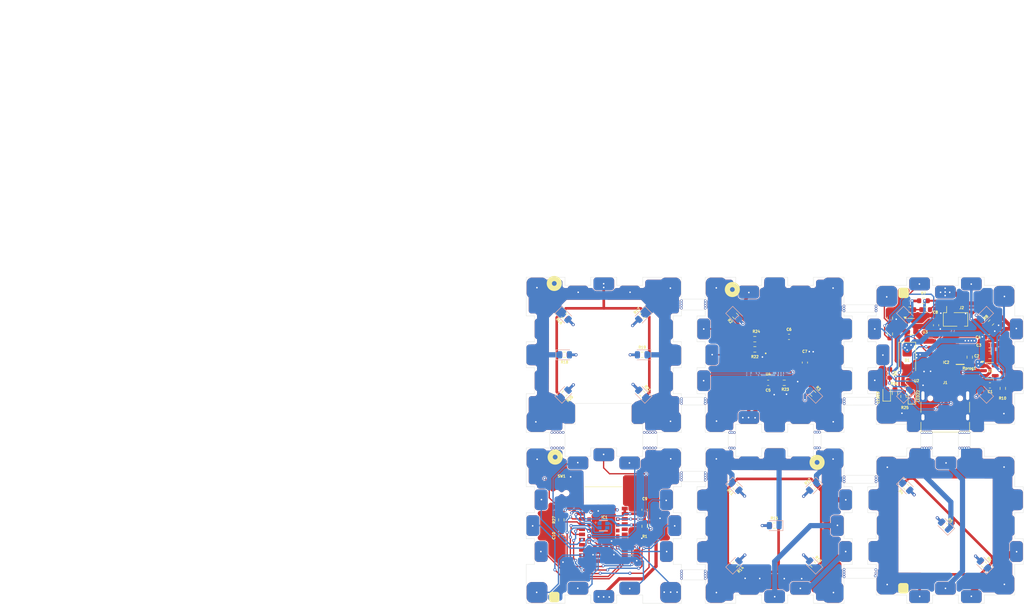
<source format=kicad_pcb>
(kicad_pcb (version 20240108) (generator "pcbnew") (generator_version "8.0")
  (layers (0 "F.Cu" signal) (31 "B.Cu" signal) (34 "B.Paste" user) (35 "F.Paste" user) (36 "B.SilkS" user "B.Silkscreen") (37 "F.SilkS" user "F.Silkscreen") (38 "B.Mask" user) (39 "F.Mask" user) (44 "Edge.Cuts" user))
  (net 0 "")
  (net 1 "Net-(U1-BP)")
  (net 2 "GND")
  (net 3 "+3V3")
  (net 4 "VBUS")
  (net 5 "Net-(U4-REGOUT)")
  (net 6 "Net-(U4-CPOUT)")
  (net 7 "+BATT")
  (net 8 "Net-(IC1-RESET_N)")
  (net 9 "+5V")
  (net 12 "/LED3")
  (net 14 "/SCL")
  (net 15 "/LED2")
  (net 21 "/LED5")
  (net 22 "/STBY")
  (net 25 "/D-")
  (net 27 "/LED1.1")
  (net 28 "/LED6")
  (net 29 "/SWDCLK")
  (net 30 "/LED1.2")
  (net 37 "/SDA")
  (net 42 "/D+")
  (net 43 "/INT")
  (net 45 "/CHRG")
  (net 46 "Net-(D2-A)")
  (net 53 "/SWDIO")
  (net 56 "/LED4")
  (net 57 "Net-(IC2-PROG)")
  (net 62 "Net-(LED2-A)")
  (net 63 "Net-(LED3-A)")
  (net 64 "Net-(LED4-A)")
  (net 65 "Net-(LED5-A)")
  (net 66 "Net-(LED6-A)")
  (net 67 "Net-(LED7-A)")
  (net 68 "Net-(LED8-A)")
  (net 69 "Net-(LED9-A)")
  (net 70 "Net-(LED10-A)")
  (net 71 "Net-(LED11-A)")
  (net 72 "Net-(LED12-A)")
  (net 73 "Net-(LED13-A)")
  (net 74 "Net-(LED14-A)")
  (net 75 "Net-(LED15-A)")
  (net 76 "Net-(LED16-A)")
  (net 77 "Net-(LED17-A)")
  (net 78 "Net-(LED18-A)")
  (net 79 "Net-(LED19-A)")
  (net 80 "Net-(LED20-A)")
  (net 81 "Net-(LED21-A)")
  (net 82 "Net-(LED22-K)")
  (net 83 "Net-(LED23-K)")
  (net 84 "Net-(U4-AD0)")
  (net 99 "/LED1.3")
  (net 100 "GND5")
  (net 101 "3V3")
  (net 102 "GND1")
  (net 103 "+3.3V")
  (net 104 "5V")
  (net 105 "/CHRG1")
  (net 106 "/STBY1")
  (net 107 "/DP")
  (net 108 "/DM")
  (net 109 "GND4")
  (net 110 "GND3")
  (net 111 "GND2")
  (net 112 "/LED2.1")
  (net 113 "/LED3.1")
  (net 114 "/LED4.1")
  (net 115 "/LED5.1")
  (net 116 "/LED6.2")
  (net 117 "/SDA1")
  (net 118 "/SCL1")
  (net 119 "/INT1")
  (net 120 "/LED6.1")
  (net 121 "Net-(U5-Pad42)")
  (net 122 "Net-(U5-Pad43)")
  (net 123 "/LED2.2")
  (net 124 "/CHRGx")
  (net 125 "/STBYx")
  (footprint "Resistor_SMD:R_0603_1608Metric" (layer "F.Cu") (at 157.1203 94.0143 45)
    (property "Reference" "R12")
    (property "Value" "1K")
  )
  (footprint "Resistor_SMD:R_0603_1608Metric" (layer "F.Cu") (at 175.3003 74.0543)
    (property "Reference" "U2")
    (property "Value" "100K")
  )
  (footprint "Capacitor_SMD:C_0603_1608Metric" (layer "F.Cu") (at 152.4753 65.0543)
    (property "Reference" "C6")
    (property "Value" "0.1uf")
  )
  (footprint "Capacitor_SMD:C_0805_2012Metric" (layer "F.Cu") (at 191.2903 68.5343 180)
    (property "Reference" "C2")
    (property "Value" "2.2uF")
  )
  (footprint "Resistor_SMD:R_0603_1608Metric" (layer "F.Cu") (at 142.1203 94.0143 135)
    (property "Reference" "R11")
    (property "Value" "1K")
  )
  (footprint "Cube:Cube" (layer "F.Cu") (at 101.7003 53.5143)
    (property "Reference" "U5" (hide yes))
    (property "Value" "~")
  )
  (footprint "Package_TO_SOT_SMD:SOT-23-5" (layer "F.Cu") (at 191.1703 71.5843)
    (property "Reference" "U1")
    (property "Value" "MIC5219-3.3YM5")
  )
  (footprint "Resistor_SMD:R_0603_1608Metric" (layer "F.Cu") (at 109.1003 68.5143 180)
    (property "Reference" "R18")
    (property "Value" "1K")
  )
  (footprint "Resistor_SMD:R_0603_1608Metric" (layer "F.Cu") (at 157.1203 76.0143 -45)
    (property "Reference" "R3")
    (property "Value" "1K")
  )
  (footprint "Connector_PinSocket_2.00mm:PinSocket_1x02_P2.00mm_Vertical_SMD_Pin1Right" (layer "F.Cu") (at 184.6403 61.6843 90)
    (property "Reference" "J2")
    (property "Value" " B2B-PH-SM4-TB(LF)(SN) ")
  )
  (footprint "Capacitor_SMD:C_0603_1608Metric" (layer "F.Cu") (at 191.1503 65.1043)
    (property "Reference" "C4")
    (property "Value" "10u")
  )
  (footprint "Capacitor_SMD:C_0603_1608Metric" (layer "F.Cu") (at 191.1903 66.6643 180)
    (property "Reference" "C3")
    (property "Value" "10u")
  )
  (footprint "Resistor_SMD:R_0603_1608Metric" (layer "F.Cu") (at 145.8753 67.4643 180)
    (property "Reference" "R22")
    (property "Value" "10k")
  )
  (footprint "Capacitor_SMD:C_0603_1608Metric" (layer "F.Cu") (at 191.2903 74.4243 180)
    (property "Reference" "C1")
    (property "Value" "470pF")
  )
  (footprint "Resistor_SMD:R_0603_1608Metric" (layer "F.Cu") (at 191.5203 62.2943 45)
    (property "Reference" "R8")
    (property "Value" "1K")
  )
  (footprint "Resistor_SMD:R_0603_1608Metric" (layer "F.Cu") (at 109.097497 60.991497 135)
    (property "Reference" "R16")
    (property "Value" "1K")
  )
  (footprint "Resistor_SMD:R_0603_1608Metric" (layer "F.Cu") (at 142.097497 60.991497 135)
    (property "Reference" "R2")
    (property "Value" "1K")
  )
  (footprint "Resistor_SMD:R_0603_1608Metric" (layer "F.Cu") (at 145.8653 65.4943 180)
    (property "Reference" "R24")
    (property "Value" "10k")
  )
  (footprint "Capacitor_SMD:C_0603_1608Metric" (layer "F.Cu") (at 108.5003 103.5243 -90)
    (property "Reference" "C10")
    (property "Value" "0.1u")
  )
  (footprint "Capacitor_SMD:C_0603_1608Metric" (layer "F.Cu") (at 155.5453 70.0143 90)
    (property "Reference" "C7")
    (property "Value" "10uf")
  )
  (footprint "Diode_SMD:D_SMA" (layer "F.Cu") (at 175.3003 69.5943 -90)
    (property "Reference" "D1")
    (property "Value" "SS34")
  )
  (footprint "Capacitor_SMD:C_0603_1608Metric" (layer "F.Cu") (at 124.5803 98.4443 90)
    (property "Reference" "C9")
    (property "Value" "0.1u")
  )
  (footprint "Resistor_SMD:R_0603_1608Metric" (layer "F.Cu") (at 149.6403 101.5143)
    (property "Reference" "R15")
    (property "Value" "1K")
  )
  (footprint "Package_TO_SOT_SMD:SOT-23" (layer "F.Cu") (at 176.0728 63.0443)
    (property "Reference" "U3")
    (property "Value" "AO3041")
  )
  (footprint "NINA-B306-00B:NINAB30600B" (layer "F.Cu") (at 116.6203 101.5143 90)
    (property "Reference" "IC1")
    (property "Value" "NINA-B306-00B" (hide yes))
  )
  (footprint "Resistor_SMD:R_0603_1608Metric" (layer "F.Cu") (at 178.8723 59.7973)
    (property "Reference" "R34" (hide yes))
    (property "Value" "10k")
  )
  (footprint "Resistor_SMD:R_0603_1608Metric" (layer "F.Cu") (at 124.1203 68.5143)
    (property "Reference" "R19")
    (property "Value" "1K")
  )
  (footprint "Resistor_SMD:R_0603_1608Metric" (layer "F.Cu") (at 171.9603 64.4973 -90)
    (property "Reference" "R33" (hide yes))
    (property "Value" "10k")
  )
  (footprint "Resistor_SMD:R_0603_1608Metric" (layer "F.Cu") (at 109.1203 76.0143 -135)
    (property "Reference" "R20")
    (property "Value" "1K")
  )
  (footprint "MPU6050:MPU6050" (layer "F.Cu") (at 150.9253 69.4893)
    (property "Reference" "U4")
    (property "Value" "MPU-6050" (hide yes))
  )
  (footprint "LED_SMD:LED_0603_1608Metric" (layer "F.Cu") (at 176.2203 76.5643 90)
    (property "Reference" "LED22")
    (property "Value" "CHG")
  )
  (footprint "Resistor_SMD:R_0603_1608Metric" (layer "F.Cu") (at 151.5553 73.9243 180)
    (property "Reference" "R23")
    (property "Value" "4.7k")
  )
  (footprint "Resistor_SMD:R_0603_1608Metric" (layer "F.Cu") (at 193.7803 75.0043 90)
    (property "Reference" "R10")
    (property "Value" "1K")
  )
  (footprint "LED_SMD:LED_0603_1608Metric" (layer "F.Cu") (at 171.3503 75.9843 90)
    (property "Reference" "LED23")
    (property "Value" "CHG")
  )
  (footprint "Resistor_SMD:R_0603_1608Metric" (layer "F.Cu") (at 142.1203 109.0143 -135)
    (property "Reference" "R14")
    (property "Value" "1K")
  )
  (footprint "Resistor_SMD:R_0603_1608Metric" (layer "F.Cu") (at 124.5903 101.6443 90)
    (property "Reference" "R1")
    (property "Value" "1K")
  )
  (footprint "Resistor_SMD:R_0603_1608Metric" (layer "F.Cu") (at 190.143103 109.037103 -45)
    (property "Reference" "R6")
    (property "Value" "1K")
  )
  (footprint "Resistor_SMD:R_0603_1608Metric" (layer "F.Cu") (at 178.4453 58.0743)
    (property "Reference" "R7")
    (property "Value" "1K")
  )
  (footprint "Resistor_SMD:R_0603_1608Metric" (layer "F.Cu") (at 124.1203 61.0143 45)
    (property "Reference" "R17")
    (property "Value" "1K")
  )
  (footprint "tp4056:SOIC127P600X175-9N" (layer "F.Cu") (at 182.8183 67.7693 180)
    (property "Reference" "IC2")
    (property "Value" "TP4056" (hide yes))
  )
  (footprint "Resistor_SMD:R_0603_1608Metric" (layer "F.Cu") (at 175.8193 59.7943)
    (property "Reference" "R32" (hide yes))
    (property "Value" "10k")
  )
  (footprint "Resistor_SMD:R_0603_1608Metric" (layer "F.Cu") (at 157.1203 109.0143 -45)
    (property "Reference" "R13")
    (property "Value" "1K")
  )
  (footprint "Resistor_SMD:R_0603_1608Metric" (layer "F.Cu") (at 187.3903 68.9743 -90)
    (property "Reference" "Rprog1")
    (property "Value" "3.3K")
  )
  (footprint "Resistor_SMD:R_0603_1608Metric" (layer "F.Cu") (at 108.4903 100.3943 90)
    (property "Reference" "R27")
    (property "Value" "10k")
  )
  (footprint "Capacitor_SMD:C_0603_1608Metric" (layer "F.Cu") (at 148.4453 73.9243 180)
    (property "Reference" "C5")
    (property "Value" "0.1uf")
  )
  (footprint "Resistor_SMD:R_0603_1608Metric" (layer "F.Cu") (at 174.6003 76.5643 90)
    (property "Reference" "R25")
    (property "Value" "1.3K")
  )
  (footprint "Resistor_SMD:R_0603_1608Metric" (layer "F.Cu") (at 171.9203 72.1143 90)
    (property "Reference" "R9")
    (property "Value" "1K")
  )
  (footprint "Connector_USB:USB_C_Receptacle_HRO_TYPE-C-31-M-12" (layer "F.Cu") (at 182.6603 79.5343)
    (property "Reference" "J1")
    (property "Value" "USB_C_Receptacle_USB2.0")
  )
  (footprint "Resistor_SMD:R_0603_1608Metric" (layer "F.Cu") (at 171.9533 61.4343 -90)
    (property "Reference" "R31" (hide yes))
    (property "Value" "10k")
  )
  (footprint "Resistor_SMD:R_0603_1608Metric" (layer "F.Cu") (at 182.6203 101.5143 -45)
    (property "Reference" "R5")
    (property "Value" "1K")
  )
  (footprint "Capacitor_SMD:C_0603_1608Metric" (layer "F.Cu") (at 180.8903 62.8043 -90)
    (property "Reference" "C8")
    (property "Value" "10uF")
  )
  (footprint "Resistor_SMD:R_0603_1608Metric" (layer "F.Cu") (at 175.1203 94.0143 135)
    (property "Reference" "R4")
    (property "Value" "1K")
  )
  (footprint "Resistor_SMD:R_0603_1608Metric" (layer "F.Cu") (at 124.1203 76.0143 -45)
    (property "Reference" "R21")
    (property "Value" "1K")
  )
  (footprint "3x4x2:Tactile 3x4x2mm TS-A010" (layer "F.Cu") (at 108.5503 95.2443 -90)
    (property "Reference" "SW1")
    (property "Value" "TS-1088R-02526 ")
  )
  (footprint "Resistor_SMD:R_0603_1608Metric" (layer "F.Cu") (at 172.9403 75.9793 90)
    (property "Reference" "R26")
    (property "Value" "1.3K")
  )
  (footprint "LED_SMD:LED_0805_2012Metric" (layer "B.Cu") (at 175.1203 76.0143 45)
    (property "Reference" "LED9" (hide yes))
    (property "Value" "POW_LED")
  )
  (footprint "LED_SMD:LED_0805_2012Metric" (layer "B.Cu") (at 182.6203 101.5143 135)
    (property "Reference" "LED5" (hide yes))
    (property "Value" "POW_LED")
  )
  (footprint "LED_SMD:LED_0805_2012Metric" (layer "B.Cu") (at 124.1203 68.5143 180)
    (property "Reference" "LED19" (hide yes))
    (property "Value" "POW_LED")
  )
  (footprint "LED_SMD:LED_0805_2012Metric" (layer "B.Cu") (at 124.1203 76.0143 135)
    (property "Reference" "LED21" (hide yes))
    (property "Value" "POW_LED")
  )
  (footprint "LED_SMD:LED_0805_2012Metric" (layer "B.Cu") (at 142.1203 109.0143 45)
    (property "Reference" "LED14" (hide yes))
    (property "Value" "POW_LED")
  )
  (footprint "LEDRGB1615CA:LED-ARRAY-SMD_4P-L1.6-W1.5-BR_XL-1615RGBC-RF" (layer "B.Cu") (at 116.6203 101.5143 180)
    (property "Reference" "D2" (hide yes))
    (property "Value" "LED_RAGB" (hide yes))
  )
  (footprint "LED_SMD:LED_0805_2012Metric" (layer "B.Cu") (at 124.1203 61.0143 -135)
    (property "Reference" "LED17" (hide yes))
    (property "Value" "POW_LED")
  )
  (footprint "LED_SMD:LED_0805_2012Metric" (layer "B.Cu") (at 175.1203 61.0143 -45)
    (property "Reference" "LED7" (hide yes))
    (property "Value" "POW_LED")
  )
  (footprint "LED_SMD:LED_0805_2012Metric" (layer "B.Cu") (at 175.1203 94.0143 -45)
    (property "Reference" "LED4" (hide yes))
    (property "Value" "POW_LED")
  )
  (footprint "LED_SMD:LED_0805_2012Metric" (layer "B.Cu") (at 109.1203 68.5143)
    (property "Reference" "LED18" (hide yes))
    (property "Value" "POW_LED")
  )
  (footprint "LED_SMD:LED_0805_2012Metric" (layer "B.Cu") (at 190.1203 109.0143 135)
    (property "Reference" "LED6" (hide yes))
    (property "Value" "POW_LED")
  )
  (footprint "LED_SMD:LED_0805_2012Metric" (layer "B.Cu") (at 142.1203 94.0143 -45)
    (property "Reference" "LED11" (hide yes))
    (property "Value" "POW_LED")
  )
  (footprint "LED_SMD:LED_0805_2012Metric" (layer "B.Cu") (at 157.1203 94.0143 -135)
    (property "Reference" "LED12" (hide yes))
    (property "Value" "POW_LED")
  )
  (footprint "LED_SMD:LED_0805_2012Metric" (layer "B.Cu") (at 142.1203 61.0143 -45)
    (property "Reference" "LED2" (hide yes))
    (property "Value" "POW_LED")
  )
  (footprint "LED_SMD:LED_0805_2012Metric" (layer "B.Cu") (at 157.1203 109.0143 135)
    (property "Reference" "LED13" (hide yes))
    (property "Value" "POW_LED")
  )
  (footprint "LED_SMD:LED_0805_2012Metric" (layer "B.Cu") (at 157.1203 76.0143 135)
    (property "Reference" "LED3" (hide yes))
    (property "Value" "POW_LED")
  )
  (footprint "LED_SMD:LED_0805_2012Metric" (layer "B.Cu") (at 149.6203 101.5143 180)
    (property "Reference" "LED15" (hide yes))
    (property "Value" "POW_LED")
  )
  (footprint "LED_SMD:LED_0805_2012Metric" (layer "B.Cu") (at 109.1203 61.0143 -45)
    (property "Reference" "LED16" (hide yes))
    (property "Value" "POW_LED")
  )
  (footprint "LED_SMD:LED_0805_2012Metric" (layer "B.Cu") (at 190.1203 61.0143 -135)
    (property "Reference" "LED8" (hide yes))
    (property "Value" "POW_LED")
  )
  (footprint "LED_SMD:LED_0805_2012Metric" (layer "B.Cu") (at 190.1203 76.0143 135)
    (property "Reference" "LED10" (hide yes))
    (property "Value" "POW_LED")
  )
  (footprint "LED_SMD:LED_0805_2012Metric" (layer "B.Cu") (at 109.1203 76.0143 45)
    (property "Reference" "LED20" (hide yes))
    (property "Value" "POW_LED")
  )
  (gr_circle (center 107.1303 54.7343) (end 107.592685 54.7343) (stroke (width 1)) (fill none) (layer "F.SilkS"))
  (gr_circle (center 107.3003 88.2743) (end 107.762685 88.2743) (stroke (width 1)) (fill none) (layer "F.SilkS"))
  (gr_rect (start 174.1203 56.0643) (end 175.1203 57.0643) (stroke (width 1)) (fill none) (layer "F.SilkS"))
  (gr_rect (start 174.0603 113.1043) (end 175.0603 114.1043) (stroke (width 1)) (fill none) (layer "F.SilkS"))
  (gr_circle (center 141.5303 55.9043) (end 141.992685 55.9043) (stroke (width 1)) (fill none) (layer "F.SilkS"))
  (gr_circle (center 157.9003 89.2943) (end 158.362685 89.2943) (stroke (width 1)) (fill none) (layer "F.SilkS"))
  (gr_rect (start 106.6303 114.8043) (end 107.6303 115.8043) (stroke (width 1)) (fill none) (layer "F.SilkS"))
  (gr_line (start 169.3003 111.7143) (end 169.3003 114.0143) (stroke (width 0.05)) (layer "Edge.Cuts"))
  (gr_line (start 175.2003 114.9143) (end 175.2003 116.5143) (stroke (width 0.05)) (layer "Edge.Cuts"))
  (gr_line (start 130.1003 99.0143) (end 130.1003 94.0143) (stroke (width 0.05)) (layer "Edge.Cuts"))
  (gr_line (start 190.2003 53.5143) (end 185.2003 53.5143) (stroke (width 0.05)) (layer "Edge.Cuts"))
  (gr_line (start 147.2003 88.1143) (end 142.2003 88.1143) (stroke (width 0.05)) (layer "Edge.Cuts"))
  (gr_line (start 163.1003 86.5143) (end 158.6603 86.5143) (stroke (width 0.05)) (layer "Edge.Cuts"))
  (gr_line (start 180.2003 116.5143) (end 180.2003 114.9143) (stroke (width 0.05)) (layer "Edge.Cuts"))
  (gr_line (start 114.2003 55.1143) (end 109.2003 55.1143) (stroke (width 0.05)) (layer "Edge.Cuts"))
  (gr_line (start 163.1003 89.0143) (end 163.1003 91.8143) (stroke (width 0.05)) (layer "Edge.Cuts"))
  (gr_line (start 169.3003 94.0143) (end 167.7003 94.0143) (stroke (width 0.05)) (layer "Edge.Cuts"))
  (gr_line (start 164.7003 76.0143) (end 164.7003 71.0143) (stroke (width 0.05)) (layer "Edge.Cuts"))
  (gr_line (start 185.2003 86.5143) (end 185.2003 88.1143) (stroke (width 0.05)) (layer "Edge.Cuts"))
  (gr_line (start 170.2003 55.1143) (end 169.3003 55.1143) (stroke (width 0.05)) (layer "Edge.Cuts"))
  (gr_line (start 142.2003 88.1143) (end 142.2003 86.5143) (stroke (width 0.05)) (layer "Edge.Cuts"))
  (gr_line (start 152.2003 81.9143) (end 157.2003 81.9143) (stroke (width 0.05)) (layer "Edge.Cuts"))
  (gr_line (start 124.2003 55.1143) (end 119.2003 55.1143) (stroke (width 0.05)) (layer "Edge.Cuts"))
  (gr_line (start 103.3003 109.0143) (end 101.7003 109.0143) (stroke (width 0.05)) (layer "Edge.Cuts"))
  (gr_line (start 157.2003 88.1143) (end 152.2003 88.1143) (stroke (width 0.05)) (layer "Edge.Cuts"))
  (gr_line (start 196.1003 56.0143) (end 196.1003 55.1143) (stroke (width 0.05)) (layer "Edge.Cuts"))
  (gr_line (start 136.3003 61.0143) (end 134.7003 61.0143) (stroke (width 0.05)) (layer "Edge.Cuts"))
  (gr_line (start 169.3003 76.7143) (end 163.1003 76.7243) (stroke (width 0.05)) (layer "Edge.Cuts"))
  (gr_line (start 169.3003 58.8143) (end 163.1003 58.8143) (stroke (width 0.05)) (layer "Edge.Cuts"))
  (gr_line (start 134.7003 61.0143) (end 134.7003 66.0143) (stroke (width 0.05)) (layer "Edge.Cuts"))
  (gr_line (start 152.2003 53.5143) (end 147.2003 53.5143) (stroke (width 0.05)) (layer "Edge.Cuts"))
  (gr_line (start 136.3003 94.0143) (end 136.3003 93.0143) (stroke (width 0.05)) (layer "Edge.Cuts"))
  (gr_line (start 131.7003 109.0143) (end 131.7003 110.0143) (stroke (width 0.05)) (layer "Edge.Cuts"))
  (gr_line (start 152.2003 114.9143) (end 157.2003 114.9143) (stroke (width 0.05)) (layer "Edge.Cuts"))
  (gr_line (start 101.7003 104.0143) (end 103.3003 104.0143) (stroke (width 0.05)) (layer "Edge.Cuts"))
  (gr_line (start 101.7003 66.0143) (end 101.7003 71.0143) (stroke (width 0.05)) (layer "Edge.Cuts"))
  (gr_line (start 124.2003 81.9143) (end 124.2003 83.5143) (stroke (width 0.05)) (layer "Edge.Cuts"))
  (gr_line (start 169.3003 111.7143) (end 163.1003 111.7143) (stroke (width 0.05)) (layer "Edge.Cuts"))
  (gr_line (start 163.1003 56.0143) (end 163.1003 53.5143) (stroke (width 0.05)) (layer "Edge.Cuts"))
  (gr_line (start 152.2003 116.5143) (end 152.2003 114.9143) (stroke (width 0.05)) (layer "Edge.Cuts"))
  (gr_line (start 196.1003 104.0143) (end 196.1003 99.0143) (stroke (width 0.05)) (layer "Edge.Cuts"))
  (gr_line (start 164.7003 109.0143) (end 164.7003 104.0143) (stroke (width 0.05)) (layer "Edge.Cuts"))
  (gr_line (start 114.2003 86.5143) (end 114.2003 88.1143) (stroke (width 0.05)) (layer "Edge.Cuts"))
  (gr_line (start 103.3003 104.0143) (end 103.3003 109.0143) (stroke (width 0.05)) (layer "Edge.Cuts"))
  (gr_line (start 167.7003 109.0143) (end 169.3003 109.0143) (stroke (width 0.05)) (layer "Edge.Cuts"))
  (gr_line (start 190.2003 83.5143) (end 187.4703 83.5143) (stroke (width 0.05)) (layer "Edge.Cuts"))
  (gr_line (start 116.6203 77.9143) (end 122.0203 77.9143) (stroke (width 0.05)) (layer "Edge.Cuts"))
  (gr_line (start 157.2003 81.9143) (end 157.2003 83.5143) (stroke (width 0.05)) (layer "Edge.Cuts"))
  (gr_line (start 104.2003 53.5143) (end 101.7003 53.5143) (stroke (width 0.05)) (layer "Edge.Cuts"))
  (gr_line (start 131.7003 112.0143) (end 131.7003 116.5143) (stroke (width 0.05)) (layer "Edge.Cuts"))
  (gr_line (start 152.2003 86.5143) (end 147.2003 86.5143) (stroke (width 0.05)) (layer "Edge.Cuts"))
  (gr_line (start 169.3003 60.3143) (end 163.1003 60.3143) (stroke (width 0.05)) (layer "Edge.Cuts"))
  (gr_line (start 101.7003 109.0143) (end 101.7003 114.0143) (stroke (width 0.05)) (layer "Edge.Cuts"))
  (gr_line (start 164.7003 71.0143) (end 163.1003 71.0143) (stroke (width 0.05)) (layer "Edge.Cuts"))
  (gr_line (start 103.3003 71.0143) (end 103.3003 76.0143) (stroke (width 0.05)) (layer "Edge.Cuts"))
  (gr_line (start 169.3003 61.0143) (end 169.3003 60.3143) (stroke (width 0.05)) (layer "Edge.Cuts"))
  (gr_line (start 190.2003 88.1143) (end 190.2003 86.5143) (stroke (width 0.05)) (layer "Edge.Cuts"))
  (gr_line (start 163.1003 78.2243) (end 163.1003 83.5143) (stroke (width 0.05)) (layer "Edge.Cuts"))
  (gr_line (start 157.2003 55.1143) (end 152.2003 55.1143) (stroke (width 0.05)) (layer "Edge.Cuts"))
  (gr_line (start 130.1003 109.0143) (end 130.1003 104.0143) (stroke (width 0.05)) (layer "Edge.Cuts"))
  (gr_line (start 196.1003 66.0143) (end 197.7003 66.0143) (stroke (width 0.05)) (layer "Edge.Cuts"))
  (gr_line (start 142.2003 116.5143) (end 142.2003 114.9143) (stroke (width 0.05)) (layer "Edge.Cuts"))
  (gr_line (start 136.3003 66.0143) (end 136.3003 71.0143) (stroke (width 0.05)) (layer "Edge.Cuts"))
  (gr_line (start 163.1003 111.7143) (end 163.1003 116.5143) (stroke (width 0.05)) (layer "Edge.Cuts"))
  (gr_line (start 147.2003 114.9143) (end 147.2003 116.5143) (stroke (width 0.05)) (layer "Edge.Cuts"))
  (gr_line (start 163.1003 61.0143) (end 163.1003 60.3143) (stroke (width 0.05)) (layer "Edge.Cuts"))
  (gr_line (start 169.3003 93.3143) (end 163.1003 93.3143) (stroke (width 0.05)) (layer "Edge.Cuts"))
  (gr_line (start 101.7003 94.0143) (end 103.3003 94.0143) (stroke (width 0.05)) (layer "Edge.Cuts"))
  (gr_line (start 136.3003 61.0143) (end 136.3003 59.8643) (stroke (width 0.05)) (layer "Edge.Cuts"))
  (gr_line (start 131.7003 53.5143) (end 124.2003 53.5143) (stroke (width 0.05)) (layer "Edge.Cuts"))
  (gr_line (start 131.7003 116.5143) (end 124.2003 116.5143) (stroke (width 0.05)) (layer "Edge.Cuts"))
  (gr_line (start 124.2003 86.5143) (end 124.2003 88.1143) (stroke (width 0.05)) (layer "Edge.Cuts"))
  (gr_line (start 103.3003 61.0143) (end 103.3003 66.0143) (stroke (width 0.05)) (layer "Edge.Cuts"))
  (gr_line (start 124.2003 88.1143) (end 119.2003 88.1143) (stroke (width 0.05)) (layer "Edge.Cuts"))
  (gr_line (start 134.7003 71.0143) (end 134.7003 76.0143) (stroke (width 0.05)) (layer "Edge.Cuts"))
  (gr_line (start 175.2003 116.5143) (end 180.2003 116.5143) (stroke (width 0.05)) (layer "Edge.Cuts"))
  (gr_line (start 196.1003 55.1143) (end 190.2003 55.1143) (stroke (width 0.05)) (layer "Edge.Cuts"))
  (gr_line (start 119.2003 86.5143) (end 114.2003 86.5143) (stroke (width 0.05)) (layer "Edge.Cuts"))
  (gr_line (start 119.2003 116.5143) (end 119.2003 114.9143) (stroke (width 0.05)) (layer "Edge.Cuts"))
  (gr_line (start 157.2003 83.5143) (end 157.2003 86.5143) (stroke (width 0.05)) (layer "Edge.Cuts"))
  (gr_line (start 130.1003 71.0143) (end 131.7003 71.0143) (stroke (width 0.05)) (layer "Edge.Cuts"))
  (gr_line (start 163.1003 104.0143) (end 163.1003 99.0143) (stroke (width 0.05)) (layer "Edge.Cuts"))
  (gr_line (start 101.7003 83.5143) (end 106.2603 83.5143) (stroke (width 0.05)) (layer "Edge.Cuts"))
  (gr_line (start 170.2003 88.1143) (end 169.3003 88.1143) (stroke (width 0.05)) (layer "Edge.Cuts"))
  (gr_line (start 131.7003 104.0143) (end 131.7003 99.0143) (stroke (width 0.05)) (layer "Edge.Cuts"))
  (gr_line (start 109.2003 83.5143) (end 109.2003 86.5143) (stroke (width 0.05)) (layer "Edge.Cuts"))
  (gr_line (start 136.3003 91.0143) (end 131.7003 91.0143) (stroke (width 0.05)) (layer "Edge.Cuts"))
  (gr_line (start 134.7003 99.0143) (end 136.3003 99.0143) (stroke (width 0.05)) (layer "Edge.Cuts"))
  (gr_line (start 190.2003 116.5143) (end 190.2003 114.9143) (stroke (width 0.05)) (layer "Edge.Cuts"))
  (gr_line (start 197.7003 104.0143) (end 196.1003 104.0143) (stroke (width 0.05)) (layer "Edge.Cuts"))
  (gr_line (start 163.1003 89.0143) (end 163.1003 86.5143) (stroke (width 0.05)) (layer "Edge.Cuts"))
  (gr_line (start 131.7003 89.0143) (end 131.7003 86.5143) (stroke (width 0.05)) (layer "Edge.Cuts"))
  (gr_line (start 131.7003 76.0143) (end 131.7003 76.7143) (stroke (width 0.05)) (layer "Edge.Cuts"))
  (gr_line (start 196.1003 99.0143) (end 197.7003 99.0143) (stroke (width 0.05)) (layer "Edge.Cuts"))
  (gr_line (start 175.2003 88.1143) (end 170.2003 88.1143) (stroke (width 0.05)) (layer "Edge.Cuts"))
  (gr_line (start 196.1003 81.9143) (end 196.1003 76.0143) (stroke (width 0.05)) (layer "Edge.Cuts"))
  (gr_line (start 136.3003 109.0143) (end 136.3003 110.0143) (stroke (width 0.05)) (layer "Edge.Cuts"))
  (gr_line (start 195.2003 81.9143) (end 196.1003 81.9143) (stroke (width 0.05)) (layer "Edge.Cuts"))
  (gr_line (start 167.7003 66.0143) (end 169.3003 66.0143) (stroke (width 0.05)) (layer "Edge.Cuts"))
  (gr_line (start 197.7003 99.0143) (end 197.7003 94.0143) (stroke (width 0.05)) (layer "Edge.Cuts"))
  (gr_line (start 119.2003 53.5143) (end 114.2003 53.5143) (stroke (width 0.05)) (layer "Edge.Cuts"))
  (gr_line (start 175.2003 83.5143) (end 177.8903 83.5143) (stroke (width 0.05)) (layer "Edge.Cuts"))
  (gr_line (start 163.1003 56.0143) (end 163.1003 58.8143) (stroke (width 0.05)) (layer "Edge.Cuts"))
  (gr_line (start 109.2003 88.1143) (end 109.2003 86.5143) (stroke (width 0.05)) (layer "Edge.Cuts"))
  (gr_line (start 142.2003 55.1143) (end 142.2003 53.5143) (stroke (width 0.05)) (layer "Edge.Cuts"))
  (gr_line (start 134.7003 104.0143) (end 134.7003 109.0143) (stroke (width 0.05)) (layer "Edge.Cuts"))
  (gr_line (start 164.7003 66.0143) (end 164.7003 61.0143) (stroke (width 0.05)) (layer "Edge.Cuts"))
  (gr_line (start 196.1003 114.9143) (end 196.1003 109.0143) (stroke (width 0.05)) (layer "Edge.Cuts"))
  (gr_line (start 169.3003 94.0143) (end 169.3003 93.3143) (stroke (width 0.05)) (layer "Edge.Cuts"))
  (gr_line (start 140.7403 83.5143) (end 140.7403 86.5143) (stroke (width 0.05)) (layer "Edge.Cuts"))
  (gr_line (start 136.3003 116.5143) (end 142.2003 116.5143) (stroke (width 0.05)) (layer "Edge.Cuts"))
  (gr_line (start 114.2003 116.5143) (end 119.2003 116.5143) (stroke (width 0.05)) (layer "Edge.Cuts"))
  (gr_line (start 109.2003 53.5143) (end 104.2003 53.5143) (stroke (width 0.05)) (layer "Edge.Cuts"))
  (gr_line (start 169.3003 114.0143) (end 169.3003 114.9143) (stroke (width 0.05)) (layer "Edge.Cuts"))
  (gr_line (start 180.2003 114.9143) (end 185.2003 114.9143) (stroke (width 0.05)) (layer "Edge.Cuts"))
  (gr_line (start 187.4703 86.5143) (end 187.4703 83.5143) (stroke (width 0.05)) (layer "Edge.Cuts"))
  (gr_line (start 109.2003 81.9143) (end 111.2203 81.9143) (stroke (width 0.05)) (layer "Edge.Cuts"))
  (gr_line (start 180.2003 53.5143) (end 175.2003 53.5143) (stroke (width 0.05)) (layer "Edge.Cuts"))
  (gr_line (start 169.3003 114.9143) (end 175.2003 114.9143) (stroke (width 0.05)) (layer "Edge.Cuts"))
  (gr_line (start 103.3003 76.0143) (end 101.7003 76.0143) (stroke (width 0.05)) (layer "Edge.Cuts"))
  (gr_line (start 103.3003 66.0143) (end 101.7003 66.0143) (stroke (width 0.05)) (layer "Edge.Cuts"))
  (gr_line (start 196.1003 61.0143) (end 196.1003 56.0143) (stroke (width 0.05)) (layer "Edge.Cuts"))
  (gr_line (start 130.1003 76.0143) (end 130.1003 71.0143) (stroke (width 0.05)) (layer "Edge.Cuts"))
  (gr_line (start 152.2003 55.1143) (end 152.2003 53.5143) (stroke (width 0.05)) (layer "Edge.Cuts"))
  (gr_line (start 196.1003 109.0143) (end 197.7003 109.0143) (stroke (width 0.05)) (layer "Edge.Cuts"))
  (gr_line (start 111.2203 77.9143) (end 111.2203 81.9143) (stroke (width 0.05)) (layer "Edge.Cuts"))
  (gr_line (start 169.3003 61.0143) (end 167.7003 61.0143) (stroke (width 0.05)) (layer "Edge.Cuts"))
  (gr_line (start 101.7003 71.0143) (end 103.3003 71.0143) (stroke (width 0.05)) (layer "Edge.Cuts"))
  (gr_line (start 119.2003 114.9143) (end 124.2003 114.9143) (stroke (width 0.05)) (layer "Edge.Cuts"))
  (gr_line (start 169.3003 99.0143) (end 169.3003 104.0143) (stroke (width 0.05)) (layer "Edge.Cuts"))
  (gr_line (start 175.2003 53.5143) (end 175.2003 55.1143) (stroke (width 0.05)) (layer "Edge.Cuts"))
  (gr_line (start 163.1003 99.0143) (end 164.7003 99.0143) (stroke (width 0.05)) (layer "Edge.Cuts"))
  (gr_line (start 190.2003 114.9143) (end 195.2003 114.9143) (stroke (width 0.05)) (layer "Edge.Cuts"))
  (gr_line (start 114.2003 114.9143) (end 114.2003 116.5143) (stroke (width 0.05)) (layer "Edge.Cuts"))
  (gr_line (start 124.2003 53.5143) (end 124.2003 55.1143) (stroke (width 0.05)) (layer "Edge.Cuts"))
  (gr_line (start 196.1003 76.0143) (end 197.7003 76.0143) (stroke (width 0.05)) (layer "Edge.Cuts"))
  (gr_line (start 180.2003 86.5143) (end 180.2003 83.5143) (stroke (width 0.05)) (layer "Edge.Cuts"))
  (gr_line (start 169.3003 109.0143) (end 169.3003 109.7143) (stroke (width 0.05)) (layer "Edge.Cuts"))
  (gr_line (start 147.2003 86.5143) (end 147.2003 88.1143) (stroke (width 0.05)) (layer "Edge.Cuts"))
  (gr_line (start 197.7003 76.0143) (end 197.7003 71.0143) (stroke (width 0.05)) (layer "Edge.Cuts"))
  (gr_line (start 163.1003 109.0143) (end 163.1003 109.7143) (stroke (width 0.05)) (layer "Edge.Cuts"))
  (gr_line (start 131.7003 109.0143) (end 130.1003 109.0143) (stroke (width 0.05)) (layer "Edge.Cuts"))
  (gr_line (start 130.1003 66.0143) (end 130.1003 61.0143) (stroke (width 0.05)) (layer "Edge.Cuts"))
  (gr_line (start 147.2003 116.5143) (end 152.2003 116.5143) (stroke (width 0.05)) (layer "Edge.Cuts"))
  (gr_line (start 169.3003 78.2143) (end 169.3003 81.9143) (stroke (width 0.05)) (layer "Edge.Cuts"))
  (gr_line (start 142.2003 53.5143) (end 137.2003 53.5143) (stroke (width 0.05)) (layer "Edge.Cuts"))
  (gr_line (start 136.3003 93.0143) (end 131.7003 93.0143) (stroke (width 0.05)) (layer "Edge.Cuts"))
  (gr_line (start 101.7003 53.5143) (end 101.7003 61.0143) (stroke (width 0.05)) (layer "Edge.Cuts"))
  (gr_line (start 136.3003 114.0143) (end 136.3003 116.5143) (stroke (width 0.05)) (layer "Edge.Cuts"))
  (gr_line (start 163.1003 109.0143) (end 164.7003 109.0143) (stroke (width 0.05)) (layer "Edge.Cuts"))
  (gr_line (start 163.1003 53.5143) (end 157.2003 53.5143) (stroke (width 0.05)) (layer "Edge.Cuts"))
  (gr_line (start 163.1003 76.0143) (end 164.7003 76.0143) (stroke (width 0.05)) (layer "Edge.Cuts"))
  (gr_line (start 136.3003 110.0143) (end 131.7003 110.0143) (stroke (width 0.05)) (layer "Edge.Cuts"))
  (gr_line (start 185.2003 55.1143) (end 180.2003 55.1143) (stroke (width 0.05)) (layer "Edge.Cuts"))
  (gr_line (start 169.3003 78.2143) (end 163.1003 78.2243) (stroke (width 0.05)) (layer "Edge.Cuts"))
  (gr_line (start 163.1003 94.0143) (end 163.1003 93.3143) (stroke (width 0.05)) (layer "Edge.Cuts"))
  (gr_line (start 147.2003 81.9143) (end 147.2003 83.5143) (stroke (width 0.05)) (layer "Edge.Cuts"))
  (gr_line (start 136.3003 112.0143) (end 136.3003 114.0143) (stroke (width 0.05)) (layer "Edge.Cuts"))
  (gr_line (start 136.3003 71.0143) (end 134.7003 71.0143) (stroke (width 0.05)) (layer "Edge.Cuts"))
  (gr_line (start 197.7003 109.0143) (end 197.7003 104.0143) (stroke (width 0.05)) (layer "Edge.Cuts"))
  (gr_line (start 122.0203 81.9143) (end 124.2003 81.9143) (stroke (width 0.05)) (layer "Edge.Cuts"))
  (gr_line (start 134.7003 109.0143) (end 136.3003 109.0143) (stroke (width 0.05)) (layer "Edge.Cuts"))
  (gr_line (start 197.7003 66.0143) (end 197.7003 61.0143) (stroke (width 0.05)) (layer "Edge.Cuts"))
  (gr_line (start 136.3003 76.7143) (end 131.7003 76.7143) (stroke (width 0.05)) (layer "Edge.Cuts"))
  (gr_line (start 177.8903 86.5143) (end 177.8903 83.5143) (stroke (width 0.05)) (layer "Edge.Cuts"))
  (gr_line (start 116.6203 77.9143) (end 111.2203 77.9143) (stroke (width 0.05)) (layer "Edge.Cuts"))
  (gr_line (start 197.7003 61.0143) (end 196.1003 61.0143) (stroke (width 0.05)) (layer "Edge.Cuts"))
  (gr_line (start 136.3003 78.2143) (end 136.3003 81.0143) (stroke (width 0.05)) (layer "Edge.Cuts"))
  (gr_line (start 196.1003 71.0143) (end 196.1003 66.0143) (stroke (width 0.05)) (layer "Edge.Cuts"))
  (gr_line (start 131.7003 76.0143) (end 130.1003 76.0143) (stroke (width 0.05)) (layer "Edge.Cuts"))
  (gr_line (start 131.7003 78.2143) (end 131.7003 83.5143) (stroke (width 0.05)) (layer "Edge.Cuts"))
  (gr_line (start 196.1003 88.1143) (end 190.2003 88.1143) (stroke (width 0.05)) (layer "Edge.Cuts"))
  (gr_line (start 136.3003 104.0143) (end 134.7003 104.0143) (stroke (width 0.05)) (layer "Edge.Cuts"))
  (gr_line (start 147.2003 53.5143) (end 147.2003 55.1143) (stroke (width 0.05)) (layer "Edge.Cuts"))
  (gr_line (start 101.7003 114.0143) (end 101.7003 116.5143) (stroke (width 0.05)) (layer "Edge.Cuts"))
  (gr_line (start 136.3003 53.5143) (end 136.3003 57.7443) (stroke (width 0.05)) (layer "Edge.Cuts"))
  (gr_line (start 169.3003 55.1143) (end 169.3003 58.8143) (stroke (width 0.05)) (layer "Edge.Cuts"))
  (gr_line (start 169.3003 91.8143) (end 163.1003 91.8143) (stroke (width 0.05)) (layer "Edge.Cuts"))
  (gr_line (start 119.2003 55.1143) (end 119.2003 53.5143) (stroke (width 0.05)) (layer "Edge.Cuts"))
  (gr_line (start 157.2003 114.9143) (end 157.2003 116.5143) (stroke (width 0.05)) (layer "Edge.Cuts"))
  (gr_line (start 175.2003 86.5143) (end 175.2003 88.1143) (stroke (width 0.05)) (layer "Edge.Cuts"))
  (gr_line (start 169.3003 88.1143) (end 169.3003 91.8143) (stroke (width 0.05)) (layer "Edge.Cuts"))
  (gr_line (start 167.7003 71.0143) (end 167.7003 76.0143) (stroke (width 0.05)) (layer "Edge.Cuts"))
  (gr_line (start 169.3003 66.0143) (end 169.3003 71.0143) (stroke (width 0.05)) (layer "Edge.Cuts"))
  (gr_line (start 142.2003 83.5143) (end 142.2003 86.5143) (stroke (width 0.05)) (layer "Edge.Cuts"))
  (gr_line (start 167.7003 76.0143) (end 169.3003 76.0143) (stroke (width 0.05)) (layer "Edge.Cuts"))
  (gr_line (start 131.7003 89.0143) (end 131.7003 91.0143) (stroke (width 0.05)) (layer "Edge.Cuts"))
  (gr_line (start 101.7003 81.0143) (end 101.7003 83.5143) (stroke (width 0.05)) (layer "Edge.Cuts"))
  (gr_line (start 167.7003 104.0143) (end 167.7003 109.0143) (stroke (width 0.05)) (layer "Edge.Cuts"))
  (gr_line (start 103.3003 99.0143) (end 101.7003 99.0143) (stroke (width 0.05)) (layer "Edge.Cuts"))
  (gr_line (start 164.7003 94.0143) (end 163.1003 94.0143) (stroke (width 0.05)) (layer "Edge.Cuts"))
  (gr_line (start 131.7003 94.0143) (end 131.7003 93.0143) (stroke (width 0.05)) (layer "Edge.Cuts"))
  (gr_line (start 164.7003 61.0143) (end 163.1003 61.0143) (stroke (width 0.05)) (layer "Edge.Cuts"))
  (gr_line (start 142.2003 81.9143) (end 147.2003 81.9143) (stroke (width 0.05)) (layer "Edge.Cuts"))
  (gr_line (start 131.7003 66.0143) (end 130.1003 66.0143) (stroke (width 0.05)) (layer "Edge.Cuts"))
  (gr_line (start 136.3003 94.0143) (end 134.7003 94.0143) (stroke (width 0.05)) (layer "Edge.Cuts"))
  (gr_line (start 164.7003 104.0143) (end 163.1003 104.0143) (stroke (width 0.05)) (layer "Edge.Cuts"))
  (gr_line (start 136.3003 112.0143) (end 131.7003 112.0143) (stroke (width 0.05)) (layer "Edge.Cuts"))
  (gr_line (start 131.7003 71.0143) (end 131.7003 66.0143) (stroke (width 0.05)) (layer "Edge.Cuts"))
  (gr_line (start 152.2003 88.1143) (end 152.2003 86.5143) (stroke (width 0.05)) (layer "Edge.Cuts"))
  (gr_line (start 101.7003 76.0143) (end 101.7003 81.0143) (stroke (width 0.05)) (layer "Edge.Cuts"))
  (gr_line (start 175.2003 86.5143) (end 177.8903 86.5143) (stroke (width 0.05)) (layer "Edge.Cuts"))
  (gr_line (start 122.0203 77.9143) (end 122.0203 81.9143) (stroke (width 0.05)) (layer "Edge.Cuts"))
  (gr_line (start 131.7003 83.5143) (end 127.0003 83.5143) (stroke (width 0.05)) (layer "Edge.Cuts"))
  (gr_line (start 136.3003 78.2143) (end 131.7003 78.2143) (stroke (width 0.05)) (layer "Edge.Cuts"))
  (gr_line (start 197.7003 71.0143) (end 196.1003 71.0143) (stroke (width 0.05)) (layer "Edge.Cuts"))
  (gr_line (start 157.2003 53.5143) (end 157.2003 55.1143) (stroke (width 0.05)) (layer "Edge.Cuts"))
  (gr_line (start 106.2603 83.5143) (end 106.2603 86.514367) (stroke (width 0.05)) (layer "Edge.Cuts"))
  (gr_line (start 101.7003 99.0143) (end 101.7003 104.0143) (stroke (width 0.05)) (layer "Edge.Cuts"))
  (gr_line (start 136.3003 86.5143) (end 140.7403 86.5143) (stroke (width 0.05)) (layer "Edge.Cuts"))
  (gr_line (start 163.1003 76.0143) (end 163.1003 76.7243) (stroke (width 0.05)) (layer "Edge.Cuts"))
  (gr_line (start 101.7003 86.5143) (end 101.7003 94.0143) (stroke (width 0.05)) (layer "Edge.Cuts"))
  (gr_line (start 136.3003 76.0143) (end 136.3003 76.7143) (stroke (width 0.05)) (layer "Edge.Cuts"))
  (gr_line (start 124.2003 114.9143) (end 124.2003 116.5143) (stroke (width 0.05)) (layer "Edge.Cuts"))
  (gr_line (start 167.7003 99.0143) (end 169.3003 99.0143) (stroke (width 0.05)) (layer "Edge.Cuts"))
  (gr_line (start 101.7003 116.5143) (end 109.2003 116.5143) (stroke (width 0.05)) (layer "Edge.Cuts"))
  (gr_line (start 190.2003 81.9143) (end 195.2003 81.9143) (stroke (width 0.05)) (layer "Edge.Cuts"))
  (gr_line (start 101.7003 86.5143) (end 106.2603 86.514367) (stroke (width 0.05)) (layer "Edge.Cuts"))
  (gr_line (start 190.2003 86.5143) (end 187.4703 86.5143) (stroke (width 0.05)) (layer "Edge.Cuts"))
  (gr_line (start 185.2003 114.9143) (end 185.2003 116.5143) (stroke (width 0.05)) (layer "Edge.Cuts"))
  (gr_line (start 157.2003 86.5143) (end 157.2003 88.1143) (stroke (width 0.05)) (layer "Edge.Cuts"))
  (gr_line (start 175.2003 55.1143) (end 170.2003 55.1143) (stroke (width 0.05)) (layer "Edge.Cuts"))
  (gr_line (start 101.7003 61.0143) (end 103.3003 61.0143) (stroke (width 0.05)) (layer "Edge.Cuts"))
  (gr_line (start 134.7003 94.0143) (end 134.7003 99.0143) (stroke (width 0.05)) (layer "Edge.Cuts"))
  (gr_line (start 109.2003 114.9143) (end 114.2003 114.9143) (stroke (width 0.05)) (layer "Edge.Cuts"))
  (gr_line (start 164.7003 99.0143) (end 164.7003 94.0143) (stroke (width 0.05)) (layer "Edge.Cuts"))
  (gr_line (start 131.7003 53.5143) (end 131.7003 57.7443) (stroke (width 0.05)) (layer "Edge.Cuts"))
  (gr_line (start 136.3003 99.0143) (end 136.3003 104.0143) (stroke (width 0.05)) (layer "Edge.Cuts"))
  (gr_line (start 163.1003 83.5143) (end 158.6603 83.5143) (stroke (width 0.05)) (layer "Edge.Cuts"))
  (gr_line (start 180.2003 83.5143) (end 185.2003 83.5143) (stroke (width 0.05)) (layer "Edge.Cuts"))
  (gr_line (start 158.6603 86.5143) (end 158.6603 83.5143) (stroke (width 0.05)) (layer "Edge.Cuts"))
  (gr_line (start 142.2003 114.9143) (end 147.2003 114.9143) (stroke (width 0.05)) (layer "Edge.Cuts"))
  (gr_line (start 162.2003 116.5143) (end 163.1003 116.5143) (stroke (width 0.05)) (layer "Edge.Cuts"))
  (gr_line (start 163.1003 66.0143) (end 164.7003 66.0143) (stroke (width 0.05)) (layer "Edge.Cuts"))
  (gr_line (start 136.3003 83.5143) (end 140.7403 83.5143) (stroke (width 0.05)) (layer "Edge.Cuts"))
  (gr_line (start 130.1003 104.0143) (end 131.7003 104.0143) (stroke (width 0.05)) (layer "Edge.Cuts"))
  (gr_line (start 169.3003 76.0143) (end 169.3003 76.7143) (stroke (width 0.05)) (layer "Edge.Cuts"))
  (gr_line (start 131.7003 86.5143) (end 127.0003 86.5143) (stroke (width 0.05)) (layer "Edge.Cuts"))
  (gr_line (start 147.2003 83.5143) (end 152.2003 83.5143) (stroke (width 0.05)) (layer "Edge.Cuts"))
  (gr_line (start 136.3003 86.5143) (end 136.3003 91.0143) (stroke (width 0.05)) (layer "Edge.Cuts"))
  (gr_line (start 167.7003 94.0143) (end 167.7003 99.0143) (stroke (width 0.05)) (layer "Edge.Cuts"))
  (gr_line (start 124.2003 83.5143) (end 124.2003 86.5143) (stroke (width 0.05)) (layer "Edge.Cuts"))
  (gr_line (start 180.2003 55.1143) (end 180.2003 53.5143) (stroke (width 0.05)) (layer "Edge.Cuts"))
  (gr_line (start 109.2003 116.5143) (end 109.2003 114.9143) (stroke (width 0.05)) (layer "Edge.Cuts"))
  (gr_line (start 131.7003 61.0143) (end 131.7003 59.8643) (stroke (width 0.05)) (layer "Edge.Cuts"))
  (gr_line (start 152.2003 83.5143) (end 152.2003 81.9143) (stroke (width 0.05)) (layer "Edge.Cuts"))
  (gr_line (start 114.2003 53.5143) (end 114.2003 55.1143) (stroke (width 0.05)) (layer "Edge.Cuts"))
  (gr_line (start 169.3003 109.7143) (end 163.1003 109.7143) (stroke (width 0.05)) (layer "Edge.Cuts"))
  (gr_line (start 103.3003 94.0143) (end 103.3003 99.0143) (stroke (width 0.05)) (layer "Edge.Cuts"))
  (gr_line (start 185.2003 116.5143) (end 190.2003 116.5143) (stroke (width 0.05)) (layer "Edge.Cuts"))
  (gr_line (start 169.3003 71.0143) (end 167.7003 71.0143) (stroke (width 0.05)) (layer "Edge.Cuts"))
  (gr_line (start 196.1003 89.0143) (end 196.1003 88.1143) (stroke (width 0.05)) (layer "Edge.Cuts"))
  (gr_line (start 131.7003 57.7443) (end 136.3003 57.7443) (stroke (width 0.05)) (layer "Edge.Cuts"))
  (gr_line (start 114.2003 88.1143) (end 109.2003 88.1143) (stroke (width 0.05)) (layer "Edge.Cuts"))
  (gr_line (start 127.0003 83.5143) (end 127.0003 86.5143) (stroke (width 0.05)) (layer "Edge.Cuts"))
  (gr_line (start 163.1003 71.0143) (end 163.1003 66.0143) (stroke (width 0.05)) (layer "Edge.Cuts"))
  (gr_line (start 169.3003 104.0143) (end 167.7003 104.0143) (stroke (width 0.05)) (layer "Edge.Cuts"))
  (gr_line (start 185.2003 86.5143) (end 185.2003 83.5143) (stroke (width 0.05)) (layer "Edge.Cuts"))
  (gr_line (start 134.7003 76.0143) (end 136.3003 76.0143) (stroke (width 0.05)) (layer "Edge.Cuts"))
  (gr_line (start 130.1003 94.0143) (end 131.7003 94.0143) (stroke (width 0.05)) (layer "Edge.Cuts"))
  (gr_line (start 167.7003 61.0143) (end 167.7003 66.0143) (stroke (width 0.05)) (layer "Edge.Cuts"))
  (gr_line (start 185.2003 53.5143) (end 185.2003 55.1143) (stroke (width 0.05)) (layer "Edge.Cuts"))
  (gr_line (start 190.2003 83.5143) (end 190.2003 81.9143) (stroke (width 0.05)) (layer "Edge.Cuts"))
  (gr_line (start 197.7003 94.0143) (end 196.1003 94.0143) (stroke (width 0.05)) (layer "Edge.Cuts"))
  (gr_line (start 147.2003 55.1143) (end 142.2003 55.1143) (stroke (width 0.05)) (layer "Edge.Cuts"))
  (gr_line (start 136.3003 59.8643) (end 131.7003 59.8643) (stroke (width 0.05)) (layer "Edge.Cuts"))
  (gr_line (start 119.2003 88.1143) (end 119.2003 86.5143) (stroke (width 0.05)) (layer "Edge.Cuts"))
  (gr_line (start 130.1003 61.0143) (end 131.7003 61.0143) (stroke (width 0.05)) (layer "Edge.Cuts"))
  (gr_line (start 137.2003 53.5143) (end 136.3003 53.5143) (stroke (width 0.05)) (layer "Edge.Cuts"))
  (gr_line (start 136.3003 81.0143) (end 136.3003 83.5143) (stroke (width 0.05)) (layer "Edge.Cuts"))
  (gr_line (start 131.7003 99.0143) (end 130.1003 99.0143) (stroke (width 0.05)) (layer "Edge.Cuts"))
  (gr_line (start 157.2003 116.5143) (end 162.2003 116.5143) (stroke (width 0.05)) (layer "Edge.Cuts"))
  (gr_line (start 142.2003 83.5143) (end 142.2003 81.9143) (stroke (width 0.05)) (layer "Edge.Cuts"))
  (gr_line (start 134.7003 66.0143) (end 136.3003 66.0143) (stroke (width 0.05)) (layer "Edge.Cuts"))
  (gr_line (start 109.2003 55.1143) (end 109.2003 53.5143) (stroke (width 0.05)) (layer "Edge.Cuts"))
  (gr_line (start 195.2003 114.9143) (end 196.1003 114.9143) (stroke (width 0.05)) (layer "Edge.Cuts"))
  (gr_line (start 109.2003 83.5143) (end 109.2003 81.9143) (stroke (width 0.05)) (layer "Edge.Cuts"))
  (gr_line (start 196.1003 94.0143) (end 196.1003 89.0143) (stroke (width 0.05)) (layer "Edge.Cuts"))
  (gr_line (start 190.2003 55.1143) (end 190.2003 53.5143) (stroke (width 0.05)) (layer "Edge.Cuts"))
  (gr_line (start 169.3003 81.9143) (end 175.2003 81.9143) (stroke (width 0.05)) (layer "Edge.Cuts"))
  (gr_line (start 185.2003 88.1143) (end 180.2003 88.1143) (stroke (width 0.05)) (layer "Edge.Cuts"))
  (gr_line (start 180.2003 88.1143) (end 180.2003 86.5143) (stroke (width 0.05)) (layer "Edge.Cuts"))
  (gr_line (start 175.2003 81.9143) (end 175.2003 83.5143) (stroke (width 0.05)) (layer "Edge.Cuts"))
  (via (at 169.2903 92.0943) (size 0.5) (drill 0.3) (layers "F.Cu" "B.Cu") (net 0))
  (via (at 124.5203 83.5143) (size 0.5) (drill 0.3) (layers "F.Cu" "B.Cu") (net 0))
  (via (at 108.3003 83.5143) (size 0.5) (drill 0.3) (layers "F.Cu" "B.Cu") (net 0))
  (via (at 131.7003 77.4343) (size 0.5) (drill 0.3) (layers "F.Cu" "B.Cu") (net 0))
  (via (at 126.7003 86.5143) (size 0.5) (drill 0.3) (layers "F.Cu" "B.Cu") (net 0))
  (via (at 108.2703 86.5143) (size 0.5) (drill 0.3) (layers "F.Cu" "B.Cu") (net 0))
  (via (at 163.1203 111.3943) (size 0.5) (drill 0.3) (layers "F.Cu" "B.Cu") (net 0))
  (via (at 125.0703 83.5143) (size 0.5) (drill 0.3) (layers "F.Cu" "B.Cu") (net 0))
  (via (at 163.1103 110.4543) (size 0.5) (drill 0.3) (layers "F.Cu" "B.Cu") (net 0))
  (via (at 131.6903 77.0043) (size 0.5) (drill 0.3) (layers "F.Cu" "B.Cu") (net 0))
  (via (at 126.7003 83.5143) (size 0.5) (drill 0.3) (layers "F.Cu" "B.Cu") (net 0))
  (via (at 107.2103 83.5143) (size 0.5) (drill 0.3) (layers "F.Cu" "B.Cu") (net 0))
  (via (at 131.7103 110.2943) (size 0.5) (drill 0.3) (layers "F.Cu" "B.Cu") (net 0))
  (via (at 169.2603 110.0343) (size 0.5) (drill 0.3) (layers "F.Cu" "B.Cu") (net 0))
  (via (at 141.0303 83.5243) (size 0.5) (drill 0.3) (layers "F.Cu" "B.Cu") (net 0))
  (via (at 136.2903 111.7243) (size 0.5) (drill 0.3) (layers "F.Cu" "B.Cu") (net 0))
  (via (at 163.1103 92.5743) (size 0.5) (drill 0.3) (layers "F.Cu" "B.Cu") (net 0))
  (via (at 169.2903 92.5643) (size 0.5) (drill 0.3) (layers "F.Cu" "B.Cu") (net 0))
  (via (at 141.0103 86.5243) (size 0.5) (drill 0.3) (layers "F.Cu" "B.Cu") (net 0))
  (via (at 136.3003 58.9943) (size 0.5) (drill 0.3) (layers "F.Cu" "B.Cu") (net 0))
  (via (at 131.7103 110.7643) (size 0.5) (drill 0.3) (layers "F.Cu" "B.Cu") (net 0))
  (via (at 107.7303 86.5143) (size 0.5) (drill 0.3) (layers "F.Cu" "B.Cu") (net 0))
  (via (at 136.2903 110.7743) (size 0.5) (drill 0.3) (layers "F.Cu" "B.Cu") (net 0))
  (via (at 163.1103 93.0243) (size 0.5) (drill 0.3) (layers "F.Cu" "B.Cu") (net 0))
  (via (at 108.8403 83.5143) (size 0.5) (drill 0.3) (layers "F.Cu" "B.Cu") (net 0))
  (via (at 163.0903 59.5643) (size 0.5) (drill 0.3) (layers "F.Cu" "B.Cu") (net 0))
  (via (at 141.4403 86.5243) (size 0.5) (drill 0.3) (layers "F.Cu" "B.Cu") (net 0))
  (via (at 179.5303 83.5043) (size 0.5) (drill 0.3) (layers "F.Cu" "B.Cu") (net 0))
  (via (at 136.2903 77.4743) (size 0.5) (drill 0.3) (layers "F.Cu" "B.Cu") (net 0))
  (via (at 163.1303 77.0243) (size 0.5) (drill 0.3) (layers "F.Cu" "B.Cu") (net 0))
  (via (at 163.1103 109.9843) (size 0.5) (drill 0.3) (layers "F.Cu" "B.Cu") (net 0))
  (via (at 169.2903 93.0143) (size 0.5) (drill 0.3) (layers "F.Cu" "B.Cu") (net 0))
  (via (at 131.7003 58.0743) (size 0.5) (drill 0.3) (layers "F.Cu" "B.Cu") (net 0))
  (via (at 169.2903 60.0143) (size 0.5) (drill 0.3) (layers "F.Cu" "B.Cu") (net 0))
  (via (at 163.1103 110.9043) (size 0.5) (drill 0.3) (layers "F.Cu" "B.Cu") (net 0))
  (via (at 163.0903 59.0943) (size 0.5) (drill 0.3) (layers "F.Cu" "B.Cu") (net 0))
  (via (at 136.2903 110.3043) (size 0.5) (drill 0.3) (layers "F.Cu" "B.Cu") (net 0))
  (via (at 186.3603 83.5243) (size 0.5) (drill 0.3) (layers "F.Cu" "B.Cu") (net 0))
  (via (at 125.6203 86.5143) (size 0.5) (drill 0.3) (layers "F.Cu" "B.Cu") (net 0))
  (via (at 185.9103 83.5243) (size 0.5) (drill 0.3) (layers "F.Cu" "B.Cu") (net 0))
  (via (at 136.3003 58.5443) (size 0.5) (drill 0.3) (layers "F.Cu" "B.Cu") (net 0))
  (via (at 108.8103 86.5143) (size 0.5) (drill 0.3) (layers "F.Cu" "B.Cu") (net 0))
  (via (at 131.7103 111.2143) (size 0.5) (drill 0.3) (layers "F.Cu" "B.Cu") (net 0))
  (via (at 141.4603 83.5243) (size 0.5) (drill 0.3) (layers "F.Cu" "B.Cu") (net 0))
  (via (at 131.7003 91.7543) (size 0.5) (drill 0.3) (layers "F.Cu" "B.Cu") (net 0))
  (via (at 131.7003 77.9043) (size 0.5) (drill 0.3) (layers "F.Cu" "B.Cu") (net 0))
  (via (at 136.2903 92.7243) (size 0.5) (drill 0.3) (layers "F.Cu" "B.Cu") (net 0))
  (via (at 124.5203 86.5143) (size 0.5) (drill 0.3) (layers "F.Cu" "B.Cu") (net 0))
  (via (at 169.2903 76.9743) (size 0.5) (drill 0.3) (layers "F.Cu" "B.Cu") (net 0))
  (via (at 136.3003 92.2243) (size 0.5) (drill 0.3) (layers "F.Cu" "B.Cu") (net 0))
  (via (at 107.1803 86.5143) (size 0.5) (drill 0.3) (layers "F.Cu" "B.Cu") (net 0))
  (via (at 136.3003 91.7743) (size 0.5) (drill 0.3) (layers "F.Cu" "B.Cu") (net 0))
  (via (at 141.9103 86.5343) (size 0.5) (drill 0.3) (layers "F.Cu" "B.Cu") (net 0))
  (via (at 136.2803 77.9243) (size 0.5) (drill 0.3) (layers "F.Cu" "B.Cu") (net 0))
  (via (at 106.6303 86.5143) (size 0.5) (drill 0.3) (layers "F.Cu" "B.Cu") (net 0))
  (via (at 131.7003 92.2043) (size 0.5) (drill 0.3) (layers "F.Cu" "B.Cu") (net 0))
  (via (at 179.9303 83.5043) (size 0.5) (drill 0.3) (layers "F.Cu" "B.Cu") (net 0))
  (via (at 157.9103 83.4543) (size 0.5) (drill 0.3) (layers "F.Cu" "B.Cu") (net 0))
  (via (at 157.4803 83.4543) (size 0.5) (drill 0.3) (layers "F.Cu" "B.Cu") (net 0))
  (via (at 125.0703 86.5143) (size 0.5) (drill 0.3) (layers "F.Cu" "B.Cu") (net 0))
  (via (at 187.2203 83.5143) (size 0.5) (drill 0.3) (layers "F.Cu" "B.Cu") (net 0))
  (via (at 186.8203 83.5143) (size 0.5) (drill 0.3) (layers "F.Cu" "B.Cu") (net 0))
  (via (at 169.2803 110.6643) (size 0.5) (drill 0.3) (layers "F.Cu" "B.Cu") (net 0))
  (via (at 107.7603 83.5143) (size 0.5) (drill 0.3) (layers "F.Cu" "B.Cu") (net 0))
  (via (at 178.1603 83.5243) (size 0.5) (drill 0.3) (layers "F.Cu" "B.Cu") (net 0))
  (via (at 157.9103 86.4943) (size 0.5) (drill 0.3) (layers "F.Cu" "B.Cu") (net 0))
  (via (at 163.1103 92.1043) (size 0.5) (drill 0.3) (layers "F.Cu" "B.Cu") (net 0))
  (via (at 126.1603 86.5143) (size 0.5) (drill 0.3) (layers "F.Cu" "B.Cu") (net 0))
  (via (at 169.2903 59.0943) (size 0.5) (drill 0.3) (layers "F.Cu" "B.Cu") (net 0))
  (via (at 163.1303 77.4943) (size 0.5) (drill 0.3) (layers "F.Cu" "B.Cu") (net 0))
  (via (at 136.3003 91.3043) (size 0.5) (drill 0.3) (layers "F.Cu" "B.Cu") (net 0))
  (via (at 163.1303 77.9443) (size 0.5) (drill 0.3) (layers "F.Cu" "B.Cu") (net 0))
  (via (at 163.0903 60.0143) (size 0.5) (drill 0.3) (layers "F.Cu" "B.Cu") (net 0))
  (via (at 136.3003 58.0743) (size 0.5) (drill 0.3) (layers "F.Cu" "B.Cu") (net 0))
  (via (at 169.2903 59.5643) (size 0.5) (drill 0.3) (layers "F.Cu" "B.Cu") (net 0))
  (via (at 157.4803 86.4943) (size 0.5) (drill 0.3) (layers "F.Cu" "B.Cu") (net 0))
  (via (at 131.7103 111.7143) (size 0.5) (drill 0.3) (layers "F.Cu" "B.Cu") (net 0))
  (via (at 169.2903 77.8943) (size 0.5) (drill 0.3) (layers "F.Cu" "B.Cu") (net 0))
  (via (at 185.4503 83.5343) (size 0.5) (drill 0.3) (layers "F.Cu" "B.Cu") (net 0))
  (via (at 126.1603 83.5143) (size 0.5) (drill 0.3) (layers "F.Cu" "B.Cu") (net 0))
  (via (at 131.6903 92.6843) (size 0.5) (drill 0.3) (layers "F.Cu" "B.Cu") (net 0))
  (via (at 169.2903 77.4443) (size 0.5) (drill 0.3) (layers "F.Cu" "B.Cu") (net 0))
  (via (at 106.6603 83.5143) (size 0.5) (drill 0.3) (layers "F.Cu" "B.Cu") (net 0))
  (via (at 141.9303 83.5343) (size 0.5) (drill 0.3) (layers "F.Cu" "B.Cu") (net 0))
  (via (at 169.1303 111.2143) (size 0.5) (drill 0.3) (layers "F.Cu" "B.Cu") (net 0))
  (via (at 136.2903 59.4943) (size 0.5) (drill 0.3) (layers "F.Cu" "B.Cu") (net 0))
  (via (at 131.7003 58.5443) (size 0.5) (drill 0.3) (layers "F.Cu" "B.Cu") (net 0))
  (via (at 179.0703 83.5143) (size 0.5) (drill 0.3) (layers "F.Cu" "B.Cu") (net 0))
  (via (at 136.2903 111.2243) (size 0.5) (drill 0.3) (layers "F.Cu" "B.Cu") (net 0))
  (via (at 158.3803 86.5043) (size 0.5) (drill 0.3) (layers "F.Cu" "B.Cu") (net 0))
  (via (at 178.6203 83.5143) (size 0.5) (drill 0.3) (layers "F.Cu" "B.Cu") (net 0))
  (via (at 158.3803 83.4643) (size 0.5) (drill 0.3) (layers "F.Cu" "B.Cu") (net 0))
  (via (at 125.6203 83.5143) (size 0.5) (drill 0.3) (layers "F.Cu" "B.Cu") (net 0))
  (via (at 136.2903 77.0043) (size 0.5) (drill 0.3) (layers "F.Cu" "B.Cu") (net 0))
  (via (at 131.6903 59.4943) (size 0.5) (drill 0.3) (layers "F.Cu" "B.Cu") (net 0))
  (via (at 131.7003 58.9943) (size 0.5) (drill 0.3) (layers "F.Cu" "B.Cu") (net 0))
  (via (at 131.7003 91.2843) (size 0.5) (drill 0.3) (layers "F.Cu" "B.Cu") (net 0))
  (segment (start 192.3078 72.5343) (end 192.3078 74.1818) (width 0.508) (layer "F.Cu") (net 1))
  (segment (start 192.3078 74.1818) (end 192.0653 74.4243) (width 0.508) (layer "F.Cu") (net 1))
  (segment (start 123.5951 105.6895) (end 124.0103 105.2743) (width 0.254) (layer "F.Cu") (net 2))
  (segment (start 123.0603 108.2943) (end 123.5951 107.7595) (width 0.254) (layer "F.Cu") (net 2))
  (segment (start 124.0103 103.9843) (end 124.0303 103.9643) (width 0.254) (layer "F.Cu") (net 2))
  (segment (start 117.1953 104.4393) (end 118.1353 104.4393) (width 0.254) (layer "F.Cu") (net 2))
  (segment (start 124.0103 105.2743) (end 124.0103 103.9843) (width 0.254) (layer "F.Cu") (net 2))
  (segment (start 108.5503 92.6943) (end 109.1503 92.0943) (width 0.254) (layer "F.Cu") (net 2))
  (segment (start 123.5951 107.7595) (end 123.5951 105.6895) (width 0.254) (layer "F.Cu") (net 2))
  (segment (start 109.1503 92.0943) (end 110.2903 92.0943) (width 0.254) (layer "F.Cu") (net 2))
  (segment (start 118.1353 104.4393) (end 118.1903 104.4943) (width 0.254) (layer "F.Cu") (net 2))
  (segment (start 118.6353 107.1393) (end 118.6503 107.1243) (width 0.254) (layer "F.Cu") (net 2))
  (segment (start 118.6203 107.1393) (end 118.6353 107.1393) (width 0.254) (layer "F.Cu") (net 2))
  (segment (start 108.5503 93.1443) (end 108.5503 92.6943) (width 0.254) (layer "F.Cu") (net 2))
  (segment (start 115.6203 98.2893) (end 115.6203 98.6843) (width 0.254) (layer "F.Cu") (net 2))
  (via (at 118.1903 104.4943) (size 0.6) (drill 0.3) (layers "F.Cu" "B.Cu") (net 2))
  (via (at 108.8103 108.5543) (size 0.6) (drill 0.3) (layers "F.Cu" "B.Cu") (net 2))
  (via (at 103.8203 88.6943) (size 0.6) (drill 0.3) (layers "F.Cu" "B.Cu") (net 2))
  (via (at 123.0603 108.2943) (size 0.6) (drill 0.3) (layers "F.Cu" "B.Cu") (net 2))
  (via (at 110.2903 92.0943) (size 0.6) (drill 0.3) (layers "F.Cu" "B.Cu") (net 2))
  (via (at 118.6503 107.1243) (size 0.6) (drill 0.3) (layers "F.Cu" "B.Cu") (net 2))
  (via (at 115.6203 98.6843) (size 0.6) (drill 0.3) (layers "F.Cu" "B.Cu") (net 2))
  (via (at 129.6203 88.6043) (size 0.6) (drill 0.3) (layers "F.Cu" "B.Cu") (net 2))
  (via (at 114.6203 107.1393) (size 0.6) (drill 0.3) (layers "F.Cu" "B.Cu") (net 2))
  (via (at 127.5603 100.0943) (size 0.6) (drill 0.3) (layers "F.Cu" "B.Cu") (net 2))
  (via (at 124.0303 103.9643) (size 0.6) (drill 0.3) (layers "F.Cu" "B.Cu") (net 2))
  (segment (start 125.9003 104.4943) (end 127.1503 103.2443) (width 0.254) (layer "B.Cu") (net 2))
  (segment (start 110.9603 96.9643) (end 110.9603 92.7343) (width 0.254) (layer "B.Cu") (net 2))
  (segment (start 117.6003 106.0743) (end 115.2903 106.0743) (width 0.254) (layer "B.Cu") (net 2))
  (segment (start 108.8103 109.5943) (end 108.8103 108.5543) (width 0.254) (layer "B.Cu") (net 2))
  (segment (start 118.1903 104.4943) (end 125.9003 104.4943) (width 0.254) (layer "B.Cu") (net 2))
  (segment (start 114.6203 107.1393) (end 114.6203 109.4043) (width 0.254) (layer "B.Cu") (net 2))
  (segment (start 118.6503 107.1243) (end 118.6503 107.6043) (width 0.254) (layer "B.Cu") (net 2))
  (segment (start 114.6203 106.7443) (end 114.6203 107.1393) (width 0.254) (layer "B.Cu") (net 2))
  (segment (start 118.6503 107.1243) (end 117.6003 106.0743) (width 0.254) (layer "B.Cu") (net 2))
  (segment (start 127.5603 102.8343) (end 127.5603 100.0943) (width 0.254) (layer "B.Cu") (net 2))
  (segment (start 115.6203 98.6843) (end 115.6203 98.2143) (width 0.254) (layer "B.Cu") (net 2))
  (segment (start 110.1803 110.9643) (end 108.8103 109.5943) (width 0.254) (layer "B.Cu") (net 2))
  (segment (start 113.3803 110.6443) (end 113.0603 110.9643) (width 0.254) (layer "B.Cu") (net 2))
  (segment (start 127.1503 103.2443) (end 127.5603 102.8343) (width 0.254) (layer "B.Cu") (net 2))
  (segment (start 118.6503 107.6043) (end 119.2003 108.1543) (width 0.254) (layer "B.Cu") (net 2))
  (segment (start 111.7803 97.7843) (end 110.9603 96.9643) (width 0.254) (layer "B.Cu") (net 2))
  (segment (start 115.2903 106.0743) (end 114.6203 106.7443) (width 0.254) (layer "B.Cu") (net 2))
  (segment (start 115.6203 98.2143) (end 115.1903 97.7843) (width 0.254) (layer "B.Cu") (net 2))
  (segment (start 113.0603 110.9643) (end 110.1803 110.9643) (width 0.254) (layer "B.Cu") (net 2))
  (segment (start 114.6203 109.4043) (end 113.3803 110.6443) (width 0.254) (layer "B.Cu") (net 2))
  (segment (start 110.9603 92.7343) (end 110.3203 92.0943) (width 0.254) (layer "B.Cu") (net 2))
  (segment (start 119.2003 108.1543) (end 119.3403 108.2943) (width 0.254) (layer "B.Cu") (net 2))
  (segment (start 115.1903 97.7843) (end 111.7803 97.7843) (width 0.254) (layer "B.Cu") (net 2))
  (segment (start 110.3203 92.0943) (end 110.2903 92.0943) (width 0.254) (layer "B.Cu") (net 2))
  (segment (start 119.3403 108.2943) (end 123.0603 108.2943) (width 0.254) (layer "B.Cu") (net 2))
  (segment (start 120.7453 98.2143) (end 120.7453 99.2143) (width 0.508) (layer "F.Cu") (net 3))
  (segment (start 116.7003 114.7643) (end 119.6703 111.7943) (width 0.635) (layer "F.Cu") (net 3))
  (segment (start 124.3503 111.7943) (end 126.7903 109.3543) (width 0.635) (layer "F.Cu") (net 3))
  (segment (start 124.5803 100.8093) (end 124.5903 100.8193) (width 0.508) (layer "F.Cu") (net 3))
  (segment (start 119.6703 111.7943) (end 124.3503 111.7943) (width 0.635) (layer "F.Cu") (net 3))
  (segment (start 108.4903 99.3143) (end 109.2703 98.5343) (width 0.254) (layer "F.Cu") (net 3))
  (segment (start 109.2703 98.5343) (end 109.2003 98.6043) (width 0.254) (layer "F.Cu") (net 3))
  (segment (start 116.7003 115.2143) (end 116.7003 114.7643) (width 0.635) (layer "F.Cu") (net 3))
  (segment (start 108.4903 99.5693) (end 108.4903 99.3143) (width 0.254) (layer "F.Cu") (net 3))
  (segment (start 124.5753 99.2143) (end 124.5803 99.2193) (width 0.508) (layer "F.Cu") (net 3))
  (segment (start 126.7903 101.7843) (end 125.8253 100.8193) (width 0.635) (layer "F.Cu") (net 3))
  (segment (start 125.8253 100.8193) (end 124.5903 100.8193) (width 0.635) (layer "F.Cu") (net 3))
  (segment (start 121.7503 99.2143) (end 124.5753 99.2143) (width 0.508) (layer "F.Cu") (net 3))
  (segment (start 124.5803 99.2193) (end 124.5803 100.8093) (width 0.508) (layer "F.Cu") (net 3))
  (segment (start 120.7453 99.2143) (end 121.7503 99.2143) (width 0.508) (layer "F.Cu") (net 3))
  (segment (start 126.7903 109.3543) (end 126.7903 101.7843) (width 0.635) (layer "F.Cu") (net 3))
  (via (at 115.6803 115.2543) (size 0.6) (drill 0.3) (layers "F.Cu" "B.Cu") (net 3))
  (via (at 121.7503 99.2143) (size 0.6) (drill 0.3) (layers "F.Cu" "B.Cu") (net 3))
  (via (at 109.2703 98.5343) (size 0.6) (drill 0.3) (layers "F.Cu" "B.Cu") (net 3))
  (via (at 116.6703 115.2743) (size 0.6) (drill 0.3) (layers "F.Cu" "B.Cu") (net 3))
  (via (at 117.7503 115.3043) (size 0.6) (drill 0.3) (layers "F.Cu" "B.Cu") (net 3))
  (segment (start 120.7803 99.2143) (end 121.7503 99.2143) (width 0.254) (layer "B.Cu") (net 3))
  (segment (start 112.9503 99.383642) (end 112.9503 100.0443) (width 0.254) (layer "B.Cu") (net 3))
  (segment (start 109.4569 98.3477) (end 111.914357 98.3477) (width 0.254) (layer "B.Cu") (net 3))
  (segment (start 109.2703 98.5343) (end 109.4569 98.3477) (width 0.254) (layer "B.Cu") (net 3))
  (segment (start 111.914357 98.3477) (end 112.9503 99.383642) (width 0.254) (layer "B.Cu") (net 3))
  (segment (start 116.2951 99.6395) (end 120.3551 99.6395) (width 0.254) (layer "B.Cu") (net 3))
  (segment (start 116.6703 114.961249) (end 116.6703 115.2743) (width 0.1524) (layer "B.Cu") (net 3))
  (segment (start 115.7157 100.2189) (end 116.2951 99.6395) (width 0.254) (layer "B.Cu") (net 3))
  (segment (start 112.9503 100.0443) (end 113.1249 100.2189) (width 0.254) (layer "B.Cu") (net 3))
  (segment (start 120.3551 99.6395) (end 120.7803 99.2143) (width 0.254) (layer "B.Cu") (net 3))
  (segment (start 113.1249 100.2189) (end 115.7157 100.2189) (width 0.254) (layer "B.Cu") (net 3))
  (segment (start 175.3003 66.4067) (end 175.3003 64.1593) (width 1.016) (layer "F.Cu") (net 4))
  (segment (start 189.063 70.576) (end 189.9745 70.576) (width 1.016) (layer "F.Cu") (net 4))
  (segment (start 190.0328 70.6343) (end 189.9745 70.576) (width 0.5842) (layer "F.Cu") (net 4))
  (segment (start 175.3003 67.4057) (end 176.063 66.643) (width 1.016) (layer "F.Cu") (net 4))
  (segment (start 189.8973 65.1043) (end 189.829 65.036) (width 0.254) (layer "F.Cu") (net 4))
  (segment (start 175.141 66.566) (end 175.3003 66.4067) (width 1.016) (layer "F.Cu") (net 4))
  (segment (start 175.3003 66.7253) (end 175.141 66.566) (width 1.016) (layer "F.Cu") (net 4))
  (segment (start 174.864 67.165) (end 175.3003 66.7253) (width 1.016) (layer "F.Cu") (net 4))
  (segment (start 191.2903 71.2343) (end 191.2903 71.9143) (width 0.5842) (layer "F.Cu") (net 4))
  (segment (start 190.3753 65.1043) (end 189.8973 65.1043) (width 0.254) (layer "F.Cu") (net 4))
  (segment (start 188.945 69.907) (end 189.537 69.907) (width 1.016) (layer "F.Cu") (net 4))
  (segment (start 191.2903 71.9143) (end 190.6703 72.5343) (width 0.5842) (layer "F.Cu") (net 4))
  (segment (start 190.6703 72.5343) (end 190.0328 72.5343) (width 0.5842) (layer "F.Cu") (net 4))
  (segment (start 175.3003 64.1593) (end 175.1353 63.9943) (width 1.016) (layer "F.Cu") (net 4))
  (segment (start 189.537 69.907) (end 189.561 69.931) (width 1.016) (layer "F.Cu") (net 4))
  (segment (start 190.0328 70.6343) (end 190.6903 70.6343) (width 0.5842) (layer "F.Cu") (net 4))
  (segment (start 190.6903 70.6343) (end 191.2903 71.2343) (width 0.5842) (layer "F.Cu") (net 4))
  (segment (start 175.3003 67.5943) (end 175.3003 67.4057) (width 1.016) (layer "F.Cu") (net 4))
  (via (at 175.141 66.566) (size 0.5) (drill 0.3) (layers "F.Cu" "B.Cu") (net 4))
  (via (at 175.3003 67.5943) (size 0.5) (drill 0.3) (layers "F.Cu" "B.Cu") (net 4))
  (via (at 188.945 69.907) (size 0.5) (drill 0.3) (layers "F.Cu" "B.Cu") (net 4))
  (via (at 176.063 66.643) (size 0.5) (drill 0.3) (layers "F.Cu" "B.Cu") (net 4))
  (via (at 189.063 70.576) (size 0.5) (drill 0.3) (layers "F.Cu" "B.Cu") (net 4))
  (via (at 189.561 69.931) (size 0.5) (drill 0.3) (layers "F.Cu" "B.Cu") (net 4))
  (via (at 189.829 65.036) (size 0.5) (drill 0.3) (layers "F.Cu" "B.Cu") (net 4))
  (via (at 174.864 67.165) (size 0.5) (drill 0.3) (layers "F.Cu" "B.Cu") (net 4))
  (segment (start 174.871 67.165) (end 175.3003 67.5943) (width 1.016) (layer "B.Cu") (net 4))
  (segment (start 189.561 70.078) (end 189.063 70.576) (width 1.016) (layer "B.Cu") (net 4))
  (segment (start 174.864 67.165) (end 174.871 67.165) (width 1.016) (layer "B.Cu") (net 4))
  (segment (start 189.275 64.482) (end 189.829 65.036) (width 1.016) (layer "B.Cu") (net 4))
  (segment (start 189.561 69.931) (end 189.561 70.078) (width 1.016) (layer "B.Cu") (net 4))
  (segment (start 176.063 66.643) (end 175.218 66.643) (width 1.016) (layer "B.Cu") (net 4))
  (segment (start 179.442 64.482) (end 189.275 64.482) (width 1.016) (layer "B.Cu") (net 4))
  (segment (start 176.063 66.643) (end 176.063 66.8316) (width 1.016) (layer "B.Cu") (net 4))
  (segment (start 177.9074 66.0166) (end 178.937 64.987) (width 1.016) (layer "B.Cu") (net 4))
  (segment (start 176.063 66.643) (end 176.6894 66.0166) (width 1.016) (layer "B.Cu") (net 4))
  (segment (start 189.829 69.81) (end 189.708 69.931) (width 1.016) (layer "B.Cu") (net 4))
  (segment (start 176.6894 66.0166) (end 177.9074 66.0166) (width 1.016) (layer "B.Cu") (net 4))
  (segment (start 175.141 66.566) (end 174.9627 66.7443) (width 1.016) (layer "B.Cu") (net 4))
  (segment (start 188.945 69.907) (end 188.945 70.458) (width 1.016) (layer "B.Cu") (net 4))
  (segment (start 175.218 66.643) (end 175.141 66.566) (width 1.016) (layer "B.Cu") (net 4))
  (segment (start 189.708 69.931) (end 189.561 69.931) (width 1.016) (layer "B.Cu") (net 4))
  (segment (start 188.945 70.458) (end 189.063 70.576) (width 1.016) (layer "B.Cu") (net 4))
  (segment (start 178.937 64.987) (end 179.442 64.482) (width 1.016) (layer "B.Cu") (net 4))
  (segment (start 174.9627 66.7443) (end 174.9627 67.165) (width 1.016) (layer "B.Cu") (net 4))
  (segment (start 189.829 65.036) (end 189.829 69.81) (width 1.016) (layer "B.Cu") (net 4))
  (segment (start 176.063 66.8316) (end 175.3003 67.5943) (width 1.016) (layer "B.Cu") (net 4))
  (segment (start 151.1753 71.4643) (end 151.1753 73.21531) (width 0.254) (layer "F.Cu") (net 5))
  (segment (start 151.1753 73.21531) (end 151.5503 73.59031) (width 0.254) (layer "F.Cu") (net 5))
  (segment (start 149.2203 74.4843) (end 149.2203 73.9243) (width 0.254) (layer "F.Cu") (net 5))
  (segment (start 151.5503 73.59031) (end 151.5503 74.2943) (width 0.254) (layer "F.Cu") (net 5))
  (segment (start 151.5503 74.2943) (end 150.9403 74.9043) (width 0.254) (layer "F.Cu") (net 5))
  (segment (start 150.9403 74.9043) (end 149.6403 74.9043) (width 0.254) (layer "F.Cu") (net 5))
  (segment (start 149.6403 74.9043) (end 149.2203 74.4843) (width 0.254) (layer "F.Cu") (net 5))
  (segment (start 151.6703 65.0843) (end 151.6703 67.5093) (width 0.254) (layer "F.Cu") (net 6))
  (segment (start 151.7003 65.0543) (end 151.6703 65.0843) (width 0.254) (layer "F.Cu") (net 6))
  (segment (start 151.6703 67.5093) (end 151.6753 67.5143) (width 0.254) (layer "F.Cu") (net 6))
  (segment (start 178.6503 65.8643) (end 176.9903 64.2043) (width 1.016) (layer "F.Cu") (net 7))
  (segment (start 176.9903 64.2043) (end 176.9903 63.0643) (width 1.016) (layer "F.Cu") (net 7))
  (segment (start 177.0103 63.0443) (end 178.5903 63.0443) (width 1.016) (layer "F.Cu") (net 7))
  (segment (start 180.1063 65.8643) (end 178.6503 65.8643) (width 1.016) (layer "F.Cu") (net 7))
  (segment (start 180.8903 62.0293) (end 182.7053 62.0293) (width 1.016) (layer "F.Cu") (net 7))
  (segment (start 178.5903 63.0443) (end 179.6053 62.0293) (width 1.016) (layer "F.Cu") (net 7))
  (segment (start 182.7053 62.0293) (end 183.6403 61.0943) (width 1.016) (layer "F.Cu") (net 7))
  (segment (start 176.9903 63.0643) (end 177.0103 63.0443) (width 1.016) (layer "F.Cu") (net 7))
  (segment (start 179.6053 62.0293) (end 180.8903 62.0293) (width 1.016) (layer "F.Cu") (net 7))
  (segment (start 183.6403 61.0943) (end 183.6403 60.0843) (width 1.016) (layer "F.Cu") (net 7))
  (segment (start 107.1403 100.7243) (end 107.6353 101.2193) (width 0.254) (layer "F.Cu") (net 8))
  (segment (start 108.4903 101.2193) (end 108.9153 100.7943) (width 0.254) (layer "F.Cu") (net 8))
  (segment (start 108.4903 101.2193) (end 108.4903 102.7393) (width 0.254) (layer "F.Cu") (net 8))
  (segment (start 107.3603 97.3443) (end 106.1551 96.1391) (width 0.254) (layer "F.Cu") (net 8))
  (segment (start 105.9203 93.0843) (end 105.2503 92.4143) (width 0.254) (layer "F.Cu") (net 8))
  (segment (start 108.5503 97.3443) (end 107.1403 98.7543) (width 0.254) (layer "F.Cu") (net 8))
  (segment (start 108.5503 97.3443) (end 107.3603 97.3443) (width 0.254) (layer "F.Cu") (net 8))
  (segment (start 111.9607 101.2143) (end 112.4953 101.2143) (width 0.254) (layer "F.Cu") (net 8))
  (segment (start 108.9153 100.7943) (end 111.5407 100.7943) (width 0.254) (layer "F.Cu") (net 8))
  (segment (start 105.9203 94.519364) (end 105.9203 93.0843) (width 0.254) (layer "F.Cu") (net 8))
  (segment (start 106.1551 94.754164) (end 105.9203 94.519364) (width 0.254) (layer "F.Cu") (net 8))
  (segment (start 107.1403 98.7543) (end 107.1403 100.7243) (width 0.254) (layer "F.Cu") (net 8))
  (segment (start 111.5407 100.7943) (end 111.9607 101.2143) (width 0.254) (layer "F.Cu") (net 8))
  (segment (start 106.1551 96.1391) (end 106.1551 94.754164) (width 0.254) (layer "F.Cu") (net 8))
  (segment (start 108.4903 102.7393) (end 108.5003 102.7493) (width 0.254) (layer "F.Cu") (net 8))
  (segment (start 107.6353 101.2193) (end 108.4903 101.2193) (width 0.254) (layer "F.Cu") (net 8))
  (via (at 105.2503 92.4143) (size 0.6) (drill 0.3) (layers "F.Cu" "B.Cu") (net 8))
  (segment (start 187.133 65.806) (end 187.121 65.794) (width 1.016) (layer "F.Cu") (net 9))
  (segment (start 173.3903 62.9243) (end 174.2203 62.0943) (width 1.016) (layer "F.Cu") (net 9))
  (segment (start 184.8703 72.8143) (end 185.0703 72.6143) (width 1.016) (layer "F.Cu") (net 9))
  (segment (start 174.1403 70.4343) (end 174.1403 70.3343) (width 1.016) (layer "F.Cu") (net 9))
  (segment (start 173.3903 69.5843) (end 173.3903 62.9243) (width 1.016) (layer "F.Cu") (net 9))
  (segment (start 180.2603 74.2737) (end 180.2603 74.7543) (width 0.635) (layer "F.Cu") (net 9))
  (segment (start 187.145 65.794) (end 187.133 65.806) (width 1.016) (layer "F.Cu") (net 9))
  (segment (start 184.4403 73.2443) (end 181.2897 73.2443) (width 0.635) (layer "F.Cu") (net 9))
  (segment (start 184.4403 73.2443) (end 177.048552 73.2443) (width 1.016) (layer "F.Cu") (net 9))
  (segment (start 185.0703 75.4493) (end 185.0703 72.6143) (width 0.635) (layer "F.Cu") (net 9))
  (segment (start 171.5763 75.8803) (end 173.515468 75.8803) (width 0.254) (layer "F.Cu") (net 9))
  (segment (start 186.524 65.794) (end 185.6006 65.794) (width 1.016) (layer "F.Cu") (net 9))
  (segment (start 174.4753 73.5093) (end 174.4753 74.0543) (width 0.635) (layer "F.Cu") (net 9))
  (segment (start 175.9603 76.5443) (end 176.2203 76.2843) (width 0.254) (layer "F.Cu") (net 9))
  (segment (start 176.2203 76.2843) (end 176.2203 75.7768) (width 0.254) (layer "F.Cu") (net 9))
  (segment (start 187.723 65.794) (end 187.711 65.806) (width 1.016) (layer "F.Cu") (net 9))
  (segment (start 180.1063 69.6743) (end 178.9913 69.6743) (width 1.016) (layer "F.Cu") (net 9))
  (segment (start 175.3003 71.5943) (end 174.1403 70.4343) (width 1.016) (layer "F.Cu") (net 9))
  (segment (start 175.3003 71.5943) (end 174.5103 72.3843) (width 0.635) (layer "F.Cu") (net 9))
  (segment (start 187.121 65.794) (end 186.536 65.794) (width 1.016) (layer "F.Cu") (net 9))
  (segment (start 187.699 65.794) (end 187.145 65.794) (width 1.016) (layer "F.Cu") (net 9))
  (segment (start 188.283 65.794) (end 187.723 65.794) (width 1.016) (layer "F.Cu") (net 9))
  (segment (start 185.7703 71.9143) (end 186.0303 71.9143) (width 0.635) (layer "F.Cu") (net 9))
  (segment (start 174.2203 62.0943) (end 175.1353 62.0943) (width 1.016) (layer "F.Cu") (net 9))
  (segment (start 174.5103 73.4743) (end 174.4753 73.5093) (width 0.635) (layer "F.Cu") (net 9))
  (segment (start 177.2203 69.6743) (end 175.3003 71.5943) (width 1.016) (layer "F.Cu") (net 9))
  (segment (start 174.4753 74.0543) (end 174.4978 74.0543) (width 0.635) (layer "F.Cu") (net 9))
  (segment (start 174.5103 72.3843) (end 174.5103 73.4743) (width 0.635) (layer "F.Cu") (net 9))
  (segment (start 175.3603 71.6543) (end 175.3003 71.5943) (width 0.635) (layer "F.Cu") (net 9))
  (segment (start 184.8703 72.8143) (end 184.4403 73.2443) (width 1.016) (layer "F.Cu") (net 9))
  (segment (start 174.4978 74.0543) (end 176.2203 75.7768) (width 0.635) (layer "F.Cu") (net 9))
  (segment (start 174.179468 76.5443) (end 175.9603 76.5443) (width 0.254) (layer "F.Cu") (net 9))
  (segment (start 186.53 65.8) (end 186.524 65.794) (width 1.016) (layer "F.Cu") (net 9))
  (segment (start 177.048552 73.2443) (end 176.697752 72.8935) (width 1.016) (layer "F.Cu") (net 9))
  (segment (start 181.2897 73.2443) (end 180.2603 74.2737) (width 0.635) (layer "F.Cu") (net 9))
  (segment (start 185.1103 75.4893) (end 185.0703 75.4493) (width 0.635) (layer "F.Cu") (net 9))
  (segment (start 176.5995 72.8935) (end 175.3603 71.6543) (width 1.016) (layer "F.Cu") (net 9))
  (segment (start 176.697752 72.8935) (end 176.5995 72.8935) (width 1.016) (layer "F.Cu") (net 9))
  (segment (start 171.3503 75.1968) (end 171.3503 75.6543) (width 0.254) (layer "F.Cu") (net 9))
  (segment (start 171.3503 75.6543) (end 171.5763 75.8803) (width 0.254) (layer "F.Cu") (net 9))
  (segment (start 185.0703 72.6143) (end 185.7703 71.9143) (width 0.635) (layer "F.Cu") (net 9))
  (segment (start 185.5303 65.8643) (end 185.6006 65.794) (width 0.254) (layer "F.Cu") (net 9))
  (segment (start 178.9913 69.6743) (end 177.797 68.48) (width 1.016) (layer "F.Cu") (net 9))
  (segment (start 186.536 65.794) (end 186.53 65.8) (width 1.016) (layer "F.Cu") (net 9))
  (segment (start 174.1403 70.3343) (end 173.3903 69.5843) (width 1.016) (layer "F.Cu") (net 9))
  (segment (start 187.711 65.806) (end 187.699 65.794) (width 1.016) (layer "F.Cu") (net 9))
  (segment (start 180.1063 69.6743) (end 177.2203 69.6743) (width 1.016) (layer "F.Cu") (net 9))
  (segment (start 173.515468 75.8803) (end 174.179468 76.5443) (width 0.254) (layer "F.Cu") (net 9))
  (via (at 187.711 65.794) (size 0.5) (drill 0.3) (layers "F.Cu" "B.Cu") (net 9))
  (via (at 187.133 65.794) (size 0.5) (drill 0.3) (layers "F.Cu" "B.Cu") (net 9))
  (via (at 177.138 69.079) (size 0.5) (drill 0.3) (layers "F.Cu" "B.Cu") (net 9))
  (via (at 177.797 68.48) (size 0.5) (drill 0.3) (layers "F.Cu" "B.Cu") (net 9))
  (via (at 194.0903 57.2443) (size 0.6) (drill 0.3) (layers "F.Cu" "B.Cu") (net 9))
  (via (at 188.283 65.794) (size 0.5) (drill 0.3) (layers "F.Cu" "B.Cu") (net 9))
  (via (at 186.53 65.794) (size 0.5) (drill 0.3) (layers "F.Cu" "B.Cu") (net 9))
  (via (at 186.0303 71.9143) (size 0.6) (drill 0.3) (layers "F.Cu" "B.Cu") (net 9))
  (via (at 177.138 68.495) (size 0.5) (drill 0.3) (layers "F.Cu" "B.Cu") (net 9))
  (segment (start 177.138 68.495) (end 177.138 69.079) (width 1.016) (layer "B.Cu") (net 9))
  (segment (start 193.9278 71.16568) (end 193.80836 71.04624) (width 0.381) (layer "B.Cu") (net 9))
  (segment (start 193.2703 73.0943) (end 193.9278 72.4368) (width 0.381) (layer "B.Cu") (net 9))
  (segment (start 193.80836 71.03236) (end 192.7103 69.9343) (width 0.381) (layer "B.Cu") (net 9))
  (segment (start 177.797 68.48) (end 178.965 68.48) (width 1.016) (layer "B.Cu") (net 9))
  (segment (start 192.7103 64.9943) (end 194.0003 63.7043) (width 0.381) (layer "B.Cu") (net 9))
  (segment (start 177.782 68.495) (end 177.797 68.48) (width 1.016) (layer "B.Cu") (net 9))
  (segment (start 177.138 68.495) (end 177.782 68.495) (width 1.016) (layer "B.Cu") (net 9))
  (segment (start 186.0303 71.9143) (end 189.2603 71.9143) (width 0.381) (layer "B.Cu") (net 9))
  (segment (start 177.198 69.079) (end 177.782 68.495) (width 1.016) (layer "B.Cu") (net 9))
  (segment (start 190.4403 73.0943) (end 193.2703 73.0943) (width 0.381) (layer "B.Cu") (net 9))
  (segment (start 193.9278 72.4368) (end 193.9278 71.16568) (width 0.381) (layer "B.Cu") (net 9))
  (segment (start 177.138 69.079) (end 177.198 69.079) (width 1.016) (layer "B.Cu") (net 9))
  (segment (start 178.965 68.48) (end 179.983 67.462) (width 1.016) (layer "B.Cu") (net 9))
  (segment (start 194.0003 63.7043) (end 194.0003 57.2143) (width 0.381) (layer "B.Cu") (net 9))
  (segment (start 192.7103 69.9343) (end 192.7103 64.9943) (width 0.381) (layer "B.Cu") (net 9))
  (segment (start 193.80836 71.04624) (end 193.80836 71.03236) (width 0.381) (layer "B.Cu") (net 9))
  (segment (start 189.2603 71.9143) (end 190.4403 73.0943) (width 0.381) (layer "B.Cu") (net 9))
  (segment (start 179.983 67.462) (end 181.651 65.794) (width 1.016) (layer "B.Cu") (net 9))
  (segment (start 181.651 65.794) (end 188.283 65.794) (width 1.016) (layer "B.Cu") (net 9))
  (via (at 112.4903 104.2143) (size 0.6) (drill 0.3) (layers "F.Cu" "B.Cu") (net 12))
  (via (at 111.6703 89.3443) (size 0.6) (drill 0.3) (layers "F.Cu" "B.Cu") (net 12))
  (segment (start 109.8603 89.4143) (end 111.6703 89.3443) (width 0.254) (layer "B.Cu") (net 12))
  (segment (start 110.1603 105.1343) (end 106.8983 101.8723) (width 0.254) (layer "B.Cu") (net 12))
  (segment (start 106.8983 101.8723) (end 106.8983 92.3763) (width 0.254) (layer "B.Cu") (net 12))
  (segment (start 112.4903 104.2143) (end 111.5703 105.1343) (width 0.254) (layer "B.Cu") (net 12))
  (segment (start 106.8983 92.3763) (end 109.8603 89.4143) (width 0.254) (layer "B.Cu") (net 12))
  (segment (start 111.6703 89.3443) (end 111.7003 89.4143) (width 0.254) (layer "B.Cu") (net 12))
  (segment (start 111.5703 105.1343) (end 110.1603 105.1343) (width 0.254) (layer "B.Cu") (net 12))
  (segment (start 125.4351 102.4195) (end 125.7503 102.1043) (width 0.254) (layer "F.Cu") (net 14))
  (segment (start 111.8903 110.7743) (end 111.2003 110.7743) (width 0.254) (layer "F.Cu") (net 14))
  (segment (start 111.8903 110.7743) (end 115.9251 110.7743) (width 0.254) (layer "F.Cu") (net 14))
  (segment (start 121.7403 110.7143) (end 124.3003 110.7143) (width 0.254) (layer "F.Cu") (net 14))
  (segment (start 112.4953 100.2143) (end 110.6603 100.2143) (width 0.254) (layer "F.Cu") (net 14))
  (segment (start 125.4351 109.5795) (end 125.4351 102.4195) (width 0.254) (layer "F.Cu") (net 14))
  (segment (start 109.6103 109.1843) (end 109.6103 102.8343) (width 0.254) (layer "F.Cu") (net 14))
  (segment (start 124.3003 110.7143) (end 125.4351 109.5795) (width 0.254) (layer "F.Cu") (net 14))
  (segment (start 111.2003 110.7743) (end 109.6103 109.1843) (width 0.254) (layer "F.Cu") (net 14))
  (segment (start 115.9251 110.7743) (end 116.0003 110.6991) (width 0.254) (layer "F.Cu") (net 14))
  (segment (start 110.6603 100.2143) (end 110.2603 99.8143) (width 0.254) (layer "F.Cu") (net 14))
  (via (at 128.7503 96.6443) (size 0.6) (drill 0.3) (layers "F.Cu" "B.Cu") (net 14))
  (via (at 116.0003 110.6991) (size 0.6) (drill 0.3) (layers "F.Cu" "B.Cu") (net 14))
  (via (at 121.7403 110.7143) (size 0.6) (drill 0.3) (layers "F.Cu" "B.Cu") (net 14))
  (via (at 110.2603 99.8143) (size 0.6) (drill 0.3) (layers "F.Cu" "B.Cu") (net 14))
  (via (at 109.6103 102.8343) (size 0.6) (drill 0.3) (layers "F.Cu" "B.Cu") (net 14))
  (via (at 125.7503 102.1043) (size 0.6) (drill 0.3) (layers "F.Cu" "B.Cu") (net 14))
  (segment (start 109.6103 100.4643) (end 109.6103 102.8343) (width 0.254) (layer "B.Cu") (net 14))
  (segment (start 121.7403 110.7143) (end 116.0155 110.7143) (width 0.254) (layer "B.Cu") (net 14))
  (segment (start 125.3703 97.1643) (end 126.0203 96.5143) (width 0.254) (layer "B.Cu") (net 14))
  (segment (start 125.7503 102.1043) (end 125.3703 101.7243) (width 0.254) (layer "B.Cu") (net 14))
  (segment (start 125.3703 101.7243) (end 125.3703 97.1643) (width 0.254) (layer "B.Cu") (net 14))
  (segment (start 128.7503 96.6443) (end 128.8003 96.5143) (width 0.254) (layer "B.Cu") (net 14))
  (segment (start 116.0155 110.7143) (end 116.0003 110.6991) (width 0.254) (layer "B.Cu") (net 14))
  (segment (start 110.2603 99.8143) (end 109.6103 100.4643) (width 0.254) (layer "B.Cu") (net 14))
  (segment (start 126.0203 96.5143) (end 128.7503 96.6443) (width 0.254) (layer "B.Cu") (net 14))
  (segment (start 113.8703 103.4747) (end 113.8903 103.4547) (width 0.254) (layer "F.Cu") (net 15))
  (segment (start 113.8703 103.5643) (end 113.8703 103.4747) (width 0.254) (layer "F.Cu") (net 15))
  (via (at 121.6503 89.4143) (size 0.6) (drill 0.3) (layers "F.Cu" "B.Cu") (net 15))
  (via (at 113.8903 103.4547) (size 0.6) (drill 0.3) (layers "F.Cu" "B.Cu") (net 15))
  (segment (start 113.8903 103.4547) (end 114.126674 103.4547) (width 0.254) (layer "B.Cu") (net 15))
  (segment (start 121.3167 103.6679) (end 122.6803 102.3043) (width 0.254) (layer "B.Cu") (net 15))
  (segment (start 121.6503 89.3643) (end 121.7003 89.4143) (width 0.254) (layer "B.Cu") (net 15))
  (segment (start 121.7003 89.4143) (end 121.6503 89.4143) (width 0.254) (layer "B.Cu") (net 15))
  (segment (start 114.339874 103.6679) (end 121.3167 103.6679) (width 0.254) (layer "B.Cu") (net 15))
  (segment (start 114.126674 103.4547) (end 114.339874 103.6679) (width 0.254) (layer "B.Cu") (net 15))
  (segment (start 122.6803 90.3943) (end 121.7003 89.4143) (width 0.254) (layer "B.Cu") (net 15))
  (segment (start 121.6503 89.4143) (end 121.6503 89.3643) (width 0.254) (layer "B.Cu") (net 15))
  (segment (start 122.6803 102.3043) (end 122.6803 90.3943) (width 0.254) (layer "B.Cu") (net 15))
  (segment (start 114.9903 104.6939) (end 114.9903 104.4943) (width 0.254) (layer "F.Cu") (net 21))
  (segment (start 116.0703 105.1603) (end 116.0041 105.0941) (width 0.254) (layer "F.Cu") (net 21))
  (segment (start 115.3905 105.0941) (end 114.9903 104.6939) (width 0.254) (layer "F.Cu") (net 21))
  (segment (start 116.0703 105.7643) (end 116.0703 105.1603) (width 0.254) (layer "F.Cu") (net 21))
  (segment (start 116.0041 105.0941) (end 115.3905 105.0941) (width 0.254) (layer "F.Cu") (net 21))
  (via (at 114.9903 104.4943) (size 0.6) (drill 0.3) (layers "F.Cu" "B.Cu") (net 21))
  (via (at 104.6503 96.4843) (size 0.6) (drill 0.3) (layers "F.Cu" "B.Cu") (net 21))
  (segment (start 113.2655 105.2891) (end 112.6903 105.8643) (width 0.254) (layer "B.Cu") (net 21))
  (segment (start 114.9903 104.4943) (end 114.555617 104.4943) (width 0.254) (layer "B.Cu") (net 21))
  (segment (start 104.6503 96.4843) (end 104.6003 96.5143) (width 0.254) (layer "B.Cu") (net 21))
  (segment (start 110.1803 105.8643) (end 104.6003 100.2843) (width 0.254) (layer "B.Cu") (net 21))
  (segment (start 113.619783 104.0595) (end 113.2655 104.413783) (width 0.254) (layer "B.Cu") (net 21))
  (segment (start 114.120817 104.0595) (end 113.619783 104.0595) (width 0.254) (layer "B.Cu") (net 21))
  (segment (start 113.2655 104.413783) (end 113.2655 105.2891) (width 0.254) (layer "B.Cu") (net 21))
  (segment (start 104.6003 100.2843) (end 104.6503 96.4843) (width 0.254) (layer "B.Cu") (net 21))
  (segment (start 112.6903 105.8643) (end 110.1803 105.8643) (width 0.254) (layer "B.Cu") (net 21))
  (segment (start 114.555617 104.4943) (end 114.120817 104.0595) (width 0.254) (layer "B.Cu") (net 21))
  (segment (start 115.6203 107.1393) (end 115.6053 107.1393) (width 0.254) (layer "F.Cu") (net 22))
  (segment (start 115.6053 107.1393) (end 115.6003 107.1343) (width 0.254) (layer "F.Cu") (net 22))
  (via (at 115.6003 107.1343) (size 0.6) (drill 0.3) (layers "F.Cu" "B.Cu") (net 22))
  (via (at 111.6703 113.6143) (size 0.6) (drill 0.3) (layers "F.Cu" "B.Cu") (net 22))
  (segment (start 111.6703 113.6143) (end 111.6703 113.6443) (width 0.1524) (layer "B.Cu") (net 22))
  (segment (start 113.6203 113.6143) (end 111.7003 113.6143) (width 0.254) (layer "B.Cu") (net 22))
  (segment (start 115.6003 109.8743) (end 114.4203 111.0543) (width 0.254) (layer "B.Cu") (net 22))
  (segment (start 111.7003 113.6143) (end 111.6703 113.6143) (width 0.1524) (layer "B.Cu") (net 22))
  (segment (start 114.4203 112.8143) (end 113.6203 113.6143) (width 0.254) (layer "B.Cu") (net 22))
  (segment (start 114.4203 111.0543) (end 114.4203 112.8143) (width 0.254) (layer "B.Cu") (net 22))
  (segment (start 111.6703 113.6443) (end 111.7003 113.6143) (width 0.1524) (layer "B.Cu") (net 22))
  (segment (start 115.6003 107.1343) (end 115.6003 109.8743) (width 0.254) (layer "B.Cu") (net 22))
  (segment (start 107.2503 110.0443) (end 107.2503 110.0243) (width 0.254) (layer "F.Cu") (net 25))
  (segment (start 117.7403 111.7743) (end 108.9803 111.7743) (width 0.254) (layer "F.Cu") (net 25))
  (segment (start 107.2503 110.0243) (end 107.2803 110.0543) (width 0.254) (layer "F.Cu") (net 25))
  (segment (start 108.9803 111.7743) (end 107.2503 110.0443) (width 0.254) (layer "F.Cu") (net 25))
  (segment (start 120.345301 108.639299) (end 120.345301 109.169299) (width 0.254) (layer "F.Cu") (net 25))
  (segment (start 120.345301 109.169299) (end 117.7403 111.7743) (width 0.254) (layer "F.Cu") (net 25))
  (segment (start 120.6203 108.3643) (end 120.345301 108.639299) (width 0.254) (layer "F.Cu") (net 25))
  (via (at 107.2503 110.0443) (size 0.6) (drill 0.3) (layers "F.Cu" "B.Cu") (net 25))
  (via (at 102.9503 101.5643) (size 0.6) (drill 0.3) (layers "F.Cu" "B.Cu") (net 25))
  (segment (start 103.0303 101.4843) (end 102.9503 101.5643) (width 0.254) (layer "B.Cu") (net 25))
  (segment (start 107.2503 110.0443) (end 107.2503 104.3743) (width 0.254) (layer "B.Cu") (net 25))
  (segment (start 102.9503 101.5643) (end 103.0003 101.5143) (width 0.254) (layer "B.Cu") (net 25))
  (segment (start 104.3603 101.4843) (end 103.0303 101.4843) (width 0.254) (layer "B.Cu") (net 25))
  (segment (start 107.2503 104.3743) (end 104.3603 101.4843) (width 0.254) (layer "B.Cu") (net 25))
  (segment (start 111.3203 98.2143) (end 112.4953 98.2143) (width 0.508) (layer "F.Cu") (net 27))
  (segment (start 110.4803 99.0543) (end 111.3203 98.2143) (width 0.508) (layer "F.Cu") (net 27))
  (via (at 110.4803 99.0543) (size 0.6) (drill 0.3) (layers "F.Cu" "B.Cu") (net 27))
  (segment (start 110.7551 98.7795) (end 111.7355 98.7795) (width 0.254) (layer "B.Cu") (net 27))
  (segment (start 112.9367 100.6507) (end 114.0972 100.6507) (width 0.254) (layer "B.Cu") (net 27))
  (segment (start 115.3857 101.9392) (end 115.8704 101.9392) (width 0.254) (layer "B.Cu") (net 27))
  (segment (start 112.2203 99.2643) (end 112.2203 99.9343) (width 0.254) (layer "B.Cu") (net 27))
  (segment (start 112.2203 99.9343) (end 112.9367 100.6507) (width 0.254) (layer "B.Cu") (net 27))
  (segment (start 110.4803 99.0543) (end 110.7551 98.7795) (width 0.254) (layer "B.Cu") (net 27))
  (segment (start 114.0972 100.6507) (end 115.3857 101.9392) (width 0.254) (layer "B.Cu") (net 27))
  (segment (start 111.7355 98.7795) (end 112.2203 99.2643) (width 0.254) (layer "B.Cu") (net 27))
  (segment (start 119.3703 100.2643) (end 119.3903 100.2643) (width 0.254) (layer "F.Cu") (net 28))
  (segment (start 116.6603 90.3543) (end 116.6603 87.7543) (width 0.254) (layer "F.Cu") (net 28))
  (segment (start 123.3051 100.2443) (end 123.3151 100.2543) (width 0.254) (layer "F.Cu") (net 28))
  (segment (start 117.8003 91.4943) (end 116.6603 90.3543) (width 0.254) (layer "F.Cu") (net 28))
  (segment (start 124.8503 91.5543) (end 124.7903 91.4943) (width 0.254) (layer "F.Cu") (net 28))
  (segment (start 121.8903 100.2443) (end 123.3051 100.2443) (width 0.254) (layer "F.Cu") (net 28))
  (segment (start 116.6603 87.7543) (end 116.7003 87.8143) (width 0.254) (layer "F.Cu") (net 28))
  (segment (start 119.3903 100.2643) (end 119.4103 100.2443) (width 0.254) (layer "F.Cu") (net 28))
  (segment (start 124.7903 91.4943) (end 117.8003 91.4943) (width 0.254) (layer "F.Cu") (net 28))
  (via (at 116.6603 87.7543) (size 0.6) (drill 0.3) (layers "F.Cu" "B.Cu") (net 28))
  (via (at 123.3151 100.2543) (size 0.6) (drill 0.3) (layers "F.Cu" "B.Cu") (net 28))
  (via (at 124.8503 91.5543) (size 0.6) (drill 0.3) (layers "F.Cu" "B.Cu") (net 28))
  (via (at 121.8903 100.2443) (size 0.6) (drill 0.3) (layers "F.Cu" "B.Cu") (net 28))
  (via (at 119.4103 100.2443) (size 0.6) (drill 0.3) (layers "F.Cu" "B.Cu") (net 28))
  (segment (start 124.8503 91.5543) (end 124.8503 99.6043) (width 0.254) (layer "B.Cu") (net 28))
  (segment (start 124.8503 99.6043) (end 124.2003 100.2543) (width 0.254) (layer "B.Cu") (net 28))
  (segment (start 124.2003 100.2543) (end 123.3151 100.2543) (width 0.254) (layer "B.Cu") (net 28))
  (segment (start 119.4103 100.2443) (end 121.8903 100.2443) (width 0.254) (layer "B.Cu") (net 28))
  (segment (start 118.6203 98.2893) (end 119.0953 98.2893) (width 0.254) (layer "F.Cu") (net 29))
  (segment (start 119.0953 98.2893) (end 119.2803 98.4743) (width 0.254) (layer "F.Cu") (net 29))
  (via (at 119.2803 98.4743) (size 0.6) (drill 0.3) (layers "F.Cu" "B.Cu") (net 29))
  (segment (start 110.3803 101.5343) (end 110.3803 102.6643) (width 0.254) (layer "F.Cu") (net 30))
  (segment (start 110.3803 102.6643) (end 110.9303 103.2143) (width 0.254) (layer "F.Cu") (net 30))
  (segment (start 110.9303 103.2143) (end 112.4953 103.2143) (width 0.254) (layer "F.Cu") (net 30))
  (via (at 110.3803 101.5343) (size 0.6) (drill 0.3) (layers "F.Cu" "B.Cu") (net 30))
  (segment (start 114.5721 103.2361) (end 117.7685 103.2361) (width 0.254) (layer "B.Cu") (net 30))
  (segment (start 114.3551 102.343783) (end 114.3551 103.0191) (width 0.254) (layer "B.Cu") (net 30))
  (segment (start 118.1903 102.8143) (end 118.1903 101.3743) (width 0.254) (layer "B.Cu") (net 30))
  (segment (start 114.3551 103.0191) (end 114.5721 103.2361) (width 0.254) (layer "B.Cu") (net 30))
  (segment (start 117.9053 101.0893) (end 117.3703 101.0893) (width 0.254) (layer "B.Cu") (net 30))
  (segment (start 118.1903 101.3743) (end 117.9053 101.0893) (width 0.254) (layer "B.Cu") (net 30))
  (segment (start 113.545617 101.5343) (end 114.3551 102.343783) (width 0.254) (layer "B.Cu") (net 30))
  (segment (start 117.7685 103.2361) (end 118.1903 102.8143) (width 0.254) (layer "B.Cu") (net 30))
  (segment (start 110.3803 101.5343) (end 113.545617 101.5343) (width 0.254) (layer "B.Cu") (net 30))
  (segment (start 124.0703 109.3443) (end 124.0703 106.2695) (width 0.254) (layer "F.Cu") (net 37))
  (segment (start 112.4953 102.2143) (end 111.6251 102.2143) (width 0.254) (layer "F.Cu") (net 37))
  (segment (start 123.4203 109.7443) (end 123.6703 109.7443) (width 0.254) (layer "F.Cu") (net 37))
  (segment (start 117.4203 110.0943) (end 112.5203 110.0943) (width 0.254) (layer "F.Cu") (net 37))
  (segment (start 111.6251 102.2143) (end 111.2503 102.5891) (width 0.254) (layer "F.Cu") (net 37))
  (segment (start 124.0703 106.2695) (end 124.4303 105.9095) (width 0.254) (layer "F.Cu") (net 37))
  (segment (start 123.6703 109.7443) (end 124.0703 109.3443) (width 0.254) (layer "F.Cu") (net 37))
  (segment (start 110.8603 104.3843) (end 110.8603 107.8443) (width 0.254) (layer "F.Cu") (net 37))
  (segment (start 110.8603 107.8443) (end 111.2503 108.2343) (width 0.254) (layer "F.Cu") (net 37))
  (segment (start 117.4303 110.0843) (end 117.4203 110.0943) (width 0.254) (layer "F.Cu") (net 37))
  (via (at 117.4303 110.0843) (size 0.6) (drill 0.3) (layers "F.Cu" "B.Cu") (net 37))
  (via (at 124.4303 105.9095) (size 0.6) (drill 0.3) (layers "F.Cu" "B.Cu") (net 37))
  (via (at 123.4203 109.7443) (size 0.6) (drill 0.3) (layers "F.Cu" "B.Cu") (net 37))
  (via (at 111.2503 102.5891) (size 0.6) (drill 0.3) (layers "F.Cu" "B.Cu") (net 37))
  (via (at 110.8603 104.3843) (size 0.6) (drill 0.3) (layers "F.Cu" "B.Cu") (net 37))
  (via (at 111.2503 108.2343) (size 0.6) (drill 0.3) (layers "F.Cu" "B.Cu") (net 37))
  (via (at 112.5203 110.0943) (size 0.6) (drill 0.3) (layers "F.Cu" "B.Cu") (net 37))
  (via (at 130.3903 101.5643) (size 0.6) (drill 0.3) (layers "F.Cu" "B.Cu") (net 37))
  (segment (start 111.2503 103.9943) (end 110.8603 104.3843) (width 0.254) (layer "B.Cu") (net 37))
  (segment (start 111.2503 102.5891) (end 111.2503 103.9943) (width 0.254) (layer "B.Cu") (net 37))
  (segment (start 124.4303 105.9095) (end 125.7851 105.9095) (width 0.254) (layer "B.Cu") (net 37))
  (segment (start 111.2503 108.8243) (end 112.5203 110.0943) (width 0.254) (layer "B.Cu") (net 37))
  (segment (start 117.7703 109.7443) (end 117.4303 110.0843) (width 0.254) (layer "B.Cu") (net 37))
  (segment (start 123.4203 109.7443) (end 117.7703 109.7443) (width 0.254) (layer "B.Cu") (net 37))
  (segment (start 130.3903 101.5643) (end 130.4003 101.5143) (width 0.254) (layer "B.Cu") (net 37))
  (segment (start 125.7851 105.9095) (end 128.3903 103.3043) (width 0.254) (layer "B.Cu") (net 37))
  (segment (start 111.2503 108.2343) (end 111.2503 108.8243) (width 0.254) (layer "B.Cu") (net 37))
  (segment (start 128.3903 102.0243) (end 128.8503 101.5643) (width 0.254) (layer "B.Cu") (net 37))
  (segment (start 128.8503 101.5643) (end 130.3903 101.5643) (width 0.254) (layer "B.Cu") (net 37))
  (segment (start 128.3903 103.3043) (end 128.3903 102.0243) (width 0.254) (layer "B.Cu") (net 37))
  (segment (start 119.895299 108.639299) (end 119.895299 109.009301) (width 0.254) (layer "F.Cu") (net 42))
  (segment (start 104.5403 106.5243) (end 104.5903 106.5143) (width 0.254) (layer "F.Cu") (net 42))
  (segment (start 109.8585 111.3425) (end 105.0303 106.5143) (width 0.254) (layer "F.Cu") (net 42))
  (segment (start 104.5903 106.5143) (end 104.6003 106.5143) (width 0.254) (layer "F.Cu") (net 42))
  (segment (start 119.6203 108.3643) (end 119.895299 108.639299) (width 0.254) (layer "F.Cu") (net 42))
  (segment (start 104.6103 106.5143) (end 104.5403 106.5243) (width 0.254) (layer "F.Cu") (net 42))
  (segment (start 117.5621 111.3425) (end 109.8585 111.3425) (width 0.254) (layer "F.Cu") (net 42))
  (segment (start 119.895299 109.009301) (end 117.5621 111.3425) (width 0.254) (layer "F.Cu") (net 42))
  (segment (start 105.0303 106.5143) (end 104.6103 106.5143) (width 0.254) (layer "F.Cu") (net 42))
  (via (at 104.5403 106.5243) (size 0.6) (drill 0.3) (layers "F.Cu" "B.Cu") (net 42))
  (segment (start 122.1203 109.0143) (end 122.1203 105.9943) (width 0.254) (layer "F.Cu") (net 43))
  (segment (start 111.0903 109.4143) (end 116.4403 109.4143) (width 0.254) (layer "F.Cu") (net 43))
  (segment (start 110.2403 103.7443) (end 110.2403 108.5643) (width 0.254) (layer "F.Cu") (net 43))
  (segment (start 116.4403 109.4143) (end 116.5903 109.2643) (width 0.254) (layer "F.Cu") (net 43))
  (segment (start 110.2403 108.5643) (end 111.0903 109.4143) (width 0.254) (layer "F.Cu") (net 43))
  (segment (start 122.5003 105.6143) (end 122.9903 105.6143) (width 0.254) (layer "F.Cu") (net 43))
  (segment (start 122.1203 105.9943) (end 122.5003 105.6143) (width 0.254) (layer "F.Cu") (net 43))
  (via (at 128.8403 106.5243) (size 0.6) (drill 0.3) (layers "F.Cu" "B.Cu") (net 43))
  (via (at 122.9903 105.6143) (size 0.6) (drill 0.3) (layers "F.Cu" "B.Cu") (net 43))
  (via (at 110.2403 103.7443) (size 0.6) (drill 0.3) (layers "F.Cu" "B.Cu") (net 43))
  (via (at 122.1203 109.0143) (size 0.6) (drill 0.3) (layers "F.Cu" "B.Cu") (net 43))
  (via (at 113.7503 102.5943) (size 0.6) (drill 0.3) (layers "F.Cu" "B.Cu") (net 43))
  (via (at 116.5903 109.2643) (size 0.6) (drill 0.3) (layers "F.Cu" "B.Cu") (net 43))
  (segment (start 122.9903 105.6143) (end 123.8903 106.5143) (width 0.254) (layer "B.Cu") (net 43))
  (segment (start 110.2403 102.5443) (end 110.8003 101.9843) (width 0.254) (layer "B.Cu") (net 43))
  (segment (start 122.1203 109.0143) (end 121.8703 109.2643) (width 0.254) (layer "B.Cu") (net 43))
  (segment (start 128.8403 106.5243) (end 128.8103 106.5143) (width 0.254) (layer "B.Cu") (net 43))
  (segment (start 128.7903 106.5143) (end 128.8403 106.5243) (width 0.254) (layer "B.Cu") (net 43))
  (segment (start 113.1403 101.9843) (end 113.7503 102.5943) (width 0.254) (layer "B.Cu") (net 43))
  (segment (start 123.8903 106.5143) (end 128.7903 106.5143) (width 0.254) (layer "B.Cu") (net 43))
  (segment (start 110.2403 103.7443) (end 110.2403 102.5443) (width 0.254) (layer "B.Cu") (net 43))
  (segment (start 128.8103 106.5143) (end 128.8003 106.5143) (width 0.254) (layer "B.Cu") (net 43))
  (segment (start 121.8703 109.2643) (end 116.5903 109.2643) (width 0.254) (layer "B.Cu") (net 43))
  (segment (start 110.8003 101.9843) (end 113.1403 101.9843) (width 0.254) (layer "B.Cu") (net 43))
  (segment (start 112.4953 107.2143) (end 112.5303 107.2143) (width 0.254) (layer "F.Cu") (net 45))
  (via (at 103.7303 114.4043) (size 0.6) (drill 0.3) (layers "F.Cu" "B.Cu") (net 45))
  (via (at 112.5303 107.2143) (size 0.6) (drill 0.3) (layers "F.Cu" "B.Cu") (net 45))
  (segment (start 107.9403 108.0443) (end 107.9403 112.7443) (width 0.254) (layer "B.Cu") (net 45))
  (segment (start 112.5303 107.2143) (end 108.7703 107.2143) (width 0.254) (layer "B.Cu") (net 45))
  (segment (start 108.7703 107.2143) (end 107.9403 108.0443) (width 0.254) (layer "B.Cu") (net 45))
  (segment (start 107.9403 112.7443) (end 106.2803 114.4043) (width 0.254) (layer "B.Cu") (net 45))
  (segment (start 106.2803 114.4043) (end 103.7303 114.4043) (width 0.254) (layer "B.Cu") (net 45))
  (segment (start 123.5053 101.3843) (end 124.5903 102.4693) (width 0.508) (layer "F.Cu") (net 46))
  (segment (start 122.0203 101.3843) (end 123.5053 101.3843) (width 0.508) (layer "F.Cu") (net 46))
  (via (at 122.0203 101.3843) (size 0.6) (drill 0.3) (layers "F.Cu" "B.Cu") (net 46))
  (segment (start 115.8704 100.8442) (end 115.8704 101.0893) (width 0.381) (layer "B.Cu") (net 46))
  (segment (start 121.9703 101.4343) (end 119.3503 101.4343) (width 0.381) (layer "B.Cu") (net 46))
  (segment (start 122.0203 101.3843) (end 121.9703 101.4343) (width 0.381) (layer "B.Cu") (net 46))
  (segment (start 116.4103 100.3043) (end 115.8704 100.8442) (width 0.381) (layer "B.Cu") (net 46))
  (segment (start 119.3503 101.4343) (end 118.2203 100.3043) (width 0.381) (layer "B.Cu") (net 46))
  (segment (start 118.2203 100.3043) (end 116.4103 100.3043) (width 0.381) (layer "B.Cu") (net 46))
  (segment (start 114.1903 98.9543) (end 114.1903 98.7193) (width 0.254) (layer "F.Cu") (net 53))
  (segment (start 114.1903 98.7193) (end 114.6203 98.2893) (width 0.254) (layer "F.Cu") (net 53))
  (via (at 114.1903 98.9543) (size 0.6) (drill 0.3) (layers "F.Cu" "B.Cu") (net 53))
  (via (at 121.7103 113.6843) (size 0.6) (drill 0.3) (layers "F.Cu" "B.Cu") (net 56))
  (via (at 113.8703 104.6643) (size 0.6) (drill 0.3) (layers "F.Cu" "B.Cu") (net 56))
  (segment (start 123.1703 107.2043) (end 124.3503 108.3843) (width 0.254) (layer "B.Cu") (net 56))
  (segment (start 118.0503 105.3243) (end 119.0803 106.3543) (width 0.254) (layer "B.Cu") (net 56))
  (segment (start 121.7103 113.6843) (end 121.7003 113.6143) (width 0.254) (layer "B.Cu") (net 56))
  (segment (start 122.6803 113.6843) (end 121.7103 113.6843) (width 0.254) (layer "B.Cu") (net 56))
  (segment (start 119.2103 106.3543) (end 120.0603 107.2043) (width 0.254) (layer "B.Cu") (net 56))
  (segment (start 120.0603 107.2043) (end 123.1703 107.2043) (width 0.254) (layer "B.Cu") (net 56))
  (segment (start 113.8703 104.6643) (end 114.5303 105.3243) (width 0.254) (layer "B.Cu") (net 56))
  (segment (start 119.0803 106.3543) (end 119.2103 106.3543) (width 0.254) (layer "B.Cu") (net 56))
  (segment (start 124.3503 112.0143) (end 122.6803 113.6843) (width 0.254) (layer "B.Cu") (net 56))
  (segment (start 124.3503 108.3843) (end 124.3503 112.0143) (width 0.254) (layer "B.Cu") (net 56))
  (segment (start 114.5303 105.3243) (end 118.0503 105.3243) (width 0.254) (layer "B.Cu") (net 56))
  (segment (start 185.7853 68.1493) (end 185.5303 68.4043) (width 0.254) (layer "F.Cu") (net 57))
  (segment (start 187.3903 68.1493) (end 185.7853 68.1493) (width 0.254) (layer "F.Cu") (net 57))
  (segment (start 142.68086 61.57486) (end 143.5703 62.4643) (width 0.508) (layer "F.Cu") (net 62))
  (via (at 143.5703 62.4643) (size 0.6) (drill 0.3) (layers "F.Cu" "B.Cu") (net 62))
  (segment (start 143.5703 62.4643) (end 142.783213 61.677213) (width 0.508) (layer "B.Cu") (net 62))
  (segment (start 156.536937 75.430937) (end 155.5503 76.417574) (width 0.508) (layer "F.Cu") (net 63))
  (segment (start 155.5503 76.417574) (end 155.5503 77.2243) (width 0.508) (layer "F.Cu") (net 63))
  (via (at 155.5503 77.2243) (size 0.6) (drill 0.3) (layers "F.Cu" "B.Cu") (net 63))
  (segment (start 155.5503 77.2243) (end 155.5503 76.258474) (width 0.508) (layer "B.Cu") (net 63))
  (segment (start 155.5503 76.258474) (end 156.457387 75.351387) (width 0.508) (layer "B.Cu") (net 63))
  (segment (start 175.703663 94.597663) (end 176.6603 95.5543) (width 0.508) (layer "F.Cu") (net 64))
  (via (at 176.6603 95.5543) (size 0.6) (drill 0.3) (layers "F.Cu" "B.Cu") (net 64))
  (segment (start 176.6603 95.5543) (end 175.783213 94.677213) (width 0.508) (layer "B.Cu") (net 64))
  (segment (start 182.036937 100.930937) (end 182.036937 100.920937) (width 0.508) (layer "F.Cu") (net 65))
  (segment (start 182.036937 100.920937) (end 181.1203 100.0043) (width 0.508) (layer "F.Cu") (net 65))
  (via (at 181.1203 100.0043) (size 0.6) (drill 0.3) (layers "F.Cu" "B.Cu") (net 65))
  (segment (start 181.1203 100.0143) (end 181.957387 100.851387) (width 0.508) (layer "B.Cu") (net 65))
  (segment (start 181.1203 100.0043) (end 181.1203 100.0143) (width 0.508) (layer "B.Cu") (net 65))
  (segment (start 189.55974 108.45374) (end 188.5103 107.4043) (width 0.508) (layer "F.Cu") (net 66))
  (via (at 188.5103 107.4043) (size 0.6) (drill 0.3) (layers "F.Cu" "B.Cu") (net 66))
  (segment (start 188.5103 107.4043) (end 189.457387 108.351387) (width 0.508) (layer "B.Cu") (net 66))
  (segment (start 176.2603 58.1043) (end 177.5903 58.1043) (width 0.508) (layer "F.Cu") (net 67))
  (segment (start 176.2303 58.0743) (end 176.2603 58.1043) (width 0.508) (layer "F.Cu") (net 67))
  (segment (start 177.5903 58.1043) (end 177.6203 58.0743) (width 0.508) (layer "F.Cu") (net 67))
  (via (at 176.2603 58.1043) (size 0.6) (drill 0.3) (layers "F.Cu" "B.Cu") (net 67))
  (segment (start 176.2603 58.1043) (end 176.2603 61.200126) (width 0.508) (layer "B.Cu") (net 67))
  (segment (start 176.2603 61.200126) (end 175.783213 61.677213) (width 0.508) (layer "B.Cu") (net 67))
  (segment (start 190.683663 62.877663) (end 190.936937 62.877663) (width 0.508) (layer "F.Cu") (net 68))
  (segment (start 188.6503 60.8443) (end 190.683663 62.877663) (width 0.508) (layer "F.Cu") (net 68))
  (via (at 188.6503 60.8443) (size 0.6) (drill 0.3) (layers "F.Cu" "B.Cu") (net 68))
  (segment (start 189.457387 61.651387) (end 189.457387 61.677213) (width 0.508) (layer "B.Cu") (net 68))
  (segment (start 188.6503 60.8443) (end 189.457387 61.651387) (width 0.508) (layer "B.Cu") (net 68))
  (segment (start 171.9203 72.9393) (end 171.9203 73.9043) (width 0.254) (layer "F.Cu") (net 69))
  (segment (start 171.9203 73.9043) (end 171.8703 73.9543) (width 0.254) (layer "F.Cu") (net 69))
  (via (at 171.8703 73.9543) (size 0.6) (drill 0.3) (layers "F.Cu" "B.Cu") (net 69))
  (segment (start 171.8703 73.9543) (end 171.9703 73.9543) (width 0.254) (layer "B.Cu") (net 69))
  (segment (start 172.6703 74.6543) (end 175.086126 74.6543) (width 0.254) (layer "B.Cu") (net 69))
  (segment (start 171.9703 73.9543) (end 172.6703 74.6543) (width 0.254) (layer "B.Cu") (net 69))
  (segment (start 175.086126 74.6543) (end 175.783213 75.351387) (width 0.254) (layer "B.Cu") (net 69))
  (segment (start 189.4253 75.8293) (end 193.7803 75.8293) (width 0.508) (layer "F.Cu") (net 70))
  (segment (start 188.6703 76.5843) (end 189.4253 75.8293) (width 0.508) (layer "F.Cu") (net 70))
  (segment (start 188.6303 76.5843) (end 188.6703 76.5843) (width 0.508) (layer "F.Cu") (net 70))
  (via (at 188.6303 76.5843) (size 0.6) (drill 0.3) (layers "F.Cu" "B.Cu") (net 70))
  (segment (start 189.3403 75.468474) (end 189.457387 75.351387) (width 0.508) (layer "B.Cu") (net 70))
  (segment (start 188.6303 76.5843) (end 189.3403 75.8743) (width 0.508) (layer "B.Cu") (net 70))
  (segment (start 189.3403 75.8743) (end 189.3403 75.468474) (width 0.508) (layer "B.Cu") (net 70))
  (segment (start 142.703663 94.597663) (end 142.703663 94.617663) (width 0.508) (layer "F.Cu") (net 71))
  (segment (start 142.703663 94.617663) (end 143.8903 95.8043) (width 0.508) (layer "F.Cu") (net 71))
  (via (at 143.8903 95.8043) (size 0.6) (drill 0.3) (layers "F.Cu" "B.Cu") (net 71))
  (segment (start 143.8903 95.8043) (end 143.8903 95.7843) (width 0.508) (layer "B.Cu") (net 71))
  (segment (start 143.8903 95.7843) (end 142.783213 94.677213) (width 0.508) (layer "B.Cu") (net 71))
  (segment (start 156.536937 94.597663) (end 155.2903 95.8443) (width 0.508) (layer "F.Cu") (net 72))
  (via (at 155.2903 95.8443) (size 0.6) (drill 0.3) (layers "F.Cu" "B.Cu") (net 72))
  (segment (start 155.2903 95.8443) (end 156.457387 94.677213) (width 0.508) (layer "B.Cu") (net 72))
  (segment (start 156.536937 108.430937) (end 155.2803 107.1743) (width 0.508) (layer "F.Cu") (net 73))
  (via (at 155.2803 107.1743) (size 0.6) (drill 0.3) (layers "F.Cu" "B.Cu") (net 73))
  (segment (start 155.2803 107.1743) (end 156.457387 108.351387) (width 0.508) (layer "B.Cu") (net 73))
  (segment (start 142.703663 108.430937) (end 143.9303 107.2043) (width 0.508) (layer "F.Cu") (net 74))
  (via (at 143.9303 107.2043) (size 0.6) (drill 0.3) (layers "F.Cu" "B.Cu") (net 74))
  (segment (start 143.9303 107.2043) (end 142.783213 108.351387) (width 0.508) (layer "B.Cu") (net 74))
  (segment (start 148.8153 101.5143) (end 147.3203 101.5143) (width 0.508) (layer "F.Cu") (net 75))
  (segment (start 147.3203 101.5143) (end 147.3103 101.5043) (width 0.508) (layer "F.Cu") (net 75))
  (via (at 147.3103 101.5043) (size 0.6) (drill 0.3) (layers "F.Cu" "B.Cu") (net 75))
  (segment (start 147.3103 101.5043) (end 148.6728 101.5043) (width 0.508) (layer "B.Cu") (net 75))
  (segment (start 148.6728 101.5043) (end 148.6828 101.5143) (width 0.508) (layer "B.Cu") (net 75))
  (segment (start 109.68086 61.58486) (end 110.7803 62.6843) (width 0.508) (layer "F.Cu") (net 76))
  (segment (start 109.68086 61.57486) (end 109.68086 61.58486) (width 0.508) (layer "F.Cu") (net 76))
  (via (at 110.7803 62.6843) (size 0.6) (drill 0.3) (layers "F.Cu" "B.Cu") (net 76))
  (segment (start 110.7803 62.6743) (end 109.783213 61.677213) (width 0.508) (layer "B.Cu") (net 76))
  (segment (start 110.7803 62.6843) (end 110.7803 62.6743) (width 0.508) (layer "B.Cu") (net 76))
  (segment (start 123.526937 61.597663) (end 123.536937 61.597663) (width 0.508) (layer "F.Cu") (net 77))
  (segment (start 122.2553 62.8693) (end 123.526937 61.597663) (width 0.508) (layer "F.Cu") (net 77))
  (via (at 122.2553 62.8693) (size 0.6) (drill 0.3) (layers "F.Cu" "B.Cu") (net 77))
  (segment (start 122.2553 62.8693) (end 122.2653 62.8693) (width 0.508) (layer "B.Cu") (net 77))
  (segment (start 122.2653 62.8693) (end 123.457387 61.677213) (width 0.508) (layer "B.Cu") (net 77))
  (segment (start 109.9253 68.5143) (end 111.3303 68.5143) (width 0.508) (layer "F.Cu") (net 78))
  (via (at 111.3303 68.5143) (size 0.6) (drill 0.3) (layers "F.Cu" "B.Cu") (net 78))
  (segment (start 111.3303 68.5143) (end 110.0578 68.5143) (width 0.508) (layer "B.Cu") (net 78))
  (segment (start 123.2953 68.5143) (end 121.8003 68.5143) (width 0.508) (layer "F.Cu") (net 79))
  (via (at 121.8003 68.5143) (size 0.6) (drill 0.3) (layers "F.Cu" "B.Cu") (net 79))
  (segment (start 121.8003 68.5143) (end 123.1828 68.5143) (width 0.508) (layer "B.Cu") (net 79))
  (segment (start 109.703663 75.430937) (end 110.8203 74.3143) (width 0.508) (layer "F.Cu") (net 80))
  (via (at 110.8203 74.3143) (size 0.6) (drill 0.3) (layers "F.Cu" "B.Cu") (net 80))
  (segment (start 110.8203 74.3143) (end 109.783213 75.351387) (width 0.508) (layer "B.Cu") (net 80))
  (segment (start 123.536937 75.430937) (end 123.536937 75.420937) (width 0.508) (layer "F.Cu") (net 81))
  (segment (start 123.536937 75.420937) (end 122.3503 74.2343) (width 0.508) (layer "F.Cu") (net 81))
  (via (at 122.3503 74.2343) (size 0.6) (drill 0.3) (layers "F.Cu" "B.Cu") (net 81))
  (segment (start 122.3503 74.2343) (end 122.3503 74.2443) (width 0.508) (layer "B.Cu") (net 81))
  (segment (start 122.3503 74.2443) (end 123.457387 75.351387) (width 0.508) (layer "B.Cu") (net 81))
  (segment (start 176.1828 77.3893) (end 176.2203 77.3518) (width 0.508) (layer "F.Cu") (net 82))
  (segment (start 174.6003 77.3893) (end 176.1828 77.3893) (width 0.508) (layer "F.Cu") (net 82))
  (segment (start 171.3503 76.7718) (end 172.9078 76.7718) (width 0.508) (layer "F.Cu") (net 83))
  (segment (start 172.9078 76.7718) (end 172.9403 76.8043) (width 0.508) (layer "F.Cu") (net 83))
  (segment (start 150.6753 73.8693) (end 150.7303 73.9243) (width 0.1524) (layer "F.Cu") (net 84))
  (segment (start 150.6753 71.4643) (end 150.6753 73.8693) (width 0.254) (layer "F.Cu") (net 84))
  (segment (start 111.3203 99.3843) (end 111.4903 99.2143) (width 0.508) (layer "F.Cu") (net 99))
  (segment (start 111.4903 99.2143) (end 112.4953 99.2143) (width 0.508) (layer "F.Cu") (net 99))
  (via (at 111.3203 99.3843) (size 0.6) (drill 0.3) (layers "F.Cu" "B.Cu") (net 99))
  (segment (start 112.4885 101.0825) (end 113.918342 101.0825) (width 0.254) (layer "B.Cu") (net 99))
  (segment (start 113.918342 101.0825) (end 114.7869 101.951058) (width 0.254) (layer "B.Cu") (net 99))
  (segment (start 116.5052 102.8043) (end 117.3703 101.9392) (width 0.254) (layer "B.Cu") (net 99))
  (segment (start 114.9503 102.8043) (end 116.5052 102.8043) (width 0.254) (layer "B.Cu") (net 99))
  (segment (start 114.7869 101.951058) (end 114.7869 102.6409) (width 0.254) (layer "B.Cu") (net 99))
  (segment (start 111.3203 99.3843) (end 111.3203 99.9143) (width 0.254) (layer "B.Cu") (net 99))
  (segment (start 114.7869 102.6409) (end 114.9503 102.8043) (width 0.254) (layer "B.Cu") (net 99))
  (segment (start 111.3203 99.9143) (end 112.4885 101.0825) (width 0.254) (layer "B.Cu") (net 99))
  (segment (start 175.4993 59.8093) (end 175.4963 59.8063) (width 0.254) (layer "F.Cu") (net 100))
  (via (at 169.0403 73.4443) (size 0.6) (drill 0.3) (layers "F.Cu" "B.Cu") (net 100))
  (via (at 173.1893 61.6403) (size 0.6) (drill 0.3) (layers "F.Cu" "B.Cu") (net 100))
  (via (at 192.2203 63.9443) (size 0.6) (drill 0.3) (layers "F.Cu" "B.Cu") (net 100))
  (via (at 181.7003 63.5343) (size 0.6) (drill 0.3) (layers "F.Cu" "B.Cu") (net 100))
  (via (at 179.8203 71.7043) (size 0.6) (drill 0.3) (layers "F.Cu" "B.Cu") (net 100))
  (via (at 186.5903 60.5343) (size 0.6) (drill 0.3) (layers "F.Cu" "B.Cu") (net 100))
  (via (at 181.8003 60.4743) (size 0.6) (drill 0.3) (layers "F.Cu" "B.Cu") (net 100))
  (via (at 192.9603 62.8143) (size 0.6) (drill 0.3) (layers "F.Cu" "B.Cu") (net 100))
  (via (at 174.2903 79.8043) (size 0.6) (drill 0.3) (layers "F.Cu" "B.Cu") (net 100))
  (via (at 178.3703 74.4043) (size 0.6) (drill 0.3) (layers "F.Cu" "B.Cu") (net 100))
  (via (at 178.5603 71.7443) (size 0.6) (drill 0.3) (layers "F.Cu" "B.Cu") (net 100))
  (via (at 193.9903 79.8743) (size 0.6) (drill 0.3) (layers "F.Cu" "B.Cu") (net 100))
  (segment (start 173.1893 61.6403) (end 173.1893 61.619474) (width 0.254) (layer "B.Cu") (net 100))
  (segment (start 173.1893 61.619474) (end 174.457387 60.351387) (width 0.254) (layer "B.Cu") (net 100))
  (segment (start 191.9653 66.6643) (end 192.6403 66.6643) (width 0.762) (layer "F.Cu") (net 101))
  (segment (start 192.2403 70.5668) (end 192.3078 70.6343) (width 0.762) (layer "F.Cu") (net 101))
  (segment (start 191.9653 68.2593) (end 192.2403 68.5343) (width 0.762) (layer "F.Cu") (net 101))
  (segment (start 182.6403 56.3543) (end 182.6803 56.3943) (width 0.762) (layer "F.Cu") (net 101))
  (segment (start 182.6403 56.3543) (end 182.7003 56.4143) (width 0.762) (layer "F.Cu") (net 101))
  (segment (start 190.8903 58.5943) (end 186.511366 58.5943) (width 0.762) (layer "F.Cu") (net 101))
  (segment (start 195.8103 63.5143) (end 190.8903 58.5943) (width 0.762) (layer "F.Cu") (net 101))
  (segment (start 182.6403 57.0743) (end 182.6403 56.3543) (width 0.762) (layer "F.Cu") (net 101))
  (segment (start 183.4903 56.4143) (end 182.7003 56.4143) (width 0.762) (layer "F.Cu") (net 101))
  (segment (start 183.5503 56.4143) (end 183.5203 56.4443) (width 0.762) (layer "F.Cu") (net 101))
  (segment (start 183.5203 56.4443) (end 183.4903 56.4143) (width 0.762) (layer "F.Cu") (net 101))
  (segment (start 196.4003 63.5143) (end 195.8103 63.5143) (width 0.762) (layer "F.Cu") (net 101))
  (segment (start 182.6403 56.4743) (end 182.6403 57.0743) (width 0.762) (layer "F.Cu") (net 101))
  (segment (start 186.511366 58.5943) (end 184.331366 56.4143) (width 0.762) (layer "F.Cu") (net 101))
  (segment (start 193.7403 65.5643) (end 193.7403 63.9643) (width 0.762) (layer "F.Cu") (net 101))
  (segment (start 182.7003 56.4143) (end 182.6403 56.4743) (width 0.762) (layer "F.Cu") (net 101))
  (segment (start 193.7403 63.9643) (end 194.1903 63.5143) (width 0.762) (layer "F.Cu") (net 101))
  (segment (start 182.6803 56.3943) (end 182.6403 56.3943) (width 0.762) (layer "F.Cu") (net 101))
  (segment (start 192.6403 66.6643) (end 193.7403 65.5643) (width 0.762) (layer "F.Cu") (net 101))
  (segment (start 192.2403 68.5343) (end 192.2403 70.5668) (width 0.762) (layer "F.Cu") (net 101))
  (segment (start 184.331366 56.4143) (end 183.5503 56.4143) (width 0.762) (layer "F.Cu") (net 101))
  (segment (start 194.1903 63.5143) (end 196.3903 63.4343) (width 0.762) (layer "F.Cu") (net 101))
  (segment (start 182.6403 56.3943) (end 182.6403 56.3543) (width 0.762) (layer "F.Cu") (net 101))
  (segment (start 191.9653 66.6643) (end 191.9653 68.2593) (width 0.762) (layer "F.Cu") (net 101))
  (segment (start 196.3903 63.4343) (end 196.4003 63.5143) (width 0.762) (layer "F.Cu") (net 101))
  (via (at 183.5203 56.4443) (size 0.6) (drill 0.3) (layers "F.Cu" "B.Cu") (net 101))
  (via (at 196.3903 63.4343) (size 0.6) (drill 0.3) (layers "F.Cu" "B.Cu") (net 101))
  (via (at 182.6403 56.3943) (size 0.6) (drill 0.3) (layers "F.Cu" "B.Cu") (net 101))
  (via (at 181.7503 56.4443) (size 0.6) (drill 0.3) (layers "F.Cu" "B.Cu") (net 101))
  (via (at 182.6403 55.6543) (size 0.6) (drill 0.3) (layers "F.Cu" "B.Cu") (net 101))
  (via (at 182.6403 57.0743) (size 0.6) (drill 0.3) (layers "F.Cu" "B.Cu") (net 101))
  (segment (start 152.3803 73.1543) (end 152.3803 73.9243) (width 0.254) (layer "F.Cu") (net 102))
  (segment (start 147.3403 68.7443) (end 147.3403 68.9443) (width 0.254) (layer "F.Cu") (net 102))
  (segment (start 148.9253 68.2393) (end 147.8453 68.2393) (width 0.254) (layer "F.Cu") (net 102))
  (segment (start 147.8453 68.2393) (end 147.3403 68.7443) (width 0.254) (layer "F.Cu") (net 102))
  (segment (start 151.6753 71.4643) (end 151.6753 72.4493) (width 0.254) (layer "F.Cu") (net 102))
  (segment (start 151.6753 72.4493) (end 152.3803 73.1543) (width 0.254) (layer "F.Cu") (net 102))
  (via (at 149.6103 76.2143) (size 0.6) (drill 0.3) (layers "F.Cu" "B.Cu") (net 102))
  (via (at 154.1503 73.6943) (size 0.6) (drill 0.3) (layers "F.Cu" "B.Cu") (net 102))
  (via (at 161.0203 81.4543) (size 0.6) (drill 0.3) (layers "F.Cu" "B.Cu") (net 102))
  (via (at 151.9903 76.1243) (size 0.6) (drill 0.3) (layers "F.Cu" "B.Cu") (net 102))
  (via (at 156.3903 67.8943) (size 0.6) (drill 0.3) (layers "F.Cu" "B.Cu") (net 102))
  (via (at 147.3403 68.9443) (size 0.6) (drill 0.3) (layers "F.Cu" "B.Cu") (net 102))
  (via (at 157.1503 67.9243) (size 0.6) (drill 0.3) (layers "F.Cu" "B.Cu") (net 102))
  (via (at 160.9903 55.6243) (size 0.6) (drill 0.3) (layers "F.Cu" "B.Cu") (net 102))
  (via (at 138.4303 55.5943) (size 0.6) (drill 0.3) (layers "F.Cu" "B.Cu") (net 102))
  (via (at 138.4703 81.3243) (size 0.6) (drill 0.3) (layers "F.Cu" "B.Cu") (net 102))
  (segment (start 144.6703 80.6443) (end 144.6603 80.6443) (width 0.635) (layer "F.Cu") (net 103))
  (segment (start 144.7003 80.6143) (end 144.7003 67.8143) (width 0.635) (layer "F.Cu") (net 103))
  (segment (start 145.0403 67.4543) (end 145.0503 67.4643) (width 0.508) (layer "F.Cu") (net 103))
  (segment (start 148.8803 72.6243) (end 147.0403 72.6243) (width 0.254) (layer "F.Cu") (net 103))
  (segment (start 144.7003 67.8143) (end 145.0503 67.4643) (width 0.635) (layer "F.Cu") (net 103))
  (segment (start 149.8303 72.6243) (end 150.1753 72.2793) (width 0.254) (layer "F.Cu") (net 103))
  (segment (start 148.8803 72.6243) (end 149.8303 72.6243) (width 0.254) (layer "F.Cu") (net 103))
  (segment (start 144.6603 80.6443) (end 144.6603 80.6543) (width 0.635) (layer "F.Cu") (net 103))
  (segment (start 151.7603 77.9543) (end 147.3603 77.9543) (width 0.635) (layer "F.Cu") (net 103))
  (segment (start 155.4953 70.7393) (end 155.5453 70.7893) (width 0.254) (layer "F.Cu") (net 103))
  (segment (start 155.5453 70.7893) (end 155.5453 74.1693) (width 0.635) (layer "F.Cu") (net 103))
  (segment (start 144.6603 80.6543) (end 144.7003 80.6143) (width 0.635) (layer "F.Cu") (net 103))
  (segment (start 145.0403 65.4943) (end 145.0403 67.4543) (width 0.508) (layer "F.Cu") (net 103))
  (segment (start 145.0503 70.6343) (end 145.0503 67.4643) (width 0.254) (layer "F.Cu") (net 103))
  (segment (start 147.3603 77.9543) (end 144.6703 80.6443) (width 0.635) (layer "F.Cu") (net 103))
  (segment (start 155.5453 74.1693) (end 151.7603 77.9543) (width 0.635) (layer "F.Cu") (net 103))
  (segment (start 150.1753 72.2793) (end 150.1753 71.4643) (width 0.254) (layer "F.Cu") (net 103))
  (segment (start 147.0403 72.6243) (end 145.0503 70.6343) (width 0.254) (layer "F.Cu") (net 103))
  (segment (start 152.9253 70.7393) (end 155.4953 70.7393) (width 0.254) (layer "F.Cu") (net 103))
  (via (at 144.6603 80.6443) (size 0.6) (drill 0.3) (layers "F.Cu" "B.Cu") (net 103))
  (via (at 145.9203 80.6843) (size 0.6) (drill 0.3) (layers "F.Cu" "B.Cu") (net 103))
  (via (at 143.5503 80.6643) (size 0.6) (drill 0.3) (layers "F.Cu" "B.Cu") (net 103))
  (via (at 128.3653 114.3643) (size 0.6) (drill 0.3) (layers "F.Cu" "B.Cu") (net 104))
  (via (at 130.8553 114.3643) (size 0.6) (drill 0.3) (layers "F.Cu" "B.Cu") (net 104))
  (via (at 129.6103 114.3643) (size 0.6) (drill 0.3) (layers "F.Cu" "B.Cu") (net 104))
  (via (at 119.3703 105.7643) (size 0.6) (drill 0.3) (layers "F.Cu" "B.Cu") (net 104))
  (segment (start 120.2603 106.6543) (end 123.4003 106.6543) (width 0.254) (layer "B.Cu") (net 104))
  (segment (start 123.4003 106.6543) (end 129.6003 112.8543) (width 0.254) (layer "B.Cu") (net 104))
  (segment (start 129.6003 112.8543) (end 129.6003 114.4143) (width 0.254) (layer "B.Cu") (net 104))
  (segment (start 119.3703 105.7643) (end 120.2603 106.6543) (width 0.254) (layer "B.Cu") (net 104))
  (segment (start 170.8993 61.4493) (end 170.8993 57.7153) (width 0.254) (layer "F.Cu") (net 105))
  (segment (start 170.8993 57.7153) (end 171.2893 57.3253) (width 0.254) (layer "F.Cu") (net 105))
  (segment (start 171.9603 62.2663) (end 171.9533 62.2593) (width 0.254) (layer "F.Cu") (net 105))
  (segment (start 171.7093 62.2593) (end 170.8993 61.4493) (width 0.254) (layer "F.Cu") (net 105))
  (segment (start 171.9603 63.6723) (end 171.9603 62.2663) (width 0.254) (layer "F.Cu") (net 105))
  (segment (start 171.3483 57.3253) (end 171.3483 57.2663) (width 0.254) (layer "F.Cu") (net 105))
  (segment (start 171.2893 57.3253) (end 171.3483 57.3253) (width 0.254) (layer "F.Cu") (net 105))
  (segment (start 171.3483 57.2663) (end 171.4003 57.2143) (width 0.254) (layer "F.Cu") (net 105))
  (segment (start 171.9533 62.2593) (end 171.7093 62.2593) (width 0.254) (layer "F.Cu") (net 105))
  (via (at 171.3483 57.3253) (size 0.5) (drill 0.3) (layers "F.Cu" "B.Cu") (net 105))
  (segment (start 177.6673 54.8473) (end 177.6693 54.8473) (width 0.254) (layer "F.Cu") (net 106))
  (segment (start 177.6693 54.8473) (end 177.6693 54.8453) (width 0.254) (layer "F.Cu") (net 106))
  (segment (start 175.2913 57.2233) (end 177.6673 54.8473) (width 0.254) (layer "F.Cu") (net 106))
  (segment (start 175.2913 58.4413) (end 175.2913 57.2233) (width 0.254) (layer "F.Cu") (net 106))
  (segment (start 177.6693 54.8453) (end 177.7003 54.8143) (width 0.254) (layer "F.Cu") (net 106))
  (segment (start 176.6473 59.7973) (end 176.6443 59.7943) (width 0.254) (layer "F.Cu") (net 106))
  (segment (start 178.0473 59.7973) (end 176.6473 59.7973) (width 0.254) (layer "F.Cu") (net 106))
  (segment (start 176.6443 59.7943) (end 175.2913 58.4413) (width 0.254) (layer "F.Cu") (net 106))
  (via (at 177.6693 54.8473) (size 0.5) (drill 0.3) (layers "F.Cu" "B.Cu") (net 106))
  (segment (start 183.4103 74.4643) (end 183.1203 74.1743) (width 0.254) (layer "F.Cu") (net 107))
  (segment (start 183.3703 75.5293) (end 183.4103 75.4893) (width 0.254) (layer "F.Cu") (net 107))
  (segment (start 183.1203 74.1743) (end 182.7407 74.1743) (width 0.254) (layer "F.Cu") (net 107))
  (segment (start 182.4103 74.5047) (end 182.4103 75.4893) (width 0.254) (layer "F.Cu") (net 107))
  (segment (start 182.7407 74.1743) (end 182.4103 74.5047) (width 0.254) (layer "F.Cu") (net 107))
  (segment (start 183.7303 77.9243) (end 183.3703 77.5643) (width 0.254) (layer "F.Cu") (net 107))
  (segment (start 183.3703 77.5643) (end 183.3703 75.5293) (width 0.254) (layer "F.Cu") (net 107))
  (segment (start 183.4103 75.4893) (end 183.4103 74.4643) (width 0.254) (layer "F.Cu") (net 107))
  (via (at 183.7303 77.9243) (size 0.6) (drill 0.3) (layers "F.Cu" "B.Cu") (net 107))
  (via (at 169.0403 63.5243) (size 0.6) (drill 0.3) (layers "F.Cu" "B.Cu") (net 107))
  (segment (start 169.0303 63.5143) (end 169.0003 63.5143) (width 0.254) (layer "B.Cu") (net 107))
  (segment (start 173.154588 73.5943) (end 176.3603 73.5943) (width 0.254) (layer "B.Cu") (net 107))
  (segment (start 172.3903 70.4343) (end 171.8303 70.9943) (width 0.254) (layer "B.Cu") (net 107))
  (segment (start 171.8303 72.270012) (end 173.154588 73.5943) (width 0.254) (layer "B.Cu") (net 107))
  (segment (start 177.1803 74.4143) (end 177.1803 77.3743) (width 0.254) (layer "B.Cu") (net 107))
  (segment (start 177.1803 77.3743) (end 177.7303 77.9243) (width 0.254) (layer "B.Cu") (net 107))
  (segment (start 169.0403 63.5243) (end 169.0303 63.5143) (width 0.254) (layer "B.Cu") (net 107))
  (segment (start 171.8303 70.9943) (end 171.8303 72.270012) (width 0.254) (layer "B.Cu") (net 107))
  (segment (start 170.7803 63.8143) (end 172.3903 65.4243) (width 0.254) (layer "B.Cu") (net 107))
  (segment (start 170.7403 63.8143) (end 170.7803 63.8143) (width 0.254) (layer "B.Cu") (net 107))
  (segment (start 170.4403 63.5143) (end 170.7403 63.8143) (width 0.254) (layer "B.Cu") (net 107))
  (segment (start 177.7303 77.9243) (end 183.7303 77.9243) (width 0.254) (layer "B.Cu") (net 107))
  (segment (start 169.0503 63.5143) (end 170.4403 63.5143) (width 0.254) (layer "B.Cu") (net 107))
  (segment (start 176.3603 73.5943) (end 177.1803 74.4143) (width 0.254) (layer "B.Cu") (net 107))
  (segment (start 172.3903 65.4243) (end 172.3903 70.4343) (width 0.254) (layer "B.Cu") (net 107))
  (segment (start 169.0403 63.5243) (end 169.0503 63.5143) (width 0.254) (layer "B.Cu") (net 107))
  (segment (start 182.9103 76.5043) (end 182.9103 75.4893) (width 0.254) (layer "F.Cu") (net 108))
  (segment (start 181.9103 75.4893) (end 181.9103 76.5643) (width 0.254) (layer "F.Cu") (net 108))
  (segment (start 182.9103 76.8943) (end 182.9103 76.5043) (width 0.254) (layer "F.Cu") (net 108))
  (segment (start 181.9103 76.5643) (end 182.0903 76.7443) (width 0.254) (layer "F.Cu") (net 108))
  (segment (start 182.9103 76.6743) (end 182.9103 76.5043) (width 0.254) (layer "F.Cu") (net 108))
  (segment (start 182.0903 76.7443) (end 182.8403 76.7443) (width 0.254) (layer "F.Cu") (net 108))
  (segment (start 182.8403 76.7443) (end 182.9103 76.6743) (width 0.254) (layer "F.Cu") (net 108))
  (segment (start 180.8403 78.9643) (end 182.9103 76.8943) (width 0.254) (layer "F.Cu") (net 108))
  (via (at 170.6103 68.5643) (size 0.6) (drill 0.3) (layers "F.Cu" "B.Cu") (net 108))
  (via (at 180.8403 78.9643) (size 0.6) (drill 0.3) (layers "F.Cu" "B.Cu") (net 108))
  (segment (start 177.5403 78.9643) (end 176.4703 77.8943) (width 0.254) (layer "B.Cu") (net 108))
  (segment (start 170.9103 68.8643) (end 170.6103 68.5643) (width 0.254) (layer "B.Cu") (net 108))
  (segment (start 170.9103 74.4343) (end 170.9103 68.8643) (width 0.254) (layer "B.Cu") (net 108))
  (segment (start 176.4703 77.8943) (end 176.4703 77.4643) (width 0.254) (layer "B.Cu") (net 108))
  (segment (start 180.8403 78.9643) (end 177.5403 78.9643) (width 0.254) (layer "B.Cu") (net 108))
  (segment (start 170.6103 68.5643) (end 170.6003 68.5543) (width 0.254) (layer "B.Cu") (net 108))
  (segment (start 174.3603 75.3543) (end 171.8303 75.3543) (width 0.254) (layer "B.Cu") (net 108))
  (segment (start 170.6003 68.5543) (end 170.6003 68.5143) (width 0.254) (layer "B.Cu") (net 108))
  (segment (start 171.8303 75.3543) (end 170.9103 74.4343) (width 0.254) (layer "B.Cu") (net 108))
  (segment (start 176.4703 77.4643) (end 174.3603 75.3543) (width 0.254) (layer "B.Cu") (net 108))
  (via (at 171.4703 90.2343) (size 0.6) (drill 0.3) (layers "F.Cu" "B.Cu") (net 109))
  (via (at 179.0703 86.5243) (size 0.5) (drill 0.3) (layers "F.Cu" "B.Cu") (net 109))
  (via (at 178.1603 86.5343) (size 0.5) (drill 0.3) (layers "F.Cu" "B.Cu") (net 109))
  (via (at 194.0203 90.1943) (size 0.6) (drill 0.3) (layers "F.Cu" "B.Cu") (net 109))
  (via (at 186.3503 86.5243) (size 0.5) (drill 0.3) (layers "F.Cu" "B.Cu") (net 109))
  (via (at 179.9303 86.5143) (size 0.5) (drill 0.3) (layers "F.Cu" "B.Cu") (net 109))
  (via (at 186.8103 86.5143) (size 0.5) (drill 0.3) (layers "F.Cu" "B.Cu") (net 109))
  (via (at 179.5303 86.5143) (size 0.5) (drill 0.3) (layers "F.Cu" "B.Cu") (net 109))
  (via (at 185.4403 86.5343) (size 0.5) (drill 0.3) (layers "F.Cu" "B.Cu") (net 109))
  (via (at 171.4403 112.8943) (size 0.6) (drill 0.3) (layers "F.Cu" "B.Cu") (net 109))
  (via (at 194.0803 112.8643) (size 0.6) (drill 0.3) (layers "F.Cu" "B.Cu") (net 109))
  (via (at 185.9003 86.5243) (size 0.5) (drill 0.3) (layers "F.Cu" "B.Cu") (net 109))
  (via (at 187.2103 86.5143) (size 0.5) (drill 0.3) (layers "F.Cu" "B.Cu") (net 109))
  (via (at 178.6203 86.5243) (size 0.5) (drill 0.3) (layers "F.Cu" "B.Cu") (net 109))
  (segment (start 190.783213 109.677213) (end 190.863213 109.677213) (width 1) (layer "B.Cu") (net 109))
  (segment (start 174.457387 93.351387) (end 174.457387 93.271387) (width 1) (layer "B.Cu") (net 109))
  (segment (start 174.457387 93.271387) (end 171.4003 90.2143) (width 1) (layer "B.Cu") (net 109))
  (segment (start 183.283213 102.177213) (end 183.7403 101.720126) (width 1) (layer "B.Cu") (net 109))
  (segment (start 183.7403 96.9543) (end 177.0003 90.2143) (width 1) (layer "B.Cu") (net 109))
  (segment (start 177.0003 90.2143) (end 171.4003 90.2143) (width 1) (layer "B.Cu") (net 109))
  (segment (start 190.863213 109.677213) (end 194.0003 112.8143) (width 1) (layer "B.Cu") (net 109))
  (segment (start 183.7403 101.720126) (end 183.7403 96.9543) (width 1) (layer "B.Cu") (net 109))
  (via (at 161.0603 114.4443) (size 0.6) (drill 0.3) (layers "F.Cu" "B.Cu") (net 110))
  (via (at 160.9903 88.6543) (size 0.6) (drill 0.3) (layers "F.Cu" "B.Cu") (net 110))
  (via (at 146.8203 111.7243) (size 0.6) (drill 0.3) (layers "F.Cu" "B.Cu") (net 110))
  (via (at 138.4503 114.4443) (size 0.6) (drill 0.3) (layers "F.Cu" "B.Cu") (net 110))
  (via (at 154.9203 111.7543) (size 0.6) (drill 0.3) (layers "F.Cu" "B.Cu") (net 110))
  (via (at 144.0003 111.6943) (size 0.6) (drill 0.3) (layers "F.Cu" "B.Cu") (net 110))
  (via (at 151.5603 111.7543) (size 0.6) (drill 0.3) (layers "F.Cu" "B.Cu") (net 110))
  (via (at 138.4403 88.6243) (size 0.6) (drill 0.3) (layers "F.Cu" "B.Cu") (net 110))
  (segment (start 141.457387 91.671387) (end 138.4003 88.6143) (width 1) (layer "B.Cu") (net 110))
  (segment (start 150.5578 100.814301) (end 150.5603 100.811801) (width 1) (layer "B.Cu") (net 110))
  (segment (start 157.783213 93.351387) (end 157.783213 91.831387) (width 1) (layer "B.Cu") (net 110))
  (segment (start 149.8003 89.5543) (end 149.8003 87.8143) (width 1) (layer "B.Cu") (net 110))
  (segment (start 150.5603 90.3143) (end 149.8003 89.5543) (width 1) (layer "B.Cu") (net 110))
  (segment (start 150.5603 100.811801) (end 150.5603 90.3143) (width 1) (layer "B.Cu") (net 110))
  (segment (start 150.5578 101.5143) (end 150.5578 100.814301) (width 1) (layer "B.Cu") (net 110))
  (segment (start 157.783213 91.831387) (end 161.0003 88.6143) (width 1) (layer "B.Cu") (net 110))
  (segment (start 141.457387 93.351387) (end 141.457387 91.671387) (width 1) (layer "B.Cu") (net 110))
  (via (at 103.5703 81.4743) (size 0.6) (drill 0.3) (layers "F.Cu" "B.Cu") (net 111))
  (via (at 103.7803 55.5443) (size 0.6) (drill 0.3) (layers "F.Cu" "B.Cu") (net 111))
  (via (at 129.5803 81.3643) (size 0.6) (drill 0.3) (layers "F.Cu" "B.Cu") (net 111))
  (via (at 129.5603 55.6343) (size 0.6) (drill 0.3) (layers "F.Cu" "B.Cu") (net 111))
  (via (at 111.7503 56.4343) (size 0.6) (drill 0.3) (layers "F.Cu" "B.Cu") (net 111))
  (via (at 121.7703 56.4243) (size 0.6) (drill 0.3) (layers "F.Cu" "B.Cu") (net 111))
  (segment (start 125.0578 68.5143) (end 130.3003 68.5143) (width 1) (layer "B.Cu") (net 111))
  (segment (start 129.6003 55.6143) (end 129.5203 55.6143) (width 0.254) (layer "B.Cu") (net 111))
  (segment (start 130.3003 68.5143) (end 130.4003 68.6143) (width 0.254) (layer "B.Cu") (net 111))
  (segment (start 108.1828 68.5143) (end 103.0003 68.5143) (width 1) (layer "B.Cu") (net 111))
  (segment (start 103.8003 55.6943) (end 108.457387 60.351387) (width 2) (layer "B.Cu") (net 111))
  (segment (start 129.5203 55.6143) (end 124.783213 60.351387) (width 2) (layer "B.Cu") (net 111))
  (segment (start 103.8003 55.6143) (end 103.8003 55.6943) (width 2) (layer "B.Cu") (net 111))
  (segment (start 196.4003 106.5143) (end 195.7003 106.5143) (width 1) (layer "F.Cu") (net 112))
  (segment (start 187.7003 114.5143) (end 187.7003 115.2143) (width 1) (layer "F.Cu") (net 112))
  (segment (start 195.7003 106.5143) (end 187.7003 114.5143) (width 1) (layer "F.Cu") (net 112))
  (via (at 187.7003 115.1643) (size 0.6) (drill 0.3) (layers "F.Cu" "B.Cu") (net 112))
  (via (at 196.4403 106.5543) (size 0.6) (drill 0.3) (layers "F.Cu" "B.Cu") (net 112))
  (segment (start 190.726466 109.620466) (end 189.412632 110.9343) (width 0.508) (layer "F.Cu") (net 113))
  (segment (start 183.203663 102.090937) (end 183.203663 102.097663) (width 0.508) (layer "F.Cu") (net 113))
  (segment (start 176.5903 92.4143) (end 184.2203 100.0443) (width 0.508) (layer "F.Cu") (net 113))
  (segment (start 190.726466 109.620466) (end 191.7103 108.636632) (width 0.508) (layer "F.Cu") (net 113))
  (segment (start 177.7003 112.4843) (end 177.7003 115.2143) (width 0.508) (layer "F.Cu") (net 113))
  (segment (start 179.2503 110.9343) (end 177.7003 112.4843) (width 0.508) (layer "F.Cu") (net 113))
  (segment (start 184.2203 101.0743) (end 183.203663 102.090937) (width 0.508) (layer "F.Cu") (net 113))
  (segment (start 191.7103 108.636632) (end 191.7103 107.5343) (width 0.508) (layer "F.Cu") (net 113))
  (segment (start 175.553574 92.4143) (end 176.5903 92.4143) (width 0.508) (layer "F.Cu") (net 113))
  (segment (start 184.2203 100.0443) (end 184.2203 101.0743) (width 0.508) (layer "F.Cu") (net 113))
  (segment (start 191.7103 107.5343) (end 184.2203 100.0443) (width 0.508) (layer "F.Cu") (net 113))
  (segment (start 189.412632 110.9343) (end 179.2503 110.9343) (width 0.508) (layer "F.Cu") (net 113))
  (segment (start 174.536937 93.430937) (end 175.553574 92.4143) (width 0.508) (layer "F.Cu") (net 113))
  (via (at 177.7203 115.1943) (size 0.6) (drill 0.3) (layers "F.Cu" "B.Cu") (net 113))
  (segment (start 188.337982 60.0903) (end 190.483026 60.0903) (width 0.508) (layer "F.Cu") (net 114))
  (segment (start 190.483026 60.0903) (end 192.103663 61.710937) (width 0.508) (layer "F.Cu") (net 114))
  (segment (start 180.834362 58.0743) (end 180.835862 58.0758) (width 0.381) (layer "F.Cu") (net 114))
  (segment (start 193.1103 71.5043) (end 193.7803 72.1743) (width 0.508) (layer "F.Cu") (net 114))
  (segment (start 178.6553 58.0873) (end 179.2573 58.0873) (width 0.508) (layer "F.Cu") (net 114))
  (segment (start 179.2703 58.0743) (end 180.834362 58.0743) (width 0.381) (layer "F.Cu") (net 114))
  (segment (start 186.2103 59.3843) (end 189.777026 59.3843) (width 0.381) (layer "F.Cu") (net 114))
  (segment (start 187.7003 60.727982) (end 188.337982 60.0903) (width 0.508) (layer "F.Cu") (net 114))
  (segment (start 172.5778 71.9468) (end 171.9203 71.2893) (width 0.508) (layer "F.Cu") (net 114))
  (segment (start 189.777026 59.3843) (end 192.103663 61.710937) (width 0.381) (layer "F.Cu") (net 114))
  (segment (start 184.9018 58.0758) (end 186.2103 59.3843) (width 0.381) (layer "F.Cu") (net 114))
  (segment (start 187.7003 61.5343) (end 187.7003 60.727982) (width 0.508) (layer "F.Cu") (net 114))
  (segment (start 193.7803 72.1743) (end 193.7803 74.1793) (width 0.508) (layer "F.Cu") (net 114))
  (segment (start 179.2573 58.0873) (end 179.2703 58.0743) (width 0.508) (layer "F.Cu") (net 114))
  (segment (start 180.835862 58.0758) (end 184.9018 58.0758) (width 0.381) (layer "F.Cu") (net 114))
  (via (at 178.6553 58.0873) (size 0.6) (drill 0.3) (layers "F.Cu" "B.Cu") (net 114))
  (via (at 193.1103 71.5043) (size 0.6) (drill 0.3) (layers "F.Cu" "B.Cu") (net 114))
  (via (at 172.5778 71.9468) (size 0.6) (drill 0.3) (layers "F.Cu" "B.Cu") (net 114))
  (via (at 187.7003 61.5343) (size 0.6) (drill 0.3) (layers "F.Cu" "B.Cu") (net 114))
  (via (at 187.6803 54.8543) (size 0.6) (drill 0.3) (layers "F.Cu" "B.Cu") (net 114))
  (segment (start 173.5103 65.5217) (end 173.5103 70.889405) (width 0.508) (layer "B.Cu") (net 114))
  (segment (start 187.7003 54.8743) (end 187.6803 54.8543) (width 0.508) (layer "B.Cu") (net 114))
  (segment (start 178.6553 60.3767) (end 173.5103 65.5217) (width 0.508) (layer "B.Cu") (net 114))
  (segment (start 191.8403 70.2343) (end 193.1103 71.5043) (width 0.508) (layer "B.Cu") (net 114))
  (segment (start 172.5778 71.821905) (end 172.5778 71.9468) (width 0.508) (layer "B.Cu") (net 114))
  (segment (start 187.7003 61.5343) (end 187.7003 54.8743) (width 0.508) (layer "B.Cu") (net 114))
  (segment (start 187.7003 54.8343) (end 187.7003 54.8143) (width 0.508) (layer "B.Cu") (net 114))
  (segment (start 173.5103 70.889405) (end 172.5778 71.821905) (width 0.508) (layer "B.Cu") (net 114))
  (segment (start 191.8403 65.6743) (end 191.8403 70.2343) (width 0.508) (layer "B.Cu") (net 114))
  (segment (start 178.6553 58.0873) (end 178.6553 60.3767) (width 0.508) (layer "B.Cu") (net 114))
  (segment (start 187.6803 54.8543) (end 187.7003 54.8343) (width 0.508) (layer "B.Cu") (net 114))
  (segment (start 187.7003 61.5343) (end 191.8403 65.6743) (width 0.508) (layer "B.Cu") (net 114))
  (segment (start 141.536937 109.590937) (end 141.536937 109.597663) (width 0.508) (layer "F.Cu") (net 115))
  (segment (start 156.827026 110.4743) (end 157.703663 109.597663) (width 0.508) (layer "F.Cu") (net 115))
  (segment (start 158.7003 94.427574) (end 158.7003 108.6043) (width 0.508) (layer "F.Cu") (net 115))
  (segment (start 150.4603 110.4743) (end 156.827026 110.4743) (width 0.508) (layer "F.Cu") (net 115))
  (segment (start 140.6403 94.327574) (end 140.6403 108.6943) (width 0.508) (layer "F.Cu") (net 115))
  (segment (start 140.6403 108.6943) (end 141.536937 109.590937) (width 0.508) (layer "F.Cu") (net 115))
  (segment (start 156.7703 92.4943) (end 157.703663 93.427663) (width 0.508) (layer "F.Cu") (net 115))
  (segment (start 158.7003 108.6043) (end 157.706937 109.597663) (width 0.508) (layer "F.Cu") (net 115))
  (segment (start 157.703663 93.430937) (end 158.7003 94.427574) (width 0.508) (layer "F.Cu") (net 115))
  (segment (start 157.706937 109.597663) (end 157.703663 109.597663) (width 0.508) (layer "F.Cu") (net 115))
  (segment (start 142.413574 110.4743) (end 150.4603 110.4743) (width 0.508) (layer "F.Cu") (net 115))
  (segment (start 150.4653 101.5143) (end 150.4653 110.4693) (width 0.508) (layer "F.Cu") (net 115))
  (segment (start 141.536937 93.430937) (end 142.473574 92.4943) (width 0.508) (layer "F.Cu") (net 115))
  (segment (start 157.703663 93.427663) (end 157.703663 93.430937) (width 0.508) (layer "F.Cu") (net 115))
  (segment (start 150.4653 110.4693) (end 150.4603 110.4743) (width 0.508) (layer "F.Cu") (net 115))
  (segment (start 163.4003 96.5143) (end 160.787026 96.5143) (width 1) (layer "F.Cu") (net 115))
  (segment (start 160.787026 96.5143) (end 157.703663 93.430937) (width 1) (layer "F.Cu") (net 115))
  (segment (start 141.536937 93.430937) (end 140.6403 94.327574) (width 0.508) (layer "F.Cu") (net 115))
  (segment (start 142.473574 92.4943) (end 156.7703 92.4943) (width 0.508) (layer "F.Cu") (net 115))
  (segment (start 141.536937 109.597663) (end 142.413574 110.4743) (width 0.508) (layer "F.Cu") (net 115))
  (via (at 163.4403 96.5343) (size 0.6) (drill 0.3) (layers "F.Cu" "B.Cu") (net 115))
  (segment (start 116.7003 59.5043) (end 116.7303 59.5343) (width 0.508) (layer "F.Cu") (net 116))
  (segment (start 107.6003 61.321968) (end 107.6003 68.2643) (width 0.508) (layer "F.Cu") (net 116))
  (segment (start 107.8703 68.5143) (end 108.2753 68.5143) (width 0.508) (layer "F.Cu") (net 116))
  (segment (start 123.8103 59.5343) (end 124.703663 60.427663) (width 0.508) (layer "F.Cu") (net 116))
  (segment (start 124.703663 60.430937) (end 125.4803 61.207574) (width 0.508) (layer "F.Cu") (net 116))
  (segment (start 116.7003 54.8143) (end 116.6703 54.7843) (width 0.508) (layer "F.Cu") (net 116))
  (segment (start 107.6103 69.1793) (end 108.2753 68.5143) (width 0.508) (layer "F.Cu") (net 116))
  (segment (start 125.4903 69.0593) (end 124.9453 68.5143) (width 0.508) (layer "F.Cu") (net 116))
  (segment (start 125.4803 67.9793) (end 124.9453 68.5143) (width 0.508) (layer "F.Cu") (net 116))
  (segment (start 109.387968 59.5343) (end 116.7303 59.5343) (width 0.508) (layer "F.Cu") (net 116))
  (segment (start 116.6803 55.5043) (end 116.7003 59.5043) (width 0.508) (layer "F.Cu") (net 116))
  (segment (start 124.703663 76.597663) (end 125.4903 75.811026) (width 0.508) (layer "F.Cu") (net 116))
  (segment (start 107.8603 68.5243) (end 107.8703 68.5143) (width 0.508) (layer "F.Cu") (net 116))
  (segment (start 124.703663 60.427663) (end 124.703663 60.430937) (width 0.508) (layer "F.Cu") (net 116))
  (segment (start 108.536937 76.597663) (end 107.6103 75.671026) (width 0.508) (layer "F.Cu") (net 116))
  (segment (start 116.7303 59.5343) (end 123.8103 59.5343) (width 0.508) (layer "F.Cu") (net 116))
  (segment (start 125.4803 61.207574) (end 125.4803 67.9793) (width 0.508) (layer "F.Cu") (net 116))
  (segment (start 125.4903 75.811026) (end 125.4903 69.0593) (width 0.508) (layer "F.Cu") (net 116))
  (segment (start 107.6103 75.671026) (end 107.6103 69.1793) (width 0.508) (layer "F.Cu") (net 116))
  (segment (start 108.514134 60.408134) (end 109.387968 59.5343) (width 0.508) (layer "F.Cu") (net 116))
  (segment (start 116.6703 54.7843) (end 116.6803 55.5043) (width 0.508) (layer "F.Cu") (net 116))
  (segment (start 107.6003 68.2643) (end 107.8603 68.5243) (width 0.508) (layer "F.Cu") (net 116))
  (segment (start 108.514134 60.408134) (end 107.6003 61.321968) (width 0.508) (layer "F.Cu") (net 116))
  (via (at 116.6703 54.7843) (size 0.6) (drill 0.3) (layers "F.Cu" "B.Cu") (net 116))
  (via (at 116.6803 55.5043) (size 0.6) (drill 0.3) (layers "F.Cu" "B.Cu") (net 116))
  (segment (start 145.8503 66.8143) (end 145.8503 64.8943) (width 0.254) (layer "F.Cu") (net 117))
  (segment (start 146.7003 67.4643) (end 146.5003 67.4643) (width 0.254) (layer "F.Cu") (net 117))
  (segment (start 142.7303 67.9743) (end 142.1903 68.5143) (width 0.254) (layer "F.Cu") (net 117))
  (segment (start 145.4703 64.5243) (end 143.0403 64.5243) (width 0.254) (layer "F.Cu") (net 117))
  (segment (start 143.0403 64.5243) (end 142.7303 64.8343) (width 0.254) (layer "F.Cu") (net 117))
  (segment (start 142.1903 68.5143) (end 137.6003 68.5143) (width 0.254) (layer "F.Cu") (net 117))
  (segment (start 142.7303 64.8343) (end 142.7303 67.9743) (width 0.254) (layer "F.Cu") (net 117))
  (segment (start 149.6233 67.4643) (end 149.6733 67.5143) (width 0.254) (layer "F.Cu") (net 117))
  (segment (start 145.8403 64.8943) (end 145.4703 64.5243) (width 0.254) (layer "F.Cu") (net 117))
  (segment (start 145.8503 64.8943) (end 145.8403 64.8943) (width 0.254) (layer "F.Cu") (net 117))
  (segment (start 146.7003 67.4643) (end 149.6233 67.4643) (width 0.254) (layer "F.Cu") (net 117))
  (segment (start 146.5003 67.4643) (end 145.8503 66.8143) (width 0.254) (layer "F.Cu") (net 117))
  (via (at 137.6303 68.4843) (size 0.6) (drill 0.3) (layers "F.Cu" "B.Cu") (net 117))
  (segment (start 146.6903 64.5943) (end 145.6103 63.5143) (width 0.254) (layer "F.Cu") (net 118))
  (segment (start 150.1753 66.8111) (end 150.1753 67.5143) (width 0.254) (layer "F.Cu") (net 118))
  (segment (start 145.6103 63.5143) (end 136.0003 63.5143) (width 0.254) (layer "F.Cu") (net 118))
  (segment (start 146.6903 65.4943) (end 148.8585 65.4943) (width 0.254) (layer "F.Cu") (net 118))
  (segment (start 146.6903 65.4943) (end 146.6903 64.5943) (width 0.254) (layer "F.Cu") (net 118))
  (segment (start 148.8585 65.4943) (end 150.1753 66.8111) (width 0.254) (layer "F.Cu") (net 118))
  (via (at 136.0003 63.5343) (size 0.6) (drill 0.3) (layers "F.Cu" "B.Cu") (net 118))
  (segment (start 152.4103 71.8643) (end 152.1753 71.6293) (width 0.254) (layer "F.Cu") (net 119))
  (segment (start 152.1753 71.6293) (end 152.1753 71.4643) (width 0.254) (layer "F.Cu") (net 119))
  (segment (start 153.2003 71.8643) (end 152.4103 71.8643) (width 0.254) (layer "F.Cu") (net 119))
  (via (at 153.2003 71.8643) (size 0.6) (drill 0.3) (layers "F.Cu" "B.Cu") (net 119))
  (via (at 135.9803 73.5143) (size 0.6) (drill 0.3) (layers "F.Cu" "B.Cu") (net 119))
  (segment (start 137.2803 72.2343) (end 136.0003 73.5143) (width 0.254) (layer "B.Cu") (net 119))
  (segment (start 153.2003 71.8643) (end 152.8303 72.2343) (width 0.254) (layer "B.Cu") (net 119))
  (segment (start 152.8303 72.2343) (end 137.2803 72.2343) (width 0.254) (layer "B.Cu") (net 119))
  (via (at 182.7003 113.6343) (size 0.6) (drill 0.3) (layers "F.Cu" "B.Cu") (net 120))
  (via (at 182.8103 89.4043) (size 0.6) (drill 0.3) (layers "F.Cu" "B.Cu") (net 120))
  (segment (start 182.6803 113.6343) (end 185.9903 110.3243) (width 1) (layer "B.Cu") (net 120))
  (segment (start 182.7903 89.4043) (end 182.8003 89.4143) (width 1) (layer "B.Cu") (net 120))
  (segment (start 182.7003 113.6343) (end 182.6803 113.6343) (width 1) (layer "B.Cu") (net 120))
  (segment (start 182.7003 113.6143) (end 182.7003 113.6343) (width 1) (layer "B.Cu") (net 120))
  (segment (start 185.9903 110.3243) (end 185.9903 92.6043) (width 1) (layer "B.Cu") (net 120))
  (segment (start 185.9903 92.6043) (end 182.8103 89.4243) (width 1) (layer "B.Cu") (net 120))
  (segment (start 182.7003 113.6143) (end 182.7003 113.6143) (width 1) (layer "B.Cu") (net 120))
  (segment (start 182.8103 89.4043) (end 182.7903 89.4043) (width 1) (layer "B.Cu") (net 120))
  (segment (start 182.8103 89.4243) (end 182.8103 89.4043) (width 1) (layer "B.Cu") (net 120))
  (via (at 161.8303 101.4643) (size 0.6) (drill 0.3) (layers "F.Cu" "B.Cu") (net 121))
  (via (at 149.7103 115.2443) (size 0.6) (drill 0.3) (layers "F.Cu" "B.Cu") (net 121))
  (segment (start 149.7103 115.2443) (end 149.7003 115.2143) (width 1) (layer "B.Cu") (net 121))
  (segment (start 156.6303 101.5143) (end 149.7003 108.4443) (width 1) (layer "B.Cu") (net 121))
  (segment (start 149.7003 108.4443) (end 149.7103 115.2443) (width 1) (layer "B.Cu") (net 121))
  (segment (start 161.8003 101.5143) (end 156.6303 101.5143) (width 1) (layer "B.Cu") (net 121))
  (via (at 163.4203 106.5243) (size 0.6) (drill 0.3) (layers "F.Cu" "B.Cu") (net 122))
  (via (at 154.6703 113.6443) (size 0.6) (drill 0.3) (layers "F.Cu" "B.Cu") (net 122))
  (segment (start 156.3003 113.6143) (end 154.6703 113.6443) (width 1) (layer "B.Cu") (net 122))
  (segment (start 154.6703 113.6443) (end 154.7003 113.6143) (width 1) (layer "B.Cu") (net 122))
  (segment (start 163.4003 106.5143) (end 156.3003 113.6143) (width 1) (layer "B.Cu") (net 122))
  (segment (start 141.514134 60.408134) (end 141.744134 60.178134) (width 0.508) (layer "F.Cu") (net 123))
  (segment (start 158.6403 75.661026) (end 157.703663 76.597663) (width 0.508) (layer "F.Cu") (net 123))
  (segment (start 158.6403 65.1543) (end 158.6403 75.661026) (width 0.508) (layer "F.Cu") (net 123))
  (segment (start 141.744134 60.170466) (end 144.7003 57.2143) (width 0.508) (layer "F.Cu") (net 123))
  (segment (start 144.7003 57.2143) (end 144.7003 56.5043) (width 0.508) (layer "F.Cu") (net 123))
  (segment (start 144.7003 56.4643) (end 144.7003 56.4143) (width 0.508) (layer "F.Cu") (net 123))
  (segment (start 141.514134 60.408134) (end 142.507968 59.4143) (width 0.508) (layer "F.Cu") (net 123))
  (segment (start 144.7003 56.5043) (end 144.7203 56.4843) (width 0.508) (layer "F.Cu") (net 123))
  (segment (start 142.507968 59.4143) (end 152.9003 59.4143) (width 0.508) (layer "F.Cu") (net 123))
  (segment (start 152.9003 59.4143) (end 158.6403 65.1543) (width 0.508) (layer "F.Cu") (net 123))
  (segment (start 141.744134 60.178134) (end 141.744134 60.170466) (width 0.508) (layer "F.Cu") (net 123))
  (segment (start 144.7203 56.4843) (end 144.7003 56.4643) (width 0.508) (layer "F.Cu") (net 123))
  (via (at 144.7203 56.4843) (size 0.6) (drill 0.3) (layers "F.Cu" "B.Cu") (net 123))
  (segment (start 178.3736 66.9696) (end 178.3736 67.199035) (width 0.254) (layer "F.Cu") (net 124))
  (segment (start 178.3736 67.199035) (end 179.578865 68.4043) (width 0.254) (layer "F.Cu") (net 124))
  (segment (start 170.9403 64.6153) (end 171.6473 65.3223) (width 0.254) (layer "F.Cu") (net 124))
  (segment (start 173.7483 72.035418) (end 173.7483 74.553132) (width 0.254) (layer "F.Cu") (net 124))
  (segment (start 176.430374 64.984626) (end 176.430374 65.026374) (width 0.254) (layer "F.Cu") (net 124))
  (segment (start 176.430374 65.026374) (end 178.3736 66.9696) (width 0.254) (layer "F.Cu") (net 124))
  (segment (start 173.794737 71.988981) (end 173.7483 72.035418) (width 0.254) (layer "F.Cu") (net 124))
  (segment (start 170.9403 62.8983) (end 170.9403 64.6153) (width 0.254) (layer "F.Cu") (net 124))
  (segment (start 173.7483 74.553132) (end 174.6003 75.405132) (width 0.254) (layer "F.Cu") (net 124))
  (segment (start 171.6473 65.3223) (end 171.9603 65.3223) (width 0.254) (layer "F.Cu") (net 124))
  (segment (start 179.578865 68.4043) (end 180.1063 68.4043) (width 0.254) (layer "F.Cu") (net 124))
  (segment (start 174.6003 75.405132) (end 174.6003 75.7393) (width 0.254) (layer "F.Cu") (net 124))
  (via (at 170.9403 62.8983) (size 0.5) (drill 0.3) (layers "F.Cu" "B.Cu") (net 124))
  (via (at 176.430374 64.984626) (size 0.6) (drill 0.3) (layers "F.Cu" "B.Cu") (net 124))
  (via (at 173.794737 71.988981) (size 0.6) (drill 0.3) (layers "F.Cu" "B.Cu") (net 124))
  (segment (start 176.430374 64.984626) (end 176.559374 64.984626) (width 0.254) (layer "B.Cu") (net 124))
  (segment (start 173.7593 59.1443) (end 171.9633 60.9403) (width 0.254) (layer "B.Cu") (net 124))
  (segment (start 173.9983 58.8753) (end 173.7593 59.1143) (width 0.254) (layer "B.Cu") (net 124))
  (segment (start 171.9633 61.8753) (end 170.9403 62.8983) (width 0.254) (layer "B.Cu") (net 124))
  (segment (start 174.065 71.718718) (end 173.794737 71.988981) (width 0.254) (layer "B.Cu") (net 124))
  (segment (start 176.430374 64.984626) (end 175.246374 64.984626) (width 0.254) (layer "B.Cu") (net 124))
  (segment (start 171.9633 60.9403) (end 171.9633 61.8753) (width 0.254) (layer "B.Cu") (net 124))
  (segment (start 173.7593 59.1143) (end 173.7593 59.1443) (width 0.254) (layer "B.Cu") (net 124))
  (segment (start 176.559374 64.984626) (end 180.4303 61.1137) (width 0.254) (layer "B.Cu") (net 124))
  (segment (start 180.4303 61.1137) (end 180.4303 57.3023) (width 0.254) (layer "B.Cu") (net 124))
  (segment (start 173.9983 58.0073) (end 173.9983 58.8753) (width 0.254) (layer "B.Cu") (net 124))
  (segment (start 180.4303 57.3023) (end 179.9383 56.8103) (width 0.254) (layer "B.Cu") (net 124))
  (segment (start 175.1953 56.8103) (end 173.9983 58.0073) (width 0.254) (layer "B.Cu") (net 124))
  (segment (start 175.246374 64.984626) (end 174.065 66.166) (width 0.254) (layer "B.Cu") (net 124))
  (segment (start 179.9383 56.8103) (end 175.1953 56.8103) (width 0.254) (layer "B.Cu") (net 124))
  (segment (start 174.065 66.166) (end 174.065 71.718718) (width 0.254) (layer "B.Cu") (net 124))
  (segment (start 173.1213 72.6743) (end 173.1213 74.9733) (width 0.254) (layer "F.Cu") (net 125))
  (segment (start 180.8523 58.6423) (end 179.6973 59.7973) (width 0.254) (layer "F.Cu") (net 125))
  (segment (start 184.8303 61.3743) (end 184.8303 59.1643) (width 0.254) (layer "F.Cu") (net 125))
  (segment (start 183.5703 64.4543) (end 184.2473 63.7773) (width 0.254) (layer "F.Cu") (net 125))
  (segment (start 173.1213 74.9733) (end 172.9403 75.1543) (width 0.254) (layer "F.Cu") (net 125))
  (segment (start 179.1103 67.1343) (end 178.9403 66.9643) (width 0.254) (layer "F.Cu") (net 125))
  (segment (start 180.1063 67.1343) (end 179.1103 67.1343) (width 0.254) (layer "F.Cu") (net 125))
  (segment (start 180.6028 67.1343) (end 181.2348 66.5023) (width 0.254) (layer "F.Cu") (net 125))
  (segment (start 180.1063 67.1343) (end 180.6028 67.1343) (width 0.254) (layer "F.Cu") (net 125))
  (segment (start 184.3083 58.6423) (end 180.8523 58.6423) (width 0.254) (layer "F.Cu") (net 125))
  (segment (start 184.2473 61.9573) (end 184.8303 61.3743) (width 0.254) (layer "F.Cu") (net 125))
  (segment (start 182.4603 64.4543) (end 183.5703 64.4543) (width 0.254) (layer "F.Cu") (net 125))
  (segment (start 184.2473 63.7773) (end 184.2473 61.9573) (width 0.254) (layer "F.Cu") (net 125))
  (segment (start 181.2348 65.6798) (end 182.4603 64.4543) (width 0.254) (layer "F.Cu") (net 125))
  (segment (start 181.2348 66.5023) (end 181.2348 65.6798) (width 0.254) (layer "F.Cu") (net 125))
  (segment (start 184.8303 59.1643) (end 184.3083 58.6423) (width 0.254) (layer "F.Cu") (net 125))
  (via (at 178.9403 66.9643) (size 0.6) (drill 0.3) (layers "F.Cu" "B.Cu") (net 125))
  (via (at 173.1213 72.6743) (size 0.6) (drill 0.3) (layers "F.Cu" "B.Cu") (net 125))
  (segment (start 173.1213 72.6743) (end 175.247012 72.6743) (width 0.254) (layer "B.Cu") (net 125))
  (segment (start 177.573109 66.9643) (end 178.9403 66.9643) (width 0.254) (layer "B.Cu") (net 125))
  (segment (start 175.247012 72.6743) (end 176.3633 71.558012) (width 0.254) (layer "B.Cu") (net 125))
  (segment (start 176.3633 68.174109) (end 177.573109 66.9643) (width 0.254) (layer "B.Cu") (net 125))
  (segment (start 176.3633 71.558012) (end 176.3633 68.174109) (width 0.254) (layer "B.Cu") (net 125))
  (zone (net 100) (net_name "GND5") (layers "F&B.Cu") (priority 3) (connect_pads yes (clearance 0)) (min_thickness 1) (fill yes (thermal_gap 0.5) (thermal_bridge_width 1))
    (polygon (pts (xy 167.6403 53.5043) (xy 197.8403 53.5043) (xy 197.8803 83.5343) (xy 167.6003 83.5743)))
  )
  (zone (net 111) (net_name "GND2") (layers "F&B.Cu") (connect_pads yes (clearance 0)) (min_thickness 1) (fill yes (thermal_gap 0.5) (thermal_bridge_width 1))
    (polygon (pts (xy 101.6603 53.4643) (xy 131.7403 53.4443) (xy 131.7503 83.5543) (xy 124.2203 83.5143) (xy 124.2003 81.8843) (xy 122.0303 81.8943) (xy 122.0303 77.9243) (xy 127.3403 75.8243) (xy 127.3603 61.4143) (xy 123.9103 57.8843) (xy 109.5203 57.8843) (xy 106.1103 61.3243) (xy 106.0603 75.7143) (xy 111.2303 77.9043) (xy 111.2103 81.8843) (xy 109.1903 81.9243) (xy 109.2103 83.5643) (xy 101.6603 83.5543)))
  )
  (zone (net 0) (net_name "") (layers "F&B.Cu") (connect_pads yes (clearance 0)) (min_thickness 1)
    (keepout (tracks allowed) (vias allowed) (pads allowed) (copperpour not_allowed) (footprints allowed))
    (fill (thermal_gap 0.5) (thermal_bridge_width 1))
    (polygon (pts (xy 173.5703 92.3843) (xy 191.8303 92.4243) (xy 191.8203 110.6143) (xy 173.6003 110.6043)))
  )
  (zone (net 110) (net_name "GND3") (layers "F&B.Cu") (priority 1) (connect_pads yes (clearance 0)) (min_thickness 1) (fill yes (thermal_gap 0.5) (thermal_bridge_width 1))
    (polygon (pts (xy 134.6503 86.4043) (xy 164.8103 86.4743) (xy 164.7303 116.6243) (xy 134.7003 116.5743)))
  )
  (zone (net 2) (net_name "GND") (layers "F&B.Cu") (priority 5) (connect_pads yes (clearance 0)) (min_thickness 1) (fill yes (thermal_gap 0.5) (thermal_bridge_width 1))
    (polygon (pts (xy 101.5903 86.4043) (xy 112.7403 86.4543) (xy 112.8303 97.4643) (xy 120.4003 97.4343) (xy 120.4003 86.4843) (xy 131.7503 86.5043) (xy 131.7303 116.5143) (xy 101.6903 116.5443)))
  )
  (zone (net 102) (net_name "GND1") (layers "F&B.Cu") (priority 4) (connect_pads yes (clearance 0)) (min_thickness 1) (fill yes (thermal_gap 0.5) (thermal_bridge_width 1))
    (polygon (pts (xy 134.5803 53.4243) (xy 164.6303 53.4243) (xy 164.7703 83.6243) (xy 134.6803 83.5143)))
  )
  (zone (net 0) (net_name "") (layers "F&B.Cu") (connect_pads yes (clearance 0)) (min_thickness 1)
    (keepout (tracks allowed) (vias allowed) (pads allowed) (copperpour not_allowed) (footprints allowed))
    (fill (thermal_gap 0.5) (thermal_bridge_width 1))
    (polygon (pts (xy 140.5503 90.7743) (xy 158.8103 90.8143) (xy 158.8003 109.0043) (xy 140.5803 108.9943)))
  )
  (zone (net 109) (net_name "GND4") (layers "F&B.Cu") (priority 2) (connect_pads yes (clearance 0)) (min_thickness 1) (fill yes (thermal_gap 0.5) (thermal_bridge_width 1))
    (polygon (pts (xy 167.6503 86.4243) (xy 197.6203 86.4443) (xy 197.7703 116.5843) (xy 167.7103 116.6043)))
  )
)
</source>
